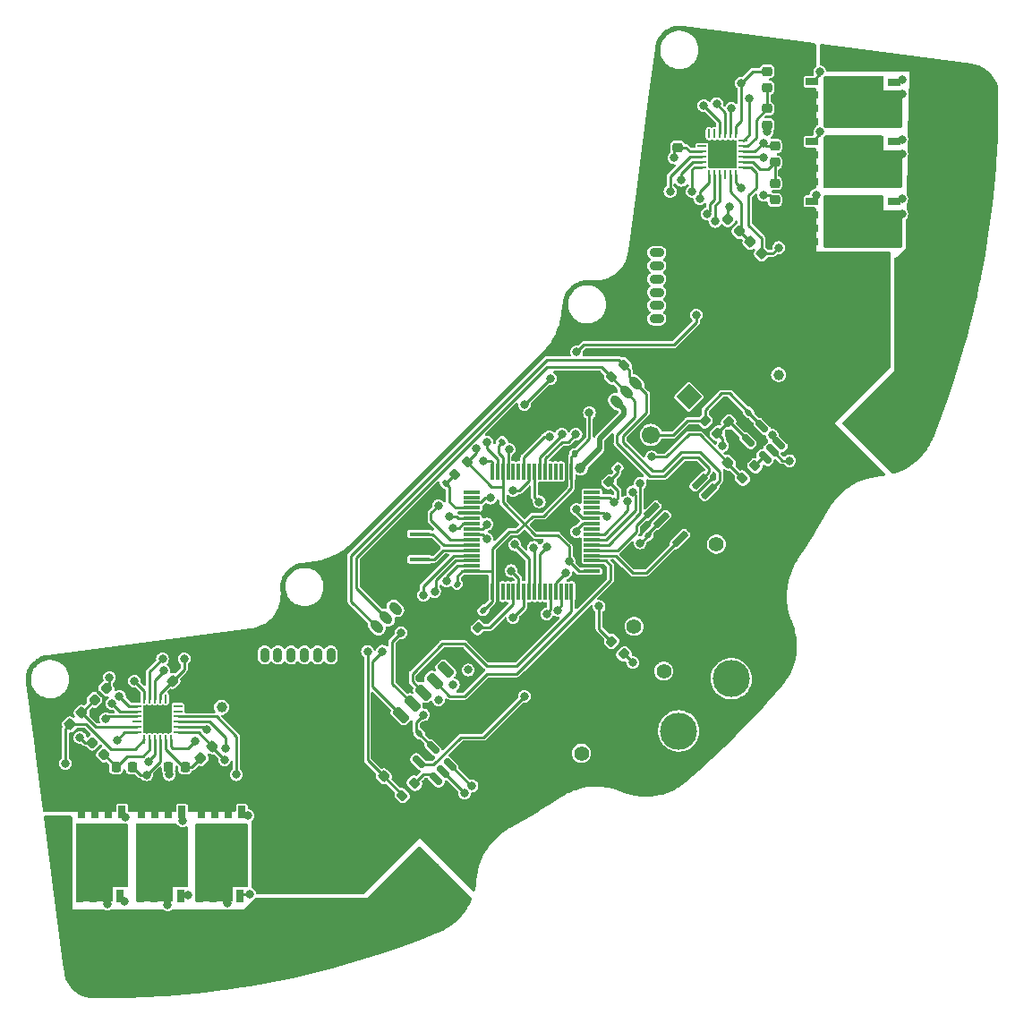
<source format=gbr>
%TF.GenerationSoftware,KiCad,Pcbnew,(6.0.8)*%
%TF.CreationDate,2022-10-14T23:08:25+09:00*%
%TF.ProjectId,ORION_VV_driver_v2,4f52494f-4e5f-4565-965f-647269766572,rev?*%
%TF.SameCoordinates,Original*%
%TF.FileFunction,Copper,L4,Bot*%
%TF.FilePolarity,Positive*%
%FSLAX46Y46*%
G04 Gerber Fmt 4.6, Leading zero omitted, Abs format (unit mm)*
G04 Created by KiCad (PCBNEW (6.0.8)) date 2022-10-14 23:08:25*
%MOMM*%
%LPD*%
G01*
G04 APERTURE LIST*
G04 Aperture macros list*
%AMRoundRect*
0 Rectangle with rounded corners*
0 $1 Rounding radius*
0 $2 $3 $4 $5 $6 $7 $8 $9 X,Y pos of 4 corners*
0 Add a 4 corners polygon primitive as box body*
4,1,4,$2,$3,$4,$5,$6,$7,$8,$9,$2,$3,0*
0 Add four circle primitives for the rounded corners*
1,1,$1+$1,$2,$3*
1,1,$1+$1,$4,$5*
1,1,$1+$1,$6,$7*
1,1,$1+$1,$8,$9*
0 Add four rect primitives between the rounded corners*
20,1,$1+$1,$2,$3,$4,$5,0*
20,1,$1+$1,$4,$5,$6,$7,0*
20,1,$1+$1,$6,$7,$8,$9,0*
20,1,$1+$1,$8,$9,$2,$3,0*%
%AMHorizOval*
0 Thick line with rounded ends*
0 $1 width*
0 $2 $3 position (X,Y) of the first rounded end (center of the circle)*
0 $4 $5 position (X,Y) of the second rounded end (center of the circle)*
0 Add line between two ends*
20,1,$1,$2,$3,$4,$5,0*
0 Add two circle primitives to create the rounded ends*
1,1,$1,$2,$3*
1,1,$1,$4,$5*%
%AMRotRect*
0 Rectangle, with rotation*
0 The origin of the aperture is its center*
0 $1 length*
0 $2 width*
0 $3 Rotation angle, in degrees counterclockwise*
0 Add horizontal line*
21,1,$1,$2,0,0,$3*%
%AMFreePoly0*
4,1,9,2.975000,-2.350000,1.425000,-2.350000,1.425000,-2.100000,-1.650000,-2.100000,-1.650000,2.100000,1.425000,2.100000,1.425000,2.350000,2.975000,2.350000,2.975000,-2.350000,2.975000,-2.350000,$1*%
G04 Aperture macros list end*
%TA.AperFunction,ComponentPad*%
%ADD10RoundRect,0.225000X0.176777X-0.494975X0.494975X-0.176777X-0.176777X0.494975X-0.494975X0.176777X0*%
%TD*%
%TA.AperFunction,ComponentPad*%
%ADD11HorizOval,0.900000X-0.176777X0.176777X0.176777X-0.176777X0*%
%TD*%
%TA.AperFunction,ComponentPad*%
%ADD12RotRect,1.700000X1.700000X315.000000*%
%TD*%
%TA.AperFunction,ComponentPad*%
%ADD13HorizOval,1.700000X0.000000X0.000000X0.000000X0.000000X0*%
%TD*%
%TA.AperFunction,ComponentPad*%
%ADD14C,3.500000*%
%TD*%
%TA.AperFunction,ComponentPad*%
%ADD15RotRect,3.500000X3.500000X45.000000*%
%TD*%
%TA.AperFunction,ComponentPad*%
%ADD16C,1.400000*%
%TD*%
%TA.AperFunction,ComponentPad*%
%ADD17RoundRect,0.225000X0.475000X-0.225000X0.475000X0.225000X-0.475000X0.225000X-0.475000X-0.225000X0*%
%TD*%
%TA.AperFunction,ComponentPad*%
%ADD18O,1.400000X0.900000*%
%TD*%
%TA.AperFunction,ComponentPad*%
%ADD19RoundRect,0.225000X-0.176777X0.494975X-0.494975X0.176777X0.176777X-0.494975X0.494975X-0.176777X0*%
%TD*%
%TA.AperFunction,ComponentPad*%
%ADD20RoundRect,0.225000X-0.225000X-0.475000X0.225000X-0.475000X0.225000X0.475000X-0.225000X0.475000X0*%
%TD*%
%TA.AperFunction,ComponentPad*%
%ADD21O,0.900000X1.400000*%
%TD*%
%TA.AperFunction,ComponentPad*%
%ADD22RoundRect,0.225000X-0.247487X0.565685X-0.565685X0.247487X0.247487X-0.565685X0.565685X-0.247487X0*%
%TD*%
%TA.AperFunction,SMDPad,CuDef*%
%ADD23RoundRect,0.140000X0.219203X0.021213X0.021213X0.219203X-0.219203X-0.021213X-0.021213X-0.219203X0*%
%TD*%
%TA.AperFunction,SMDPad,CuDef*%
%ADD24RoundRect,0.200000X-0.053033X0.335876X-0.335876X0.053033X0.053033X-0.335876X0.335876X-0.053033X0*%
%TD*%
%TA.AperFunction,SMDPad,CuDef*%
%ADD25RoundRect,0.200000X0.335876X0.053033X0.053033X0.335876X-0.335876X-0.053033X-0.053033X-0.335876X0*%
%TD*%
%TA.AperFunction,SMDPad,CuDef*%
%ADD26RoundRect,0.225000X-0.250000X0.225000X-0.250000X-0.225000X0.250000X-0.225000X0.250000X0.225000X0*%
%TD*%
%TA.AperFunction,SMDPad,CuDef*%
%ADD27RoundRect,0.200000X0.053033X-0.335876X0.335876X-0.053033X-0.053033X0.335876X-0.335876X0.053033X0*%
%TD*%
%TA.AperFunction,SMDPad,CuDef*%
%ADD28R,0.700000X1.150000*%
%TD*%
%TA.AperFunction,SMDPad,CuDef*%
%ADD29FreePoly0,270.000000*%
%TD*%
%TA.AperFunction,SMDPad,CuDef*%
%ADD30RoundRect,0.140000X-0.219203X-0.021213X-0.021213X-0.219203X0.219203X0.021213X0.021213X0.219203X0*%
%TD*%
%TA.AperFunction,SMDPad,CuDef*%
%ADD31RoundRect,0.140000X0.021213X-0.219203X0.219203X-0.021213X-0.021213X0.219203X-0.219203X0.021213X0*%
%TD*%
%TA.AperFunction,SMDPad,CuDef*%
%ADD32RoundRect,0.150000X-0.406586X-0.618718X0.618718X0.406586X0.406586X0.618718X-0.618718X-0.406586X0*%
%TD*%
%TA.AperFunction,SMDPad,CuDef*%
%ADD33RoundRect,0.218750X0.218750X0.256250X-0.218750X0.256250X-0.218750X-0.256250X0.218750X-0.256250X0*%
%TD*%
%TA.AperFunction,SMDPad,CuDef*%
%ADD34RoundRect,0.218750X-0.256250X0.218750X-0.256250X-0.218750X0.256250X-0.218750X0.256250X0.218750X0*%
%TD*%
%TA.AperFunction,SMDPad,CuDef*%
%ADD35RoundRect,0.062500X-0.350000X-0.062500X0.350000X-0.062500X0.350000X0.062500X-0.350000X0.062500X0*%
%TD*%
%TA.AperFunction,SMDPad,CuDef*%
%ADD36RoundRect,0.062500X-0.062500X-0.350000X0.062500X-0.350000X0.062500X0.350000X-0.062500X0.350000X0*%
%TD*%
%TA.AperFunction,ComponentPad*%
%ADD37RoundRect,0.625000X-0.625000X-0.625000X0.625000X-0.625000X0.625000X0.625000X-0.625000X0.625000X0*%
%TD*%
%TA.AperFunction,SMDPad,CuDef*%
%ADD38RoundRect,0.150000X-0.468458X0.256326X0.256326X-0.468458X0.468458X-0.256326X-0.256326X0.468458X0*%
%TD*%
%TA.AperFunction,SMDPad,CuDef*%
%ADD39RoundRect,0.140000X-0.140000X-0.170000X0.140000X-0.170000X0.140000X0.170000X-0.140000X0.170000X0*%
%TD*%
%TA.AperFunction,SMDPad,CuDef*%
%ADD40RoundRect,0.225000X0.335876X0.017678X0.017678X0.335876X-0.335876X-0.017678X-0.017678X-0.335876X0*%
%TD*%
%TA.AperFunction,SMDPad,CuDef*%
%ADD41RoundRect,0.218750X0.026517X-0.335876X0.335876X-0.026517X-0.026517X0.335876X-0.335876X0.026517X0*%
%TD*%
%TA.AperFunction,SMDPad,CuDef*%
%ADD42R,1.150000X0.700000*%
%TD*%
%TA.AperFunction,SMDPad,CuDef*%
%ADD43FreePoly0,0.000000*%
%TD*%
%TA.AperFunction,SMDPad,CuDef*%
%ADD44RoundRect,0.225000X-0.017678X0.335876X-0.335876X0.017678X0.017678X-0.335876X0.335876X-0.017678X0*%
%TD*%
%TA.AperFunction,SMDPad,CuDef*%
%ADD45RoundRect,0.218750X0.335876X0.026517X0.026517X0.335876X-0.335876X-0.026517X-0.026517X-0.335876X0*%
%TD*%
%TA.AperFunction,SMDPad,CuDef*%
%ADD46R,1.900000X0.400000*%
%TD*%
%TA.AperFunction,SMDPad,CuDef*%
%ADD47RoundRect,0.225000X-0.225000X-0.250000X0.225000X-0.250000X0.225000X0.250000X-0.225000X0.250000X0*%
%TD*%
%TA.AperFunction,SMDPad,CuDef*%
%ADD48RoundRect,0.075000X-0.700000X-0.075000X0.700000X-0.075000X0.700000X0.075000X-0.700000X0.075000X0*%
%TD*%
%TA.AperFunction,SMDPad,CuDef*%
%ADD49RoundRect,0.075000X-0.075000X-0.700000X0.075000X-0.700000X0.075000X0.700000X-0.075000X0.700000X0*%
%TD*%
%TA.AperFunction,SMDPad,CuDef*%
%ADD50RoundRect,0.062500X-0.062500X0.350000X-0.062500X-0.350000X0.062500X-0.350000X0.062500X0.350000X0*%
%TD*%
%TA.AperFunction,SMDPad,CuDef*%
%ADD51RoundRect,0.062500X-0.350000X0.062500X-0.350000X-0.062500X0.350000X-0.062500X0.350000X0.062500X0*%
%TD*%
%TA.AperFunction,ComponentPad*%
%ADD52RoundRect,0.625000X-0.625000X0.625000X-0.625000X-0.625000X0.625000X-0.625000X0.625000X0.625000X0*%
%TD*%
%TA.AperFunction,SMDPad,CuDef*%
%ADD53RoundRect,0.200000X-0.335876X-0.053033X-0.053033X-0.335876X0.335876X0.053033X0.053033X0.335876X0*%
%TD*%
%TA.AperFunction,SMDPad,CuDef*%
%ADD54RoundRect,0.140000X-0.021213X0.219203X-0.219203X0.021213X0.021213X-0.219203X0.219203X-0.021213X0*%
%TD*%
%TA.AperFunction,SMDPad,CuDef*%
%ADD55RoundRect,0.225000X0.225000X0.250000X-0.225000X0.250000X-0.225000X-0.250000X0.225000X-0.250000X0*%
%TD*%
%TA.AperFunction,SMDPad,CuDef*%
%ADD56RoundRect,0.225000X0.017678X-0.335876X0.335876X-0.017678X-0.017678X0.335876X-0.335876X0.017678X0*%
%TD*%
%TA.AperFunction,ViaPad*%
%ADD57C,0.800000*%
%TD*%
%TA.AperFunction,ViaPad*%
%ADD58C,1.000000*%
%TD*%
%TA.AperFunction,Conductor*%
%ADD59C,0.250000*%
%TD*%
%TA.AperFunction,Conductor*%
%ADD60C,0.500000*%
%TD*%
G04 APERTURE END LIST*
D10*
%TO.P,J2,1,Pin_1*%
%TO.N,GND*%
X103710919Y-124686865D03*
D11*
%TO.P,J2,2,Pin_2*%
%TO.N,+5V*%
X104594802Y-123802982D03*
%TO.P,J2,3,Pin_3*%
%TO.N,/CAN_L*%
X105478686Y-122919098D03*
%TO.P,J2,4,Pin_4*%
%TO.N,/CAN_H*%
X106362569Y-122035215D03*
%TD*%
D12*
%TO.P,J14,1,Pin_1*%
%TO.N,Net-(D12-Pad1)*%
X111418382Y-123343363D03*
D13*
%TO.P,J14,2,Pin_2*%
%TO.N,GND*%
X109622331Y-125139414D03*
%TO.P,J14,3,Pin_3*%
%TO.N,+3V3*%
X107826280Y-126935465D03*
%TD*%
D14*
%TO.P,J11,2,Pin_2*%
%TO.N,+BATT*%
X115413536Y-150001288D03*
D15*
%TO.P,J11,1,Pin_1*%
%TO.N,GND*%
X118949070Y-146465754D03*
D16*
%TO.P,J11,*%
%TO.N,*%
X113999323Y-137273366D03*
X106221148Y-145051540D03*
%TD*%
D17*
%TO.P,J6,1,Pin_1*%
%TO.N,GND*%
X108365171Y-117211545D03*
D18*
%TO.P,J6,2,Pin_2*%
%TO.N,+3V3*%
X108365171Y-115961545D03*
%TO.P,J6,3,Pin_3*%
%TO.N,/NSS_ENC1*%
X108365171Y-114711545D03*
%TO.P,J6,4,Pin_4*%
%TO.N,/SPI_CLK*%
X108365171Y-113461545D03*
%TO.P,J6,5,Pin_5*%
%TO.N,/SPI_MISO*%
X108365171Y-112211545D03*
%TO.P,J6,6,Pin_6*%
%TO.N,/SPI_MOSI*%
X108365171Y-110961545D03*
%TO.P,J6,7,Pin_7*%
%TO.N,/TEMP_1*%
X108365171Y-109711545D03*
%TD*%
D19*
%TO.P,J3,1,Pin_1*%
%TO.N,GND*%
X84530647Y-142452923D03*
D11*
%TO.P,J3,2,Pin_2*%
%TO.N,+5V*%
X83646764Y-143336806D03*
%TO.P,J3,3,Pin_3*%
%TO.N,/CAN_L*%
X82762880Y-144220690D03*
%TO.P,J3,4,Pin_4*%
%TO.N,/CAN_H*%
X81878997Y-145104573D03*
%TD*%
D16*
%TO.P,J15,*%
%TO.N,*%
X101253723Y-157054678D03*
X109031897Y-149276504D03*
D15*
%TO.P,J15,1,Pin_1*%
%TO.N,GND*%
X106910577Y-158468892D03*
D14*
%TO.P,J15,2,Pin_2*%
%TO.N,+BATT*%
X110446111Y-154933358D03*
%TD*%
D20*
%TO.P,J5,1,Pin_1*%
%TO.N,GND*%
X70034958Y-147756224D03*
D21*
%TO.P,J5,2,Pin_2*%
%TO.N,+3V3*%
X71284958Y-147756224D03*
%TO.P,J5,3,Pin_3*%
%TO.N,/NSS_ENC0*%
X72534958Y-147756224D03*
%TO.P,J5,4,Pin_4*%
%TO.N,/SPI_CLK*%
X73784958Y-147756224D03*
%TO.P,J5,5,Pin_5*%
%TO.N,/SPI_MISO*%
X75034958Y-147756224D03*
%TO.P,J5,6,Pin_6*%
%TO.N,/SPI_MOSI*%
X76284958Y-147756224D03*
%TO.P,J5,7,Pin_7*%
%TO.N,/TEMP_0*%
X77534958Y-147756224D03*
%TD*%
D22*
%TO.P,J4,1,Pin_1*%
%TO.N,GND*%
X89480395Y-148109778D03*
%TO.P,J4,2,Pin_2*%
%TO.N,Net-(D5-Pad2)*%
X88419735Y-149170438D03*
%TO.P,J4,3,Pin_3*%
%TO.N,/SWDIO*%
X87359075Y-150231098D03*
%TO.P,J4,4,Pin_4*%
%TO.N,/SWCLK*%
X86298414Y-151291759D03*
%TO.P,J4,5,Pin_5*%
%TO.N,/UART1_TX*%
X85237754Y-152352419D03*
%TO.P,J4,6,Pin_6*%
%TO.N,/UART1_RX*%
X84177094Y-153413079D03*
%TD*%
D23*
%TO.P,C7,1*%
%TO.N,GND*%
X92648233Y-144206548D03*
%TO.P,C7,2*%
%TO.N,+3V3*%
X91969411Y-143527726D03*
%TD*%
D24*
%TO.P,FB1,1*%
%TO.N,+3V3*%
X90417311Y-129495192D03*
%TO.P,FB1,2*%
%TO.N,Net-(C11-Pad2)*%
X89250585Y-130661918D03*
%TD*%
D25*
%TO.P,R10,1*%
%TO.N,+BATT*%
X105266553Y-147632480D03*
%TO.P,R10,2*%
%TO.N,/BATT_V_SENS*%
X104099827Y-146465754D03*
%TD*%
D26*
%TO.P,C22,1*%
%TO.N,/M0_U*%
X118825326Y-92534002D03*
%TO.P,C22,2*%
%TO.N,Net-(C22-Pad2)*%
X118825326Y-94084002D03*
%TD*%
D27*
%TO.P,R13,1*%
%TO.N,/M0_CS*%
X116474196Y-131015471D03*
%TO.P,R13,2*%
%TO.N,Net-(R13-Pad2)*%
X117640922Y-129848745D03*
%TD*%
D26*
%TO.P,C21,1*%
%TO.N,/M0_V*%
X119532433Y-99605070D03*
%TO.P,C21,2*%
%TO.N,Net-(C21-Pad2)*%
X119532433Y-101155070D03*
%TD*%
D28*
%TO.P,Q10,1,S*%
%TO.N,GND*%
X53982822Y-162598894D03*
%TO.P,Q10,2,S*%
X55252822Y-162598894D03*
%TO.P,Q10,3,S*%
X56532822Y-162598894D03*
%TO.P,Q10,4,G*%
%TO.N,Net-(GD1-Pad11)*%
X57802822Y-162598894D03*
D29*
%TO.P,Q10,5,D*%
%TO.N,/M1_W*%
X55892822Y-165868894D03*
%TD*%
D30*
%TO.P,C16,1*%
%TO.N,GND*%
X103990226Y-129385590D03*
%TO.P,C16,2*%
%TO.N,/BATT_V_SENS*%
X104669048Y-130064412D03*
%TD*%
D31*
%TO.P,C15,1*%
%TO.N,GND*%
X85233124Y-155855038D03*
%TO.P,C15,2*%
%TO.N,+3V3*%
X85911946Y-155176216D03*
%TD*%
D32*
%TO.P,U3,1,TXD*%
%TO.N,/CAN_TX*%
X110573389Y-136781927D03*
%TO.P,U3,2,GND*%
%TO.N,GND*%
X109675364Y-135883902D03*
%TO.P,U3,3,VDD*%
%TO.N,+3V3*%
X108777338Y-134985876D03*
%TO.P,U3,4,RXD*%
%TO.N,/CAN_RX*%
X107879313Y-134087851D03*
%TO.P,U3,5,SHDN*%
%TO.N,GND*%
X111520913Y-130446251D03*
%TO.P,U3,6,CANL*%
%TO.N,/CAN_L*%
X112418938Y-131344276D03*
%TO.P,U3,7,CANH*%
%TO.N,/CAN_H*%
X113316964Y-132242302D03*
%TO.P,U3,8,RS*%
%TO.N,GND*%
X114214989Y-133140327D03*
%TD*%
D33*
%TO.P,D8,1,K*%
%TO.N,Net-(C19-Pad2)*%
X63751390Y-158362826D03*
%TO.P,D8,2,A*%
%TO.N,+15V*%
X62176390Y-158362826D03*
%TD*%
D26*
%TO.P,C43,1*%
%TO.N,GND*%
X72863385Y-169608641D03*
%TO.P,C43,2*%
%TO.N,/M1_CSL*%
X72863385Y-171158641D03*
%TD*%
%TO.P,C40,1*%
%TO.N,GND*%
X51296628Y-162184020D03*
%TO.P,C40,2*%
%TO.N,/M1_CSL*%
X51296628Y-163734020D03*
%TD*%
D34*
%TO.P,D10,1,K*%
%TO.N,Net-(C21-Pad2)*%
X119532433Y-103128104D03*
%TO.P,D10,2,A*%
%TO.N,+15V*%
X119532433Y-104703104D03*
%TD*%
D28*
%TO.P,Q5,1,S*%
%TO.N,/M1_V*%
X59503623Y-170513122D03*
%TO.P,Q5,2,S*%
X60773623Y-170513122D03*
%TO.P,Q5,3,S*%
X62053623Y-170513122D03*
%TO.P,Q5,4,G*%
%TO.N,Net-(GD1-Pad16)*%
X63323623Y-170513122D03*
D29*
%TO.P,Q5,5,D*%
%TO.N,/M1_CSL*%
X61413623Y-173783122D03*
%TD*%
D35*
%TO.P,GD2,1,LIN1*%
%TO.N,/M0_UL*%
X112645185Y-101630070D03*
%TO.P,GD2,2,LIN2*%
%TO.N,/M0_VL*%
X112645185Y-101130070D03*
%TO.P,GD2,3,LIN3*%
%TO.N,/M0_WL*%
X112645185Y-100630070D03*
%TO.P,GD2,4,VCC*%
%TO.N,+15V*%
X112645185Y-100130070D03*
%TO.P,GD2,5,NC*%
%TO.N,unconnected-(GD2-Pad5)*%
X112645185Y-99630070D03*
%TO.P,GD2,6,COM*%
%TO.N,GND*%
X112645185Y-99130070D03*
D36*
%TO.P,GD2,7,NC*%
%TO.N,unconnected-(GD2-Pad7)*%
X113332685Y-98442570D03*
%TO.P,GD2,8,NC*%
%TO.N,unconnected-(GD2-Pad8)*%
X113832685Y-98442570D03*
%TO.P,GD2,9,LO3*%
%TO.N,Net-(GD2-Pad9)*%
X114332685Y-98442570D03*
%TO.P,GD2,10,LO2*%
%TO.N,Net-(GD2-Pad10)*%
X114832685Y-98442570D03*
%TO.P,GD2,11,LO1*%
%TO.N,Net-(GD2-Pad11)*%
X115332685Y-98442570D03*
%TO.P,GD2,12,VS3*%
%TO.N,/M0_U*%
X115832685Y-98442570D03*
D35*
%TO.P,GD2,13,HO3*%
%TO.N,Net-(GD2-Pad13)*%
X116520185Y-99130070D03*
%TO.P,GD2,14,VB3*%
%TO.N,Net-(C22-Pad2)*%
X116520185Y-99630070D03*
%TO.P,GD2,15,VS2*%
%TO.N,/M0_V*%
X116520185Y-100130070D03*
%TO.P,GD2,16,HO2*%
%TO.N,Net-(GD2-Pad16)*%
X116520185Y-100630070D03*
%TO.P,GD2,17,VB2*%
%TO.N,Net-(C21-Pad2)*%
X116520185Y-101130070D03*
%TO.P,GD2,18,VS1*%
%TO.N,/M0_W*%
X116520185Y-101630070D03*
D36*
%TO.P,GD2,19,HO1*%
%TO.N,Net-(GD2-Pad19)*%
X115832685Y-102317570D03*
%TO.P,GD2,20,VB1*%
%TO.N,Net-(C20-Pad2)*%
X115332685Y-102317570D03*
%TO.P,GD2,21,NC*%
%TO.N,unconnected-(GD2-Pad21)*%
X114832685Y-102317570D03*
%TO.P,GD2,22,HIN1*%
%TO.N,/M0_UH*%
X114332685Y-102317570D03*
%TO.P,GD2,23,HIN2*%
%TO.N,/M0_VH*%
X113832685Y-102317570D03*
%TO.P,GD2,24,HIN3*%
%TO.N,/M0_WH*%
X113332685Y-102317570D03*
D37*
%TO.P,GD2,25,PAD*%
%TO.N,GND*%
X114582685Y-100380070D03*
%TD*%
D23*
%TO.P,C9,1*%
%TO.N,GND*%
X108204582Y-137135480D03*
%TO.P,C9,2*%
%TO.N,+3V3*%
X107525760Y-136456658D03*
%TD*%
D38*
%TO.P,U5,1,REF*%
%TO.N,/3V3_HARF_REF*%
X85864217Y-157857917D03*
%TO.P,U5,2,GND*%
%TO.N,GND*%
X86535968Y-157186166D03*
%TO.P,U5,3,VDD*%
%TO.N,+3V3*%
X87207719Y-156514415D03*
%TO.P,U5,4,IN+*%
%TO.N,+BATT*%
X88816387Y-158123083D03*
%TO.P,U5,5,IN-*%
%TO.N,/M1_CSL*%
X88144636Y-158794834D03*
%TO.P,U5,6,OUT*%
%TO.N,Net-(R12-Pad2)*%
X87472885Y-159466585D03*
%TD*%
D39*
%TO.P,C5,1*%
%TO.N,GND*%
X99606996Y-128735052D03*
%TO.P,C5,2*%
%TO.N,+3V3*%
X100566996Y-128735052D03*
%TD*%
D31*
%TO.P,C11,1*%
%TO.N,GND*%
X87726770Y-132185733D03*
%TO.P,C11,2*%
%TO.N,Net-(C11-Pad2)*%
X88405592Y-131506911D03*
%TD*%
D26*
%TO.P,C42,1*%
%TO.N,GND*%
X71449172Y-169608641D03*
%TO.P,C42,2*%
%TO.N,/M1_CSL*%
X71449172Y-171158641D03*
%TD*%
D40*
%TO.P,C12,1*%
%TO.N,GND*%
X63670997Y-151291758D03*
%TO.P,C12,2*%
%TO.N,+15V*%
X62574981Y-150195742D03*
%TD*%
D41*
%TO.P,D6,1,K*%
%TO.N,Net-(C17-Pad2)*%
X55185715Y-151998865D03*
%TO.P,D6,2,A*%
%TO.N,+15V*%
X56299409Y-150885171D03*
%TD*%
D28*
%TO.P,Q2,1,S*%
%TO.N,GND*%
X65296531Y-162598894D03*
%TO.P,Q2,2,S*%
X66566531Y-162598894D03*
%TO.P,Q2,3,S*%
X67846531Y-162598894D03*
%TO.P,Q2,4,G*%
%TO.N,Net-(GD1-Pad9)*%
X69116531Y-162598894D03*
D29*
%TO.P,Q2,5,D*%
%TO.N,/M1_U*%
X67206531Y-165868894D03*
%TD*%
D42*
%TO.P,Q4,1,S*%
%TO.N,GND*%
X123061394Y-97340322D03*
%TO.P,Q4,2,S*%
X123061394Y-96070322D03*
%TO.P,Q4,3,S*%
X123061394Y-94790322D03*
%TO.P,Q4,4,G*%
%TO.N,Net-(GD2-Pad9)*%
X123061394Y-93520322D03*
D43*
%TO.P,Q4,5,D*%
%TO.N,/M0_U*%
X126331394Y-95430322D03*
%TD*%
D44*
%TO.P,C24,1*%
%TO.N,GND*%
X116191353Y-128469887D03*
%TO.P,C24,2*%
%TO.N,/M0_CS*%
X115095337Y-129565903D03*
%TD*%
D28*
%TO.P,Q9,1,S*%
%TO.N,/M1_W*%
X53793216Y-170566675D03*
%TO.P,Q9,2,S*%
X55063216Y-170566675D03*
%TO.P,Q9,3,S*%
X56343216Y-170566675D03*
%TO.P,Q9,4,G*%
%TO.N,Net-(GD1-Pad19)*%
X57613216Y-170566675D03*
D29*
%TO.P,Q9,5,D*%
%TO.N,/M1_CSL*%
X55703216Y-173836675D03*
%TD*%
D42*
%TO.P,Q7,1,S*%
%TO.N,/M0_V*%
X130839568Y-102997177D03*
%TO.P,Q7,2,S*%
X130839568Y-101727177D03*
%TO.P,Q7,3,S*%
X130839568Y-100447177D03*
%TO.P,Q7,4,G*%
%TO.N,Net-(GD2-Pad16)*%
X130839568Y-99177177D03*
D43*
%TO.P,Q7,5,D*%
%TO.N,/M0_CSL*%
X134109568Y-101087177D03*
%TD*%
D42*
%TO.P,Q8,1,S*%
%TO.N,GND*%
X123061394Y-102997177D03*
%TO.P,Q8,2,S*%
X123061394Y-101727177D03*
%TO.P,Q8,3,S*%
X123061394Y-100447177D03*
%TO.P,Q8,4,G*%
%TO.N,Net-(GD2-Pad10)*%
X123061394Y-99177177D03*
D43*
%TO.P,Q8,5,D*%
%TO.N,/M0_V*%
X126331394Y-101087177D03*
%TD*%
D45*
%TO.P,D7,1,K*%
%TO.N,Net-(C18-Pad2)*%
X56096116Y-157151906D03*
%TO.P,D7,2,A*%
%TO.N,+15V*%
X54982422Y-156038212D03*
%TD*%
D46*
%TO.P,Y1,1,1*%
%TO.N,/OSC_OUT*%
X85944861Y-136303176D03*
%TO.P,Y1,2,2*%
%TO.N,GND*%
X85944861Y-137503176D03*
%TO.P,Y1,3,3*%
%TO.N,/OSC_IN*%
X85944861Y-138703176D03*
%TD*%
D34*
%TO.P,D11,1,K*%
%TO.N,Net-(C22-Pad2)*%
X118825326Y-96057036D03*
%TO.P,D11,2,A*%
%TO.N,+15V*%
X118825326Y-97632036D03*
%TD*%
D40*
%TO.P,C20,1*%
%TO.N,/M0_W*%
X118312674Y-109766913D03*
%TO.P,C20,2*%
%TO.N,Net-(C20-Pad2)*%
X117216658Y-108670897D03*
%TD*%
D27*
%TO.P,R12,1*%
%TO.N,/M1_CS*%
X84282065Y-161048737D03*
%TO.P,R12,2*%
%TO.N,Net-(R12-Pad2)*%
X85448791Y-159882011D03*
%TD*%
D47*
%TO.P,C44,1*%
%TO.N,GND*%
X129717588Y-110633118D03*
%TO.P,C44,2*%
%TO.N,/M0_CSL*%
X131267588Y-110633118D03*
%TD*%
D48*
%TO.P,U4,1,VBAT*%
%TO.N,+3V3*%
X90876462Y-139838962D03*
%TO.P,U4,2,PC13*%
%TO.N,/LED_0*%
X90876462Y-139338962D03*
%TO.P,U4,3,PC14*%
%TO.N,/LED_1*%
X90876462Y-138838962D03*
%TO.P,U4,4,PC15*%
%TO.N,/LED_2*%
X90876462Y-138338962D03*
%TO.P,U4,5,PF0*%
%TO.N,/OSC_IN*%
X90876462Y-137838962D03*
%TO.P,U4,6,PF1*%
%TO.N,/OSC_OUT*%
X90876462Y-137338962D03*
%TO.P,U4,7,NRST*%
%TO.N,/NRST*%
X90876462Y-136838962D03*
%TO.P,U4,8,PC0*%
%TO.N,/SW0*%
X90876462Y-136338962D03*
%TO.P,U4,9,PC1*%
%TO.N,/SW1*%
X90876462Y-135838962D03*
%TO.P,U4,10,PC2*%
%TO.N,/SW2*%
X90876462Y-135338962D03*
%TO.P,U4,11,PC3*%
%TO.N,/SW3*%
X90876462Y-134838962D03*
%TO.P,U4,12,VSSA*%
%TO.N,GND*%
X90876462Y-134338962D03*
%TO.P,U4,13,VDDA*%
%TO.N,Net-(C11-Pad2)*%
X90876462Y-133838962D03*
%TO.P,U4,14,PA0*%
%TO.N,/M0_CS*%
X90876462Y-133338962D03*
%TO.P,U4,15,PA1*%
%TO.N,unconnected-(U4-Pad15)*%
X90876462Y-132838962D03*
%TO.P,U4,16,PA2*%
%TO.N,unconnected-(U4-Pad16)*%
X90876462Y-132338962D03*
D49*
%TO.P,U4,17,PA3*%
%TO.N,/TEMP_0*%
X92801462Y-130413962D03*
%TO.P,U4,18,PF4*%
%TO.N,/TEMP_1*%
X93301462Y-130413962D03*
%TO.P,U4,19,VDD*%
%TO.N,+3V3*%
X93801462Y-130413962D03*
%TO.P,U4,20,PA4*%
%TO.N,/M1_CS*%
X94301462Y-130413962D03*
%TO.P,U4,21,PA5*%
%TO.N,unconnected-(U4-Pad21)*%
X94801462Y-130413962D03*
%TO.P,U4,22,PA6*%
%TO.N,unconnected-(U4-Pad22)*%
X95301462Y-130413962D03*
%TO.P,U4,23,PA7*%
%TO.N,/M0_UL*%
X95801462Y-130413962D03*
%TO.P,U4,24,PC4*%
%TO.N,/UART1_TX*%
X96301462Y-130413962D03*
%TO.P,U4,25,PC5*%
%TO.N,/UART1_RX*%
X96801462Y-130413962D03*
%TO.P,U4,26,PB0*%
%TO.N,/M0_VL*%
X97301462Y-130413962D03*
%TO.P,U4,27,PB1*%
%TO.N,/M0_WL*%
X97801462Y-130413962D03*
%TO.P,U4,28,PB2*%
%TO.N,unconnected-(U4-Pad28)*%
X98301462Y-130413962D03*
%TO.P,U4,29,PB10*%
%TO.N,unconnected-(U4-Pad29)*%
X98801462Y-130413962D03*
%TO.P,U4,30,PB11*%
%TO.N,unconnected-(U4-Pad30)*%
X99301462Y-130413962D03*
%TO.P,U4,31,VSS*%
%TO.N,GND*%
X99801462Y-130413962D03*
%TO.P,U4,32,VDD*%
%TO.N,+3V3*%
X100301462Y-130413962D03*
D48*
%TO.P,U4,33,PB12*%
%TO.N,unconnected-(U4-Pad33)*%
X102226462Y-132338962D03*
%TO.P,U4,34,PB13*%
%TO.N,/BATT_V_SENS*%
X102226462Y-132838962D03*
%TO.P,U4,35,PB14*%
%TO.N,unconnected-(U4-Pad35)*%
X102226462Y-133338962D03*
%TO.P,U4,36,PB15*%
%TO.N,unconnected-(U4-Pad36)*%
X102226462Y-133838962D03*
%TO.P,U4,37,PC6*%
%TO.N,/M1_UH*%
X102226462Y-134338962D03*
%TO.P,U4,38,PC7*%
%TO.N,/M1_VH*%
X102226462Y-134838962D03*
%TO.P,U4,39,PC8*%
%TO.N,/M1_WH*%
X102226462Y-135338962D03*
%TO.P,U4,40,PC9*%
%TO.N,unconnected-(U4-Pad40)*%
X102226462Y-135838962D03*
%TO.P,U4,41,PA8*%
%TO.N,/M0_UH*%
X102226462Y-136338962D03*
%TO.P,U4,42,PA9*%
%TO.N,/M0_VH*%
X102226462Y-136838962D03*
%TO.P,U4,43,PA10*%
%TO.N,/M0_WH*%
X102226462Y-137338962D03*
%TO.P,U4,44,PA11*%
%TO.N,/CAN_RX*%
X102226462Y-137838962D03*
%TO.P,U4,45,PA12*%
%TO.N,/CAN_TX*%
X102226462Y-138338962D03*
%TO.P,U4,46,PA13*%
%TO.N,/SWDIO*%
X102226462Y-138838962D03*
%TO.P,U4,47,VSS*%
%TO.N,GND*%
X102226462Y-139338962D03*
%TO.P,U4,48,VDD*%
%TO.N,+3V3*%
X102226462Y-139838962D03*
D49*
%TO.P,U4,49,PA14*%
%TO.N,/SWCLK*%
X100301462Y-141763962D03*
%TO.P,U4,50,PA15*%
%TO.N,unconnected-(U4-Pad50)*%
X99801462Y-141763962D03*
%TO.P,U4,51,PC10*%
%TO.N,/M1_UL*%
X99301462Y-141763962D03*
%TO.P,U4,52,PC11*%
%TO.N,/M1_VL*%
X98801462Y-141763962D03*
%TO.P,U4,53,PC12*%
%TO.N,/M1_WL*%
X98301462Y-141763962D03*
%TO.P,U4,54,PD2*%
%TO.N,unconnected-(U4-Pad54)*%
X97801462Y-141763962D03*
%TO.P,U4,55,PB3*%
%TO.N,/SPI_CLK*%
X97301462Y-141763962D03*
%TO.P,U4,56,PB4*%
%TO.N,/SPI_MISO*%
X96801462Y-141763962D03*
%TO.P,U4,57,PB5*%
%TO.N,/SPI_MOSI*%
X96301462Y-141763962D03*
%TO.P,U4,58,PB6*%
%TO.N,/NSS_ENC0*%
X95801462Y-141763962D03*
%TO.P,U4,59,PB7*%
%TO.N,/NSS_ENC1*%
X95301462Y-141763962D03*
%TO.P,U4,60,BOOT0*%
%TO.N,Net-(R7-Pad2)*%
X94801462Y-141763962D03*
%TO.P,U4,61,PB8*%
%TO.N,unconnected-(U4-Pad61)*%
X94301462Y-141763962D03*
%TO.P,U4,62,PB9*%
%TO.N,unconnected-(U4-Pad62)*%
X93801462Y-141763962D03*
%TO.P,U4,63,VSS*%
%TO.N,GND*%
X93301462Y-141763962D03*
%TO.P,U4,64,VDD*%
%TO.N,+3V3*%
X92801462Y-141763962D03*
%TD*%
D25*
%TO.P,R11,1*%
%TO.N,/BATT_V_SENS*%
X103852340Y-131369024D03*
%TO.P,R11,2*%
%TO.N,GND*%
X102685614Y-130202298D03*
%TD*%
D26*
%TO.P,C13,1*%
%TO.N,GND*%
X110340045Y-98190856D03*
%TO.P,C13,2*%
%TO.N,+15V*%
X110340045Y-99740856D03*
%TD*%
D28*
%TO.P,Q1,1,S*%
%TO.N,/M1_U*%
X65160477Y-170513122D03*
%TO.P,Q1,2,S*%
X66430477Y-170513122D03*
%TO.P,Q1,3,S*%
X67710477Y-170513122D03*
%TO.P,Q1,4,G*%
%TO.N,Net-(GD1-Pad13)*%
X68980477Y-170513122D03*
D29*
%TO.P,Q1,5,D*%
%TO.N,/M1_CSL*%
X67070477Y-173783122D03*
%TD*%
D24*
%TO.P,R6,1*%
%TO.N,/CAN_H*%
X105266553Y-120302804D03*
%TO.P,R6,2*%
%TO.N,/CAN_L*%
X104099827Y-121469530D03*
%TD*%
D50*
%TO.P,GD1,1,LIN1*%
%TO.N,/M1_UL*%
X59889017Y-151886239D03*
%TO.P,GD1,2,LIN2*%
%TO.N,/M1_VL*%
X60389017Y-151886239D03*
%TO.P,GD1,3,LIN3*%
%TO.N,/M1_WL*%
X60889017Y-151886239D03*
%TO.P,GD1,4,VCC*%
%TO.N,+15V*%
X61389017Y-151886239D03*
%TO.P,GD1,5,NC*%
%TO.N,unconnected-(GD1-Pad5)*%
X61889017Y-151886239D03*
%TO.P,GD1,6,COM*%
%TO.N,GND*%
X62389017Y-151886239D03*
D51*
%TO.P,GD1,7,NC*%
%TO.N,unconnected-(GD1-Pad7)*%
X63076517Y-152573739D03*
%TO.P,GD1,8,NC*%
%TO.N,unconnected-(GD1-Pad8)*%
X63076517Y-153073739D03*
%TO.P,GD1,9,LO3*%
%TO.N,Net-(GD1-Pad9)*%
X63076517Y-153573739D03*
%TO.P,GD1,10,LO2*%
%TO.N,Net-(GD1-Pad10)*%
X63076517Y-154073739D03*
%TO.P,GD1,11,LO1*%
%TO.N,Net-(GD1-Pad11)*%
X63076517Y-154573739D03*
%TO.P,GD1,12,VS3*%
%TO.N,/M1_U*%
X63076517Y-155073739D03*
D50*
%TO.P,GD1,13,HO3*%
%TO.N,Net-(GD1-Pad13)*%
X62389017Y-155761239D03*
%TO.P,GD1,14,VB3*%
%TO.N,Net-(C19-Pad2)*%
X61889017Y-155761239D03*
%TO.P,GD1,15,VS2*%
%TO.N,/M1_V*%
X61389017Y-155761239D03*
%TO.P,GD1,16,HO2*%
%TO.N,Net-(GD1-Pad16)*%
X60889017Y-155761239D03*
%TO.P,GD1,17,VB2*%
%TO.N,Net-(C18-Pad2)*%
X60389017Y-155761239D03*
%TO.P,GD1,18,VS1*%
%TO.N,/M1_W*%
X59889017Y-155761239D03*
D51*
%TO.P,GD1,19,HO1*%
%TO.N,Net-(GD1-Pad19)*%
X59201517Y-155073739D03*
%TO.P,GD1,20,VB1*%
%TO.N,Net-(C17-Pad2)*%
X59201517Y-154573739D03*
%TO.P,GD1,21,NC*%
%TO.N,unconnected-(GD1-Pad21)*%
X59201517Y-154073739D03*
%TO.P,GD1,22,HIN1*%
%TO.N,/M1_UH*%
X59201517Y-153573739D03*
%TO.P,GD1,23,HIN2*%
%TO.N,/M1_VH*%
X59201517Y-153073739D03*
%TO.P,GD1,24,HIN3*%
%TO.N,/M1_WH*%
X59201517Y-152573739D03*
D52*
%TO.P,GD1,25,PAD*%
%TO.N,GND*%
X61139017Y-153823739D03*
%TD*%
D53*
%TO.P,R8,1*%
%TO.N,+3V3*%
X112938662Y-125606104D03*
%TO.P,R8,2*%
%TO.N,/3V3_HARF_REF*%
X114105388Y-126772830D03*
%TD*%
D42*
%TO.P,Q3,1,S*%
%TO.N,/M0_U*%
X130846141Y-97407429D03*
%TO.P,Q3,2,S*%
X130846141Y-96137429D03*
%TO.P,Q3,3,S*%
X130846141Y-94857429D03*
%TO.P,Q3,4,G*%
%TO.N,Net-(GD2-Pad13)*%
X130846141Y-93587429D03*
D43*
%TO.P,Q3,5,D*%
%TO.N,/M0_CSL*%
X134116141Y-95497429D03*
%TD*%
D44*
%TO.P,C19,1*%
%TO.N,/M1_U*%
X66340325Y-156400604D03*
%TO.P,C19,2*%
%TO.N,Net-(C19-Pad2)*%
X65244309Y-157496620D03*
%TD*%
D28*
%TO.P,Q6,1,S*%
%TO.N,GND*%
X59639677Y-162598894D03*
%TO.P,Q6,2,S*%
X60909677Y-162598894D03*
%TO.P,Q6,3,S*%
X62189677Y-162598894D03*
%TO.P,Q6,4,G*%
%TO.N,Net-(GD1-Pad10)*%
X63459677Y-162598894D03*
D29*
%TO.P,Q6,5,D*%
%TO.N,/M1_V*%
X61549677Y-165868894D03*
%TD*%
D25*
%TO.P,R9,1*%
%TO.N,/3V3_HARF_REF*%
X115166048Y-125712170D03*
%TO.P,R9,2*%
%TO.N,GND*%
X113999322Y-124545444D03*
%TD*%
D42*
%TO.P,Q12,1,S*%
%TO.N,GND*%
X123061394Y-108654031D03*
%TO.P,Q12,2,S*%
X123061394Y-107384031D03*
%TO.P,Q12,3,S*%
X123061394Y-106104031D03*
%TO.P,Q12,4,G*%
%TO.N,Net-(GD2-Pad11)*%
X123061394Y-104834031D03*
D43*
%TO.P,Q12,5,D*%
%TO.N,/M0_W*%
X126331394Y-106744031D03*
%TD*%
D38*
%TO.P,U6,1,REF*%
%TO.N,/3V3_HARF_REF*%
X116995688Y-127471098D03*
%TO.P,U6,2,GND*%
%TO.N,GND*%
X117667439Y-126799347D03*
%TO.P,U6,3,VDD*%
%TO.N,+3V3*%
X118339190Y-126127596D03*
%TO.P,U6,4,IN+*%
%TO.N,+BATT*%
X119947858Y-127736264D03*
%TO.P,U6,5,IN-*%
%TO.N,/M0_CSL*%
X119276107Y-128408015D03*
%TO.P,U6,6,OUT*%
%TO.N,Net-(R13-Pad2)*%
X118604356Y-129079766D03*
%TD*%
D42*
%TO.P,Q11,1,S*%
%TO.N,/M0_W*%
X130797462Y-108654031D03*
%TO.P,Q11,2,S*%
X130797462Y-107384031D03*
%TO.P,Q11,3,S*%
X130797462Y-106104031D03*
%TO.P,Q11,4,G*%
%TO.N,Net-(GD2-Pad19)*%
X130797462Y-104834031D03*
D43*
%TO.P,Q11,5,D*%
%TO.N,/M0_CSL*%
X134067462Y-106744031D03*
%TD*%
D23*
%TO.P,C6,1*%
%TO.N,GND*%
X90173359Y-141731674D03*
%TO.P,C6,2*%
%TO.N,+3V3*%
X89494537Y-141052852D03*
%TD*%
D54*
%TO.P,C8,1*%
%TO.N,GND*%
X94416000Y-126910717D03*
%TO.P,C8,2*%
%TO.N,+3V3*%
X93737178Y-127589539D03*
%TD*%
D45*
%TO.P,D9,2,A*%
%TO.N,+15V*%
X115086498Y-106540737D03*
%TO.P,D9,1,K*%
%TO.N,Net-(C20-Pad2)*%
X116200192Y-107654431D03*
%TD*%
D53*
%TO.P,R7,1*%
%TO.N,GND*%
X90311245Y-143990881D03*
%TO.P,R7,2*%
%TO.N,Net-(R7-Pad2)*%
X91477971Y-145157607D03*
%TD*%
D55*
%TO.P,C18,2*%
%TO.N,Net-(C18-Pad2)*%
X57239143Y-158362826D03*
%TO.P,C18,1*%
%TO.N,/M1_V*%
X58789143Y-158362826D03*
%TD*%
D31*
%TO.P,C14,1*%
%TO.N,GND*%
X116364595Y-125468218D03*
%TO.P,C14,2*%
%TO.N,+3V3*%
X117043417Y-124789396D03*
%TD*%
D47*
%TO.P,C45,1*%
%TO.N,GND*%
X129717588Y-112047332D03*
%TO.P,C45,2*%
%TO.N,/M0_CSL*%
X131267588Y-112047332D03*
%TD*%
D56*
%TO.P,C17,1*%
%TO.N,/M1_W*%
X52869941Y-154314640D03*
%TO.P,C17,2*%
%TO.N,Net-(C17-Pad2)*%
X53965957Y-153218624D03*
%TD*%
D47*
%TO.P,C41,1*%
%TO.N,GND*%
X122646520Y-90834128D03*
%TO.P,C41,2*%
%TO.N,/M0_CSL*%
X124196520Y-90834128D03*
%TD*%
D44*
%TO.P,C23,1*%
%TO.N,GND*%
X83645669Y-158149599D03*
%TO.P,C23,2*%
%TO.N,/M1_CS*%
X82549653Y-159245615D03*
%TD*%
D57*
%TO.N,+15V*%
X62256783Y-159069933D03*
%TO.N,GND*%
X107865171Y-141745817D03*
X92662375Y-156948612D03*
X94430142Y-155180845D03*
X96197909Y-153413078D03*
X100794103Y-148816884D03*
X102208317Y-147402671D03*
X99379889Y-150231098D03*
X97965676Y-151645312D03*
D58*
X73570492Y-152705972D03*
X71449172Y-150584651D03*
X50235968Y-154827292D03*
X54478609Y-149170438D03*
X59428356Y-148463331D03*
X66499424Y-147049117D03*
X107511617Y-106036924D03*
X107511617Y-101794283D03*
X108218724Y-98258750D03*
X108925831Y-94723216D03*
X114582685Y-90480575D03*
X117411112Y-90480575D03*
D57*
%TO.N,/NRST*%
X100794103Y-119101006D03*
X112107812Y-115582866D03*
%TO.N,+15V*%
X56599929Y-149877545D03*
X63670997Y-148092384D03*
D58*
X119885986Y-121239720D03*
D57*
X118471773Y-104269157D03*
X118825326Y-98258750D03*
X115289792Y-105329817D03*
X53815554Y-155578451D03*
D58*
X67206531Y-152705972D03*
D57*
X109986491Y-100733623D03*
D58*
%TO.N,+5V*%
X101150963Y-130078555D03*
%TO.N,/M1_W*%
X55539269Y-164373234D03*
X54125055Y-165787447D03*
X55539269Y-167201661D03*
X56953483Y-167201661D03*
X56953483Y-168615874D03*
X55539269Y-168615874D03*
X54125055Y-168615874D03*
D57*
X52427999Y-158009273D03*
D58*
X55539269Y-165787447D03*
X56953483Y-165787447D03*
X54125055Y-164373234D03*
D57*
X56387797Y-171302880D03*
D58*
X54125055Y-167201661D03*
%TO.N,/M1_V*%
X61196123Y-165787447D03*
X62610337Y-167201661D03*
X61196123Y-168615874D03*
X59781910Y-167201661D03*
X59781910Y-168615874D03*
D57*
X60126967Y-159078429D03*
D58*
X62610337Y-168615874D03*
X61196123Y-167201661D03*
D57*
X62115362Y-171373591D03*
D58*
X61196123Y-164373234D03*
%TO.N,/M1_U*%
X68974298Y-165787447D03*
X67560084Y-165787447D03*
D57*
X67772216Y-171232169D03*
D58*
X66145871Y-168615874D03*
X66145871Y-167201661D03*
X66145871Y-165787447D03*
X66145871Y-164373234D03*
X68974298Y-164373234D03*
X68974298Y-168615874D03*
X68974298Y-167201661D03*
X67560084Y-167201661D03*
D57*
X67486942Y-157655720D03*
D58*
X67560084Y-168615874D03*
%TO.N,/M0_W*%
X129078374Y-107097584D03*
X124835734Y-107097584D03*
D57*
X131553248Y-106036924D03*
D58*
X127664161Y-105683371D03*
X129078374Y-108511798D03*
D57*
X119885986Y-109218905D03*
D58*
X124835734Y-108511798D03*
X127664161Y-108511798D03*
X126249947Y-105683371D03*
X129078374Y-105683371D03*
X127664161Y-107097584D03*
X126249947Y-107097584D03*
X126249947Y-108511798D03*
%TO.N,/M0_V*%
X129078374Y-99319410D03*
X127664161Y-102147837D03*
X129078374Y-100733623D03*
D57*
X118471773Y-99319410D03*
D58*
X129078374Y-102147837D03*
D57*
X131553248Y-100380070D03*
D58*
X127664161Y-100733623D03*
X126249947Y-100733623D03*
X124835734Y-100733623D03*
X127664161Y-99319410D03*
D57*
%TO.N,/M1_UL*%
X58960590Y-150231098D03*
X99026336Y-143513584D03*
%TO.N,/M1_VL*%
X99733443Y-139978050D03*
X61620387Y-148109778D03*
%TO.N,/M1_WL*%
X61742745Y-149256733D03*
X97965676Y-143867137D03*
%TO.N,Net-(GD1-Pad9)*%
X69681405Y-162959020D03*
X68620744Y-159069933D03*
%TO.N,Net-(GD1-Pad10)*%
X63529576Y-163453995D03*
X67560084Y-156595059D03*
%TO.N,Net-(GD1-Pad11)*%
X65792070Y-154827540D03*
X58084853Y-163100441D03*
%TO.N,Net-(GD1-Pad13)*%
X69893537Y-170383641D03*
X64731657Y-155887952D03*
%TO.N,Net-(GD1-Pad16)*%
X64024550Y-170454352D03*
X60294209Y-157814465D03*
%TO.N,Net-(GD1-Pad19)*%
X58014143Y-171090748D03*
X57307036Y-155817242D03*
%TO.N,/M1_UH*%
X56246376Y-153766632D03*
X103622530Y-134674749D03*
%TO.N,/M1_VH*%
X100794103Y-133967642D03*
X56839269Y-152352418D03*
%TO.N,/M1_WH*%
X57546376Y-151645312D03*
X100794103Y-136088962D03*
%TO.N,/M0_UL*%
X111725043Y-103902844D03*
X98196179Y-127127077D03*
%TO.N,/M0_VL*%
X110693598Y-102854944D03*
X99379889Y-126879181D03*
%TO.N,/M0_WL*%
X100723943Y-126891123D03*
X109632938Y-103915604D03*
%TO.N,Net-(GD2-Pad9)*%
X123775073Y-92601895D03*
X112814918Y-95783876D03*
%TO.N,Net-(GD2-Pad10)*%
X123778487Y-98272740D03*
X114034324Y-95589068D03*
%TO.N,Net-(GD2-Pad11)*%
X123421520Y-104269157D03*
X115425356Y-96042115D03*
%TO.N,Net-(GD2-Pad13)*%
X131553248Y-93309002D03*
X117074952Y-95076769D03*
%TO.N,Net-(GD2-Pad16)*%
X118471773Y-100733623D03*
X131553248Y-98965856D03*
%TO.N,Net-(GD2-Pad19)*%
X116350452Y-103562050D03*
X131553248Y-104622711D03*
%TO.N,/M0_UH*%
X113875578Y-106744031D03*
X105630490Y-133237803D03*
%TO.N,/M0_VH*%
X106080010Y-132323972D03*
X113140189Y-106036924D03*
%TO.N,/M0_WH*%
X112449111Y-104609907D03*
X106804511Y-131492768D03*
%TO.N,+BATT*%
X106097404Y-148463331D03*
X90894608Y-160130593D03*
X119284456Y-126967067D03*
D58*
%TO.N,/M0_U*%
X124835734Y-95076769D03*
X126249947Y-93662555D03*
X127664161Y-96490983D03*
D57*
X116350452Y-93662555D03*
D58*
X129078374Y-93662555D03*
X129078374Y-96490983D03*
X129078374Y-95076769D03*
D57*
X131553248Y-94723216D03*
D58*
X127664161Y-95076769D03*
X127664161Y-93662555D03*
X124835734Y-96490983D03*
X126249947Y-96490983D03*
X126249947Y-95076769D03*
D57*
%TO.N,/SW0*%
X92308822Y-136796069D03*
%TO.N,/SW1*%
X92308822Y-135381856D03*
%TO.N,/M1_CS*%
X81012507Y-147402671D03*
X94404046Y-128310788D03*
%TO.N,/M0_CS*%
X92662375Y-132906982D03*
X107865171Y-129017895D03*
%TO.N,/SW2*%
X89126841Y-135735409D03*
%TO.N,/SW3*%
X88773288Y-134674749D03*
%TO.N,/UART1_TX*%
X94783695Y-132199875D03*
X84177094Y-145634904D03*
%TO.N,/UART1_RX*%
X97258569Y-133260535D03*
X82409327Y-147402671D03*
%TO.N,/NSS_ENC0*%
X94783695Y-144220690D03*
%TO.N,/NRST*%
X95844356Y-124068147D03*
X98319229Y-121593273D03*
X87712628Y-133614089D03*
%TO.N,+3V3*%
X91265486Y-128257401D03*
X106804511Y-137149623D03*
X86298414Y-153413078D03*
X101996185Y-124845965D03*
X100069603Y-138917389D03*
%TO.N,GND*%
X67913638Y-161898360D03*
X95844356Y-136406453D03*
X107511617Y-137856729D03*
D58*
X71802725Y-167201661D03*
D57*
X109632938Y-139978050D03*
X122360860Y-94723216D03*
D58*
X125896394Y-110986672D03*
D57*
X78520239Y-164726787D03*
X85237754Y-141745817D03*
X69681405Y-157302166D03*
X120593093Y-126189467D03*
D58*
X76045366Y-167201661D03*
D57*
X106097404Y-138563836D03*
D58*
X127310607Y-112400885D03*
X123067967Y-110986672D03*
D57*
X60842570Y-161898360D03*
X123421520Y-121946827D03*
X91601715Y-141038710D03*
D58*
X71802725Y-165787447D03*
D57*
X72156278Y-159069933D03*
X105390297Y-130785661D03*
X53771502Y-161898360D03*
D58*
X50943075Y-160484146D03*
D57*
X79580900Y-165787447D03*
D58*
X127310607Y-115229312D03*
D57*
X122007306Y-100009123D03*
X55185716Y-161898360D03*
X121848561Y-106231732D03*
X66499424Y-161898360D03*
D58*
X71802725Y-161544806D03*
D57*
X87217653Y-137503176D03*
D58*
X71802725Y-162959020D03*
D57*
X77459579Y-163666127D03*
D58*
X73216939Y-167201661D03*
X121300200Y-90834128D03*
D57*
X117411112Y-132199875D03*
D58*
X121653753Y-110986672D03*
X127310607Y-113815099D03*
D57*
X117057559Y-109926011D03*
X96868953Y-135381856D03*
X56599929Y-161898360D03*
X122007306Y-108529191D03*
D58*
X80288006Y-167201661D03*
D57*
X122007306Y-97905196D03*
X122007306Y-123361040D03*
X122007306Y-102854944D03*
D58*
X127310607Y-110986672D03*
D57*
X92109542Y-134350711D03*
X120946646Y-124421700D03*
X124835734Y-120532613D03*
X105743851Y-141038710D03*
X101147656Y-131492768D03*
X90894608Y-158716379D03*
D58*
X71802725Y-164373234D03*
D57*
X70742065Y-159069933D03*
X62177376Y-161818952D03*
D58*
X83823540Y-163666127D03*
X124482180Y-110986672D03*
D57*
X94624950Y-135187048D03*
D58*
X77459579Y-167201661D03*
D57*
X114229132Y-135381856D03*
D58*
X78873793Y-167201661D03*
X127310607Y-116643526D03*
D57*
X95649548Y-134162450D03*
D58*
X127310607Y-119471953D03*
D57*
X88419734Y-160484146D03*
X100299128Y-125128807D03*
D58*
X127310607Y-118057739D03*
X74631152Y-167201661D03*
D57*
X106097404Y-143513584D03*
X111400705Y-138210283D03*
%TO.N,/LED_0*%
X87712628Y-151998865D03*
X88472753Y-140738175D03*
%TO.N,/LED_1*%
X87359074Y-141745817D03*
X89126841Y-150584651D03*
%TO.N,/LED_2*%
X90541055Y-149170438D03*
X86298414Y-142099370D03*
%TO.N,/TEMP_0*%
X91955268Y-129371448D03*
%TO.N,/BATT_V_SENS*%
X104329637Y-133260535D03*
X102915423Y-143160030D03*
%TO.N,/SPI_CLK*%
X97965676Y-137503176D03*
%TO.N,/SPI_MISO*%
X96715281Y-137584739D03*
%TO.N,/SPI_MOSI*%
X94942441Y-137308368D03*
%TO.N,/NSS_ENC1*%
X94588887Y-139783242D03*
%TO.N,/TEMP_1*%
X92308822Y-127603681D03*
%TO.N,/3V3_HARF_REF*%
X114582685Y-127957234D03*
X95844356Y-151645312D03*
D58*
%TO.N,/M1_CSL*%
X55185716Y-177454709D03*
X83116434Y-172151408D03*
X73570492Y-173212068D03*
X72156278Y-173212068D03*
X56599929Y-177454709D03*
X65085211Y-177454709D03*
X60842570Y-177454709D03*
X66499424Y-177454709D03*
D57*
X90187501Y-160837700D03*
D58*
X86298414Y-168969428D03*
X52357289Y-173212068D03*
X74984706Y-173212068D03*
X69327851Y-177454709D03*
X85237754Y-170030088D03*
X70742065Y-177454709D03*
X70742065Y-176040495D03*
X59428356Y-177454709D03*
X70742065Y-173212068D03*
X67913638Y-177454709D03*
X82055773Y-173212068D03*
X62256783Y-177454709D03*
X58014143Y-177454709D03*
X63670997Y-177454709D03*
X77813133Y-173212068D03*
X80641560Y-173212068D03*
X70742065Y-174626282D03*
X76398919Y-173212068D03*
X87359074Y-167908767D03*
X84177094Y-171090748D03*
X51296628Y-165080340D03*
X52357289Y-171797855D03*
X79227346Y-173212068D03*
X53771502Y-177454709D03*
%TO.N,/M0_CSL*%
X133674568Y-114522206D03*
X132684619Y-91894789D03*
X137917209Y-107451138D03*
X137917209Y-94723216D03*
X131199695Y-124068147D03*
X133674568Y-113107992D03*
X129078374Y-126189467D03*
X133674568Y-118764846D03*
X137917209Y-97551643D03*
X137917209Y-110279565D03*
X133674568Y-110279565D03*
X137917209Y-100380070D03*
X137917209Y-101794283D03*
D57*
X120946646Y-129371448D03*
D58*
X135088782Y-110279565D03*
X132260355Y-123007487D03*
X137917209Y-104622711D03*
X137917209Y-108865351D03*
X133674568Y-111693778D03*
X133957411Y-92036210D03*
X130139034Y-125128807D03*
X137917209Y-98965856D03*
X133674568Y-117350633D03*
X128017714Y-127250128D03*
X133674568Y-115936419D03*
X136502995Y-110279565D03*
X137917209Y-96137429D03*
X137917209Y-103208497D03*
X133674568Y-120179060D03*
X133321015Y-121946827D03*
X137917209Y-93309002D03*
X125542840Y-90834128D03*
X137917209Y-106036924D03*
%TD*%
D59*
%TO.N,/CAN_L*%
X97965676Y-120532613D02*
X103162911Y-120532613D01*
X79934453Y-141392263D02*
X79934453Y-138563836D01*
X82762880Y-144220690D02*
X79934453Y-141392263D01*
X79934453Y-138563836D02*
X97965676Y-120532613D01*
X103162911Y-120532613D02*
X104099827Y-121469530D01*
%TO.N,/NRST*%
X101483816Y-118411293D02*
X100794103Y-119101006D01*
X112107812Y-116289972D02*
X109986491Y-118411293D01*
X109986491Y-118411293D02*
X101483816Y-118411293D01*
X112107812Y-115582866D02*
X112107812Y-116289972D01*
%TO.N,Net-(GD1-Pad13)*%
X62389017Y-156373739D02*
X62389017Y-155761239D01*
X64024550Y-156595059D02*
X62610337Y-156595059D01*
X62610337Y-156595059D02*
X62389017Y-156373739D01*
X64731657Y-155887952D02*
X64024550Y-156595059D01*
%TO.N,+15V*%
X62256783Y-158443220D02*
X62256783Y-159069933D01*
X62176390Y-158362826D02*
X62256783Y-158443220D01*
%TO.N,Net-(C19-Pad2)*%
X64378104Y-158362826D02*
X63751391Y-158362826D01*
X65244310Y-157496620D02*
X64378104Y-158362826D01*
X63627494Y-158362826D02*
X63751391Y-158362826D01*
X61889017Y-156624348D02*
X63627494Y-158362826D01*
X61889017Y-155761238D02*
X61889017Y-156624348D01*
%TO.N,/M1_U*%
X66340325Y-156509103D02*
X66340325Y-156400605D01*
X67486942Y-157655720D02*
X66340325Y-156509103D01*
%TO.N,Net-(GD1-Pad16)*%
X60889017Y-157177566D02*
X60889017Y-155761239D01*
X60294209Y-157772375D02*
X60889017Y-157177566D01*
X60294209Y-157814465D02*
X60294209Y-157772375D01*
%TO.N,/M1_V*%
X61389016Y-157816379D02*
X61389016Y-155761239D01*
X60126967Y-159078429D02*
X61389016Y-157816379D01*
X59504746Y-159078429D02*
X58789143Y-158362826D01*
X60126967Y-159078429D02*
X59504746Y-159078429D01*
%TO.N,Net-(C18-Pad2)*%
X60389017Y-156695059D02*
X60389017Y-155761238D01*
X58299803Y-157302166D02*
X59781910Y-157302166D01*
X59781910Y-157302166D02*
X60389017Y-156695059D01*
X57239142Y-158362826D02*
X58299803Y-157302166D01*
X57239142Y-158294932D02*
X57239142Y-158362826D01*
X56096116Y-157151906D02*
X57239142Y-158294932D01*
%TO.N,/M0_W*%
X118312674Y-108352699D02*
X118312674Y-109766912D01*
X117057559Y-107097584D02*
X118312674Y-108352699D01*
X117057559Y-104269157D02*
X117057559Y-107097584D01*
X117764666Y-102147837D02*
X117764666Y-103562050D01*
X117246899Y-101630070D02*
X117764666Y-102147837D01*
X116520185Y-101630070D02*
X117246899Y-101630070D01*
X117764666Y-103562050D02*
X117057559Y-104269157D01*
%TO.N,/M0_WL*%
X111504258Y-100630070D02*
X112645185Y-100630070D01*
X109632938Y-102501390D02*
X111504258Y-100630070D01*
X109632938Y-103915604D02*
X109632938Y-102501390D01*
%TO.N,/M1_CS*%
X81012507Y-147402671D02*
X81012507Y-157708468D01*
X81012507Y-157708468D02*
X82549653Y-159245615D01*
%TO.N,/M0_CS*%
X112426010Y-126896574D02*
X115095338Y-129565902D01*
X111400705Y-126896574D02*
X112426010Y-126896574D01*
X109279384Y-129017895D02*
X111400705Y-126896574D01*
X107865171Y-129017895D02*
X109279384Y-129017895D01*
%TO.N,/NSS_ENC0*%
X94783695Y-144220690D02*
X95801462Y-143202923D01*
X95801462Y-143202923D02*
X95801462Y-141763962D01*
%TO.N,GND*%
X92109542Y-134350711D02*
X92097793Y-134338962D01*
X93788614Y-134350711D02*
X94624950Y-135187048D01*
X92109542Y-134350711D02*
X93788614Y-134350711D01*
X92097793Y-134338962D02*
X90876462Y-134338962D01*
%TO.N,/M1_W*%
X58995316Y-156654939D02*
X59889017Y-155761239D01*
X56729841Y-156654939D02*
X58995316Y-156654939D01*
X54389542Y-154314640D02*
X56729841Y-156654939D01*
X52869941Y-154314640D02*
X54389542Y-154314640D01*
%TO.N,+15V*%
X63670997Y-149099727D02*
X63670997Y-148092384D01*
X62574982Y-150195743D02*
X63670997Y-149099727D01*
%TO.N,/3V3_HARF_REF*%
X86135443Y-158129144D02*
X85864217Y-157857918D01*
X87239203Y-158129144D02*
X86135443Y-158129144D01*
X89833948Y-155534399D02*
X87239203Y-158129144D01*
X95844356Y-151645312D02*
X91955268Y-155534399D01*
X91955268Y-155534399D02*
X89833948Y-155534399D01*
%TO.N,+BATT*%
X106097404Y-148463331D02*
X105266553Y-147632481D01*
%TO.N,/SWDIO*%
X95137249Y-149523991D02*
X103976084Y-140685156D01*
X92308822Y-149523991D02*
X95137249Y-149523991D01*
X103544104Y-138838963D02*
X102226462Y-138838963D01*
X90187501Y-151645312D02*
X92308822Y-149523991D01*
X103976084Y-139270943D02*
X103544104Y-138838963D01*
X88773288Y-151645312D02*
X90187501Y-151645312D01*
X87359074Y-150231098D02*
X88773288Y-151645312D01*
X103976084Y-140685156D02*
X103976084Y-139270943D01*
%TO.N,/SWCLK*%
X95137249Y-148816884D02*
X92308822Y-148816884D01*
X100301462Y-143652671D02*
X95137249Y-148816884D01*
X100301462Y-141763962D02*
X100301462Y-143652671D01*
%TO.N,/M1_UL*%
X99301463Y-143081604D02*
X99301463Y-141763962D01*
X99026336Y-143356730D02*
X99301463Y-143081604D01*
X99026336Y-143513584D02*
X99026336Y-143356730D01*
%TO.N,/M1_WL*%
X98301463Y-143495817D02*
X98301463Y-141763962D01*
X97965676Y-143867137D02*
X97965676Y-143831603D01*
X97965676Y-143831603D02*
X98301463Y-143495817D01*
%TO.N,/M1_VL*%
X98801462Y-140910031D02*
X98801462Y-141763962D01*
X99733443Y-139978050D02*
X98801462Y-140910031D01*
%TO.N,+3V3*%
X99026336Y-136442516D02*
X96905016Y-136442516D01*
X96905016Y-136442516D02*
X93801462Y-133338962D01*
X100069603Y-137485782D02*
X99026336Y-136442516D01*
X100069603Y-138917389D02*
X100069603Y-137485782D01*
X93801462Y-133338962D02*
X93801462Y-131846322D01*
X100991175Y-139838962D02*
X102226462Y-139838962D01*
X100069603Y-138917389D02*
X100991175Y-139838962D01*
%TO.N,/SPI_CLK*%
X97301462Y-138167390D02*
X97301462Y-141763962D01*
X97965676Y-137503176D02*
X97301462Y-138167390D01*
%TO.N,GND*%
X101385776Y-139338962D02*
X102226462Y-139338962D01*
X100783506Y-138736692D02*
X101385776Y-139338962D01*
X100783506Y-137492578D02*
X100783506Y-138736692D01*
X98672783Y-135381856D02*
X100783506Y-137492578D01*
X96868953Y-135381856D02*
X98672783Y-135381856D01*
%TO.N,/M0_VH*%
X113414689Y-105084279D02*
X113832685Y-104666283D01*
X113140189Y-106036924D02*
X113414689Y-105762424D01*
X113414689Y-105762424D02*
X113414689Y-105084279D01*
X113832685Y-104666283D02*
X113832685Y-102317569D01*
%TO.N,/M0_UH*%
X114332686Y-104802678D02*
X114332686Y-102317570D01*
X113864689Y-105270675D02*
X114332686Y-104802678D01*
X113875578Y-106744031D02*
X113864689Y-106733141D01*
X113864689Y-106733141D02*
X113864689Y-105270675D01*
%TO.N,+15V*%
X115086499Y-105533111D02*
X115086499Y-106540738D01*
%TO.N,Net-(C20-Pad2)*%
X115332685Y-103958497D02*
X115332685Y-102317569D01*
X116350452Y-104976264D02*
X115332685Y-103958497D01*
X116350452Y-107504171D02*
X116350452Y-104976264D01*
%TO.N,+15V*%
X115289792Y-105329817D02*
X115086499Y-105533111D01*
%TO.N,Net-(C20-Pad2)*%
X116200192Y-107654431D02*
X116350452Y-107504171D01*
X117216658Y-108670897D02*
X116200192Y-107654431D01*
%TO.N,/M0_VL*%
X111782755Y-101130070D02*
X112645186Y-101130070D01*
X110676193Y-102236631D02*
X111782755Y-101130070D01*
X110676193Y-102837539D02*
X110676193Y-102236631D01*
X110693598Y-102854944D02*
X110676193Y-102837539D01*
%TO.N,/M0_UL*%
X111918472Y-101630070D02*
X112645185Y-101630070D01*
X111725043Y-101823499D02*
X111918472Y-101630070D01*
X111725043Y-103902844D02*
X111725043Y-101823499D01*
%TO.N,/M0_WH*%
X113332685Y-103044283D02*
X113332685Y-102317570D01*
X112449111Y-103927857D02*
X113332685Y-103044283D01*
X112449111Y-104609907D02*
X112449111Y-103927857D01*
%TO.N,/UART1_RX*%
X81462506Y-150698491D02*
X84177094Y-153413078D01*
X81462506Y-148349491D02*
X81462506Y-150698491D01*
X82409327Y-147402671D02*
X81462506Y-148349491D01*
%TO.N,/UART1_TX*%
X83328566Y-150443230D02*
X85237754Y-152352418D01*
X84177094Y-145634904D02*
X83328566Y-146483432D01*
X83328566Y-146483432D02*
X83328566Y-150443230D01*
%TO.N,/LED_0*%
X89483086Y-139338962D02*
X90876462Y-139338962D01*
X88472753Y-140349295D02*
X89483086Y-139338962D01*
X88472753Y-140738175D02*
X88472753Y-140349295D01*
%TO.N,/SW2*%
X90036456Y-135338962D02*
X90876462Y-135338962D01*
X89640010Y-135735409D02*
X90036456Y-135338962D01*
X89126841Y-135735409D02*
X89640010Y-135735409D01*
%TO.N,/CAN_RX*%
X106450957Y-136088962D02*
X104700957Y-137838963D01*
X107879313Y-134087850D02*
X106450957Y-135516206D01*
X106450957Y-135516206D02*
X106450957Y-136088962D01*
X104700957Y-137838963D02*
X102226462Y-137838963D01*
%TO.N,+15V*%
X119532433Y-104703104D02*
X119098486Y-104269157D01*
X111504258Y-100130070D02*
X112645185Y-100130070D01*
X109986491Y-100094410D02*
X109986491Y-100733623D01*
X118825326Y-97632037D02*
X118825326Y-98258750D01*
X110340045Y-99740857D02*
X111115045Y-99740857D01*
X110340045Y-99740857D02*
X109986491Y-100094410D01*
X56299409Y-150885172D02*
X56599929Y-150584651D01*
X56599929Y-150584651D02*
X56599929Y-149877545D01*
X61389016Y-151381708D02*
X61389016Y-151886238D01*
X53815554Y-155578451D02*
X54275316Y-156038212D01*
X119098486Y-104269157D02*
X118471773Y-104269157D01*
X54275316Y-156038212D02*
X54982422Y-156038212D01*
X62574982Y-150195743D02*
X61389016Y-151381708D01*
X111115045Y-99740857D02*
X111504258Y-100130070D01*
D60*
%TO.N,+5V*%
X105248876Y-124987386D02*
X102986134Y-127250128D01*
X102986134Y-128243384D02*
X101150963Y-130078555D01*
X102986134Y-127250128D02*
X102986134Y-128243384D01*
X105248876Y-124457056D02*
X105248876Y-124987386D01*
X104594802Y-123802982D02*
X105248876Y-124457056D01*
D59*
%TO.N,Net-(C11-Pad2)*%
X88773288Y-133260535D02*
X88773288Y-131874606D01*
X88773288Y-131874606D02*
X88405592Y-131506910D01*
X90876462Y-133838963D02*
X89351715Y-133838963D01*
X89351715Y-133838963D02*
X88773288Y-133260535D01*
X89250585Y-130661918D02*
X88405592Y-131506910D01*
%TO.N,/M1_W*%
X52427999Y-154756581D02*
X52427999Y-158009273D01*
X56387797Y-170611256D02*
X56387797Y-171302880D01*
X52869941Y-154314640D02*
X52427999Y-154756581D01*
X56343216Y-170566675D02*
X56387797Y-170611256D01*
%TO.N,/M1_V*%
X62053623Y-170513122D02*
X62115362Y-170574861D01*
X62115362Y-170574861D02*
X62115362Y-171373591D01*
%TO.N,/M1_U*%
X67710477Y-170513122D02*
X67772216Y-170574861D01*
X66340325Y-156400605D02*
X65013459Y-155073739D01*
X65013459Y-155073739D02*
X63076517Y-155073739D01*
X67772216Y-170574861D02*
X67772216Y-171232169D01*
%TO.N,/M0_W*%
X119337978Y-109766912D02*
X119885986Y-109218905D01*
X130797462Y-106104031D02*
X130864568Y-106036924D01*
X118312674Y-109766912D02*
X119337978Y-109766912D01*
X130864568Y-106036924D02*
X131553248Y-106036924D01*
%TO.N,Net-(C21-Pad2)*%
X117454005Y-101130070D02*
X116520185Y-101130070D01*
X118893220Y-101794283D02*
X118118219Y-101794283D01*
X119532433Y-101155070D02*
X118893220Y-101794283D01*
X118118219Y-101794283D02*
X117454005Y-101130070D01*
X119532433Y-103128103D02*
X119532433Y-101155070D01*
%TO.N,/M0_V*%
X118757432Y-99605070D02*
X119532433Y-99605070D01*
X131486141Y-100447176D02*
X131553248Y-100380070D01*
X130839569Y-100447176D02*
X131486141Y-100447176D01*
X118471773Y-99319410D02*
X118757432Y-99605070D01*
X118471773Y-99319410D02*
X117661112Y-100130070D01*
X117661112Y-100130070D02*
X116520185Y-100130070D01*
%TO.N,Net-(C22-Pad2)*%
X116520185Y-99630070D02*
X116980013Y-99630070D01*
X116980013Y-99630070D02*
X117764666Y-98845418D01*
X118825326Y-94084002D02*
X118825326Y-96057035D01*
X117764666Y-97117696D02*
X118825326Y-96057035D01*
X117764666Y-98845418D02*
X117764666Y-97117696D01*
%TO.N,/M1_UL*%
X59889017Y-151159525D02*
X58960590Y-150231098D01*
X59889017Y-151886238D02*
X59889017Y-151159525D01*
%TO.N,/M1_VL*%
X60389017Y-149341148D02*
X60389017Y-151886239D01*
X61620387Y-148109778D02*
X60389017Y-149341148D01*
%TO.N,/M1_WL*%
X60889017Y-150113940D02*
X60889017Y-151886238D01*
X61742745Y-149260212D02*
X60889017Y-150113940D01*
X61742745Y-149256733D02*
X61742745Y-149260212D01*
%TO.N,Net-(GD1-Pad9)*%
X68620744Y-159069933D02*
X68620744Y-155499735D01*
X69476658Y-162959020D02*
X69116531Y-162598893D01*
X68620744Y-155499735D02*
X66694748Y-153573739D01*
X66694748Y-153573739D02*
X63076517Y-153573739D01*
X69681405Y-162959020D02*
X69476658Y-162959020D01*
%TO.N,Net-(GD1-Pad10)*%
X67560084Y-156595059D02*
X67560084Y-155570941D01*
X67560084Y-155570941D02*
X66062882Y-154073738D01*
X63529576Y-162668792D02*
X63529576Y-163453995D01*
X66062882Y-154073738D02*
X63076517Y-154073738D01*
X63459677Y-162598893D02*
X63529576Y-162668792D01*
%TO.N,Net-(GD1-Pad11)*%
X65538269Y-154573738D02*
X63076516Y-154573738D01*
X57802822Y-162598893D02*
X58084853Y-162880924D01*
X58084853Y-162880924D02*
X58084853Y-163100441D01*
X65792070Y-154827540D02*
X65538269Y-154573738D01*
%TO.N,Net-(GD1-Pad13)*%
X68980477Y-170513122D02*
X69109958Y-170383641D01*
X69109958Y-170383641D02*
X69893537Y-170383641D01*
%TO.N,Net-(GD1-Pad16)*%
X63382393Y-170454352D02*
X64024550Y-170454352D01*
X63323623Y-170513122D02*
X63382393Y-170454352D01*
%TO.N,Net-(GD1-Pad19)*%
X58050539Y-155073739D02*
X57307036Y-155817242D01*
X57613216Y-170689821D02*
X57613216Y-170566674D01*
X59201516Y-155073739D02*
X58050539Y-155073739D01*
X58014143Y-171090748D02*
X57613216Y-170689821D01*
%TO.N,/M1_UH*%
X56246376Y-153766632D02*
X56439269Y-153573739D01*
X103622530Y-134674749D02*
X103286744Y-134338962D01*
X103286744Y-134338962D02*
X102226462Y-134338962D01*
X56439269Y-153573739D02*
X59201516Y-153573739D01*
%TO.N,/M1_VH*%
X101386458Y-134838963D02*
X102226462Y-134838963D01*
X100794103Y-133967642D02*
X100794103Y-134246608D01*
X100794103Y-134246608D02*
X101386458Y-134838963D01*
X57560590Y-153073739D02*
X56839269Y-152352418D01*
X59201517Y-153073739D02*
X57560590Y-153073739D01*
%TO.N,/M1_WH*%
X101386456Y-135338962D02*
X102226462Y-135338962D01*
X100794103Y-135931316D02*
X101386456Y-135338962D01*
X58474803Y-152573738D02*
X57546376Y-151645312D01*
X100794103Y-136088962D02*
X100794103Y-135931316D01*
X59201516Y-152573738D02*
X58474803Y-152573738D01*
%TO.N,/M0_UL*%
X95801462Y-129060788D02*
X95801462Y-130413962D01*
X98196179Y-127127077D02*
X97735173Y-127127077D01*
X97735173Y-127127077D02*
X95801462Y-129060788D01*
%TO.N,/M0_VL*%
X97301462Y-129046391D02*
X97301462Y-130413962D01*
X99415584Y-126932269D02*
X97301462Y-129046391D01*
X99415584Y-126914876D02*
X99415584Y-126932269D01*
X99379889Y-126879181D02*
X99415584Y-126914876D01*
%TO.N,/M0_WL*%
X99379889Y-127603681D02*
X97801462Y-129182109D01*
X97801462Y-129182109D02*
X97801462Y-130413962D01*
X100011385Y-127603681D02*
X99379889Y-127603681D01*
X100723943Y-126891123D02*
X100011385Y-127603681D01*
%TO.N,Net-(GD2-Pad9)*%
X112814918Y-95783876D02*
X114332686Y-97301643D01*
X123775073Y-92601895D02*
X123775073Y-92806642D01*
X114332686Y-97301643D02*
X114332686Y-98442570D01*
X123775073Y-92806642D02*
X123061393Y-93520322D01*
%TO.N,Net-(GD2-Pad10)*%
X123778487Y-98460083D02*
X123061393Y-99177177D01*
X123778487Y-98272740D02*
X123778487Y-98460083D01*
X114034324Y-95589068D02*
X114034324Y-95660457D01*
X114832685Y-96458818D02*
X114832685Y-98442570D01*
X114034324Y-95660457D02*
X114832685Y-96458818D01*
%TO.N,Net-(GD2-Pad11)*%
X115332685Y-96134786D02*
X115332685Y-98442570D01*
X123421520Y-104269157D02*
X123421520Y-104473904D01*
X115425356Y-96042115D02*
X115332685Y-96134786D01*
X123421520Y-104473904D02*
X123061393Y-104834031D01*
%TO.N,Net-(GD2-Pad13)*%
X130846141Y-93587429D02*
X131124567Y-93309002D01*
X117074952Y-98575303D02*
X116520185Y-99130070D01*
X117074952Y-95076769D02*
X117074952Y-98575303D01*
X131124567Y-93309002D02*
X131553248Y-93309002D01*
%TO.N,Net-(GD2-Pad16)*%
X118368219Y-100630070D02*
X116520185Y-100630070D01*
X130839568Y-99177177D02*
X131050888Y-98965856D01*
X131050888Y-98965856D02*
X131553248Y-98965856D01*
X118471773Y-100733623D02*
X118368219Y-100630070D01*
%TO.N,Net-(GD2-Pad19)*%
X131008781Y-104622711D02*
X131553248Y-104622711D01*
X115832685Y-103044283D02*
X115832685Y-102317570D01*
X116350452Y-103562050D02*
X115832685Y-103044283D01*
X130797461Y-104834031D02*
X131008781Y-104622711D01*
%TO.N,/M0_UH*%
X105630490Y-134081003D02*
X103372530Y-136338963D01*
X105630490Y-133237803D02*
X105630490Y-134081003D01*
X103372530Y-136338963D02*
X102226462Y-136338963D01*
%TO.N,/M0_VH*%
X106080010Y-132323972D02*
X106354990Y-132598952D01*
X106354990Y-132598952D02*
X106354990Y-134063609D01*
X106354990Y-134063609D02*
X103579637Y-136838962D01*
X103579637Y-136838962D02*
X102226462Y-136838962D01*
%TO.N,/M0_WH*%
X106804511Y-131492768D02*
X106804511Y-134321195D01*
X103786744Y-137338962D02*
X102226462Y-137338962D01*
X106804511Y-134321195D02*
X103786744Y-137338962D01*
%TO.N,+BATT*%
X90894608Y-160130593D02*
X90823897Y-160130593D01*
X119284456Y-126967067D02*
X119947858Y-127630469D01*
X119947858Y-127630469D02*
X119947858Y-127736263D01*
X90823897Y-160130593D02*
X88816387Y-158123083D01*
%TO.N,/M0_U*%
X115908783Y-97639758D02*
X115832685Y-97715856D01*
X115943447Y-97639758D02*
X115908783Y-97639758D01*
X130846141Y-94857429D02*
X130980354Y-94723216D01*
X116367857Y-97180685D02*
X116367857Y-97215348D01*
X115832685Y-97715856D02*
X115832685Y-98442570D01*
X130980354Y-94723216D02*
X131553248Y-94723216D01*
X116350452Y-93662555D02*
X116350452Y-97163280D01*
X116350452Y-97163280D02*
X116367857Y-97180685D01*
X116367857Y-97215348D02*
X115943447Y-97639758D01*
X117479006Y-92534002D02*
X116350452Y-93662555D01*
X118825326Y-92534002D02*
X117479006Y-92534002D01*
%TO.N,Net-(C17-Pad2)*%
X55185716Y-151998865D02*
X53965956Y-153218624D01*
X55321071Y-154573738D02*
X53965956Y-153218624D01*
X59201517Y-154573738D02*
X55321071Y-154573738D01*
%TO.N,/SW0*%
X91851715Y-136338963D02*
X90876462Y-136338963D01*
X92308822Y-136796069D02*
X91851715Y-136338963D01*
%TO.N,/SW1*%
X91851715Y-135838962D02*
X90876462Y-135838962D01*
X92308822Y-135381856D02*
X91851715Y-135838962D01*
%TO.N,/M1_CS*%
X84282065Y-160978026D02*
X84282065Y-161048737D01*
X94404046Y-128310788D02*
X94301463Y-128413371D01*
X82549653Y-159245615D02*
X84282065Y-160978026D01*
X94301463Y-128413371D02*
X94301463Y-130413962D01*
%TO.N,/M0_CS*%
X92148448Y-132906982D02*
X91716468Y-133338962D01*
X115095338Y-129636613D02*
X115095338Y-129565902D01*
X91716468Y-133338962D02*
X90876462Y-133338962D01*
X92662375Y-132906982D02*
X92148448Y-132906982D01*
X116474196Y-131015471D02*
X115095338Y-129636613D01*
%TO.N,/CAN_L*%
X113309893Y-130078555D02*
X113309893Y-130453321D01*
X107723749Y-130856372D02*
X109067252Y-130856372D01*
X105478685Y-122919099D02*
X106309536Y-123749949D01*
X104612480Y-126967964D02*
X104612480Y-127745102D01*
X112319944Y-129088605D02*
X113309893Y-130078555D01*
X104612480Y-127745102D02*
X107723749Y-130856372D01*
X113309893Y-130453321D02*
X112418939Y-131344276D01*
X105478685Y-122919099D02*
X104099827Y-121540240D01*
X109067252Y-130856372D02*
X110835019Y-129088605D01*
X106309536Y-123749949D02*
X106309536Y-125270907D01*
X110835019Y-129088605D02*
X112319944Y-129088605D01*
X104099827Y-121540240D02*
X104099827Y-121469530D01*
X106309536Y-125270907D02*
X104612480Y-126967964D01*
%TO.N,/SW3*%
X88773288Y-134674749D02*
X89409005Y-134674749D01*
X89573219Y-134838963D02*
X90876462Y-134838963D01*
X89409005Y-134674749D02*
X89573219Y-134838963D01*
%TO.N,/CAN_H*%
X112460686Y-128593630D02*
X114299843Y-130432787D01*
X107370196Y-124845965D02*
X105178165Y-127037996D01*
X105178165Y-127603681D02*
X107935882Y-130361397D01*
X108925831Y-130361397D02*
X110693598Y-128593630D01*
X106362569Y-122035215D02*
X107370196Y-123042842D01*
X114299843Y-130432787D02*
X114299843Y-131259423D01*
X110693598Y-128593630D02*
X112460686Y-128593630D01*
X105743851Y-120780101D02*
X105266553Y-120302803D01*
X105266553Y-120302803D02*
X104789256Y-119825506D01*
X106362569Y-122035215D02*
X105743851Y-121416497D01*
X114299843Y-131259423D02*
X113316964Y-132242301D01*
X97965676Y-119825506D02*
X79439478Y-138351704D01*
X104789256Y-119825506D02*
X97965676Y-119825506D01*
X79439478Y-138351704D02*
X79439478Y-142665055D01*
X105743851Y-121416497D02*
X105743851Y-120780101D01*
X105178165Y-127037996D02*
X105178165Y-127603681D01*
X107370196Y-123042842D02*
X107370196Y-124845965D01*
X107935882Y-130361397D02*
X108925831Y-130361397D01*
X79439478Y-142665055D02*
X81878997Y-145104574D01*
%TO.N,/SWCLK*%
X85237754Y-149523991D02*
X88066181Y-146695564D01*
X86298414Y-151291758D02*
X85237754Y-150231098D01*
X88066181Y-146695564D02*
X90187501Y-146695564D01*
X90187501Y-146695564D02*
X92308822Y-148816884D01*
X85237754Y-150231098D02*
X85237754Y-149523991D01*
%TO.N,/UART1_TX*%
X95355555Y-132199875D02*
X96301462Y-131253968D01*
X94783695Y-132199875D02*
X95355555Y-132199875D01*
X96301462Y-131253968D02*
X96301462Y-130413962D01*
%TO.N,/UART1_RX*%
X97258569Y-133260535D02*
X96801463Y-132803429D01*
X96801463Y-132803429D02*
X96801463Y-130413962D01*
%TO.N,/NRST*%
X87712628Y-133614089D02*
X87005521Y-134321195D01*
X88816181Y-136838962D02*
X90876462Y-136838962D01*
X87005521Y-134321195D02*
X87005521Y-135028302D01*
X87005521Y-135028302D02*
X88816181Y-136838962D01*
X95844356Y-124068147D02*
X98319229Y-121593273D01*
%TO.N,+3V3*%
X118339190Y-126127596D02*
X117043417Y-124831822D01*
X115261508Y-123007487D02*
X117043417Y-124789396D01*
X89973036Y-139838962D02*
X90876462Y-139838962D01*
X85911946Y-155218642D02*
X85911946Y-155176215D01*
X90417311Y-129495192D02*
X92768441Y-131846322D01*
X94430142Y-136088962D02*
X95137249Y-136088962D01*
X117043417Y-124831822D02*
X117043417Y-124789396D01*
X92801463Y-141763962D02*
X92801463Y-139838962D01*
X107826280Y-126935465D02*
X109947600Y-126935465D01*
X92801463Y-139838962D02*
X92801463Y-137717641D01*
X112938662Y-125606104D02*
X112938662Y-124581478D01*
X95137249Y-136088962D02*
X96614241Y-134611970D01*
X85591307Y-154855576D02*
X85591307Y-154120185D01*
X93801462Y-131846322D02*
X93801462Y-130413962D01*
X107525760Y-136237455D02*
X107525760Y-136456658D01*
X108777339Y-134985876D02*
X107525760Y-136237455D01*
X101996185Y-127305863D02*
X100566996Y-128735052D01*
X114512653Y-123007487D02*
X115261508Y-123007487D01*
X92768441Y-131846322D02*
X93801462Y-131846322D01*
X93369482Y-127957234D02*
X93369482Y-128664341D01*
X90417311Y-129495192D02*
X91265486Y-128647017D01*
X111276961Y-125606104D02*
X112938662Y-125606104D01*
X91265486Y-128647017D02*
X91265486Y-128257401D01*
X85591307Y-154120185D02*
X86298414Y-153413078D01*
X100301462Y-131950083D02*
X100301462Y-130413962D01*
X100566996Y-128735052D02*
X100301462Y-129000586D01*
X112938662Y-124581478D02*
X114512653Y-123007487D01*
X107525760Y-136456658D02*
X106832795Y-137149623D01*
X101996185Y-124845965D02*
X101996185Y-127305863D01*
X92801463Y-142695673D02*
X92801463Y-141763962D01*
X97639575Y-134611970D02*
X100301462Y-131950083D01*
X85911946Y-155176215D02*
X85591307Y-154855576D01*
X100301462Y-129000586D02*
X100301462Y-130413962D01*
X93737177Y-127589539D02*
X93369482Y-127957234D01*
X106832795Y-137149623D02*
X106804511Y-137149623D01*
X92801463Y-137717641D02*
X94430142Y-136088962D01*
X89494537Y-140317461D02*
X89973036Y-139838962D01*
X96614241Y-134611970D02*
X97639575Y-134611970D01*
X91969410Y-143527726D02*
X92801463Y-142695673D01*
X109947600Y-126935465D02*
X111276961Y-125606104D01*
X89494537Y-141052852D02*
X89494537Y-140317461D01*
X87207719Y-156514415D02*
X85911946Y-155218642D01*
X93369482Y-128664341D02*
X93801462Y-129096321D01*
X93801462Y-130413962D02*
X93801462Y-129096321D01*
X90876462Y-139838962D02*
X92801463Y-139838962D01*
%TO.N,GND*%
X93301462Y-143553319D02*
X93301462Y-141763962D01*
X112489649Y-134865668D02*
X110693598Y-134865668D01*
X95712326Y-136538483D02*
X94687728Y-136538483D01*
X110340045Y-98190856D02*
X111279258Y-99130070D01*
X116364594Y-125468218D02*
X117667439Y-126771063D01*
X111279258Y-99130070D02*
X112645185Y-99130070D01*
X93301462Y-137924749D02*
X93301462Y-141763962D01*
X99801462Y-128929517D02*
X99801462Y-130413962D01*
X86535968Y-157186166D02*
X85233124Y-155883322D01*
X114476619Y-124068147D02*
X114964523Y-124068147D01*
X110693598Y-134865668D02*
X109675364Y-135883901D01*
X107511617Y-137828445D02*
X107511617Y-137856729D01*
X85233124Y-155883322D02*
X85233124Y-155855038D01*
X117667439Y-126771063D02*
X117667439Y-126799347D01*
X90866324Y-141038710D02*
X91601715Y-141038710D01*
X92648233Y-144206548D02*
X93301462Y-143553319D01*
X95649548Y-134162450D02*
X97453377Y-134162450D01*
X99606997Y-128735052D02*
X99801462Y-128929517D01*
X108204582Y-137135480D02*
X107511617Y-137828445D01*
X63076517Y-151886238D02*
X62389017Y-151886238D01*
X109632938Y-133805007D02*
X110693598Y-134865668D01*
X97453377Y-134162450D02*
X99801462Y-131814365D01*
X114214990Y-133140327D02*
X112489649Y-134865668D01*
X94687728Y-136538483D02*
X93301462Y-137924749D01*
X108423785Y-137135480D02*
X108204582Y-137135480D01*
X113999322Y-124545444D02*
X114476619Y-124068147D01*
X90173359Y-141731674D02*
X90866324Y-141038710D01*
X85944861Y-137503176D02*
X87217653Y-137503176D01*
X109675364Y-135883901D02*
X108423785Y-137135480D01*
X63670997Y-151291758D02*
X63076517Y-151886238D01*
X95844356Y-136406453D02*
X95712326Y-136538483D01*
X114964523Y-124068147D02*
X116364594Y-125468218D01*
X99801462Y-131814365D02*
X99801462Y-130413962D01*
X109632938Y-132334225D02*
X109632938Y-133805007D01*
X111520913Y-130446250D02*
X109632938Y-132334225D01*
%TO.N,/LED_1*%
X89347368Y-138838963D02*
X90876462Y-138838963D01*
X87359074Y-141745817D02*
X87483770Y-141621121D01*
X87483770Y-140702561D02*
X89347368Y-138838963D01*
X87483770Y-141621121D02*
X87483770Y-140702561D01*
%TO.N,/LED_2*%
X89210294Y-138338962D02*
X90876462Y-138338962D01*
X86298414Y-142099370D02*
X86298414Y-141250842D01*
X86298414Y-141250842D02*
X89210294Y-138338962D01*
%TO.N,/OSC_IN*%
X85944861Y-138703176D02*
X87290445Y-138703176D01*
X87290445Y-138703176D02*
X88154658Y-137838963D01*
X88154658Y-137838963D02*
X90876462Y-137838963D01*
%TO.N,/OSC_OUT*%
X87149024Y-136303176D02*
X88210291Y-137364443D01*
X85944861Y-136303176D02*
X87149024Y-136303176D01*
X88210291Y-137364443D02*
X90755875Y-137364443D01*
%TO.N,/TEMP_0*%
X91955268Y-129371448D02*
X92662375Y-129371448D01*
X92801463Y-129510536D02*
X92801463Y-130413962D01*
X92662375Y-129371448D02*
X92801463Y-129510536D01*
%TO.N,/BATT_V_SENS*%
X104683190Y-132906982D02*
X104329637Y-133260535D01*
X104329637Y-133260535D02*
X103908064Y-132838962D01*
X102915423Y-143160030D02*
X102915423Y-145281351D01*
X104683190Y-130538174D02*
X104683190Y-130078555D01*
X103908064Y-132838962D02*
X102226462Y-132838962D01*
X104683190Y-132199875D02*
X104683190Y-132906982D01*
X103852340Y-131369025D02*
X104683190Y-130538174D01*
X102915423Y-145281351D02*
X104099827Y-146465754D01*
X103852340Y-131369025D02*
X104683190Y-132199875D01*
%TO.N,/SPI_MISO*%
X96801463Y-137670920D02*
X96801463Y-141763962D01*
X96715281Y-137584739D02*
X96801463Y-137670920D01*
%TO.N,/SPI_MOSI*%
X94942441Y-137308368D02*
X96301462Y-138667389D01*
X96301462Y-138667389D02*
X96301462Y-141763962D01*
%TO.N,/NSS_ENC1*%
X94588887Y-139783242D02*
X95301463Y-140495817D01*
X95301463Y-140495817D02*
X95301463Y-141763962D01*
%TO.N,Net-(R7-Pad2)*%
X94801462Y-142908239D02*
X92552095Y-145157607D01*
X94801462Y-141763962D02*
X94801462Y-142908239D01*
X92552095Y-145157607D02*
X91477971Y-145157607D01*
%TO.N,/CAN_TX*%
X106097404Y-139978050D02*
X107377267Y-139978050D01*
X102226462Y-138338962D02*
X104458316Y-138338962D01*
X107377267Y-139978050D02*
X110573390Y-136781927D01*
X104458316Y-138338962D02*
X106097404Y-139978050D01*
%TO.N,/TEMP_1*%
X92308822Y-128239398D02*
X93301462Y-129232039D01*
X92308822Y-127603681D02*
X92308822Y-128239398D01*
X93301462Y-129232039D02*
X93301462Y-130413962D01*
%TO.N,/3V3_HARF_REF*%
X114582685Y-127957234D02*
X114582685Y-127250128D01*
X114582685Y-127250128D02*
X114105388Y-126772831D01*
X115236759Y-125712170D02*
X115166048Y-125712170D01*
X116995687Y-127471098D02*
X115236759Y-125712170D01*
X115166048Y-125712170D02*
X114105388Y-126772831D01*
%TO.N,Net-(R12-Pad2)*%
X86260869Y-159069933D02*
X87076231Y-159069933D01*
X85448791Y-159882011D02*
X86260869Y-159069933D01*
X87076231Y-159069933D02*
X87472884Y-159466586D01*
%TO.N,Net-(R13-Pad2)*%
X118409901Y-129079766D02*
X118604355Y-129079766D01*
X117640922Y-129848745D02*
X118409901Y-129079766D01*
%TO.N,/M1_CSL*%
X90187501Y-160837700D02*
X88144636Y-158794834D01*
%TO.N,/M0_CSL*%
X120946646Y-129371448D02*
X120239540Y-129371448D01*
X120239540Y-129371448D02*
X119276107Y-128408015D01*
%TD*%
%TA.AperFunction,Conductor*%
%TO.N,/M1_V*%
G36*
X62951397Y-163686129D02*
G01*
X62999683Y-163743905D01*
X63001877Y-163749202D01*
X63001880Y-163749207D01*
X63005040Y-163756836D01*
X63101294Y-163882277D01*
X63226735Y-163978531D01*
X63372814Y-164039039D01*
X63529576Y-164059677D01*
X63537764Y-164058599D01*
X63678150Y-164040117D01*
X63686338Y-164039039D01*
X63832417Y-163978531D01*
X63836788Y-163975177D01*
X63904547Y-163958740D01*
X63971638Y-163981961D01*
X64015525Y-164037769D01*
X64024550Y-164084597D01*
X64024550Y-169550534D01*
X64004548Y-169618655D01*
X63950892Y-169665148D01*
X63898550Y-169676534D01*
X62610337Y-169676534D01*
X62610337Y-170964748D01*
X62590335Y-171032869D01*
X62536679Y-171079362D01*
X62484337Y-171090748D01*
X59200803Y-171090748D01*
X59132682Y-171070746D01*
X59086189Y-171017090D01*
X59074803Y-170964748D01*
X59074803Y-163792127D01*
X59094805Y-163724006D01*
X59148461Y-163677513D01*
X59200803Y-163666127D01*
X62883276Y-163666127D01*
X62951397Y-163686129D01*
G37*
%TD.AperFunction*%
%TD*%
%TA.AperFunction,Conductor*%
%TO.N,/M0_CSL*%
G36*
X138217531Y-91845686D02*
G01*
X138234457Y-91849898D01*
X138239967Y-91850633D01*
X138253265Y-91855591D01*
X138267395Y-91854292D01*
X138281461Y-91856168D01*
X138281384Y-91856742D01*
X138289340Y-91857116D01*
X138549989Y-91906129D01*
X138563439Y-91909432D01*
X138773753Y-91973542D01*
X138844601Y-91995138D01*
X138857612Y-91999900D01*
X139127674Y-92115961D01*
X139140082Y-92122123D01*
X139395756Y-92267124D01*
X139407414Y-92274611D01*
X139645631Y-92446813D01*
X139656395Y-92455534D01*
X139874261Y-92652843D01*
X139884004Y-92662695D01*
X140078894Y-92882737D01*
X140087496Y-92893597D01*
X140257049Y-93133703D01*
X140264406Y-93145442D01*
X140406574Y-93402713D01*
X140412598Y-93415190D01*
X140525658Y-93686508D01*
X140530276Y-93699570D01*
X140612865Y-93981665D01*
X140616021Y-93995155D01*
X140667140Y-94284612D01*
X140668796Y-94298367D01*
X140685923Y-94562344D01*
X140685808Y-94563864D01*
X140686971Y-94580611D01*
X140683084Y-94598304D01*
X140683085Y-94598306D01*
X140683084Y-94598309D01*
X140687129Y-94615403D01*
X140686806Y-94622627D01*
X140688223Y-94634798D01*
X140687244Y-96357096D01*
X140687215Y-96359683D01*
X140658420Y-97710070D01*
X140649755Y-98116448D01*
X140649673Y-98119040D01*
X140613679Y-98974044D01*
X140575765Y-99874650D01*
X140575628Y-99877261D01*
X140483864Y-101335961D01*
X140465307Y-101630938D01*
X140465116Y-101633546D01*
X140318428Y-103384563D01*
X140318183Y-103387166D01*
X140135190Y-105134766D01*
X140134891Y-105137363D01*
X139915668Y-106880838D01*
X139915314Y-106883429D01*
X139673972Y-108526576D01*
X139659978Y-108621849D01*
X139659577Y-108624400D01*
X139560957Y-109210914D01*
X139368192Y-110357328D01*
X139367731Y-110359902D01*
X139040479Y-112086247D01*
X139039966Y-112088811D01*
X138825892Y-113102664D01*
X138677023Y-113807710D01*
X138676939Y-113808106D01*
X138676376Y-113810642D01*
X138455912Y-114757143D01*
X138277759Y-115521991D01*
X138277145Y-115524505D01*
X137874355Y-117104609D01*
X137843102Y-117227213D01*
X137842436Y-117229718D01*
X137743817Y-117585570D01*
X137373151Y-118923061D01*
X137372427Y-118925573D01*
X136868111Y-120608791D01*
X136867335Y-120611288D01*
X136328177Y-122283749D01*
X136327348Y-122286229D01*
X135753646Y-123947012D01*
X135752767Y-123949475D01*
X135144692Y-125598085D01*
X135143762Y-125600528D01*
X134514574Y-127203141D01*
X134507632Y-127216084D01*
X134504629Y-127223468D01*
X134496495Y-127235094D01*
X134494207Y-127249099D01*
X134488863Y-127262241D01*
X134488767Y-127262202D01*
X134486445Y-127269900D01*
X134432040Y-127390368D01*
X134313686Y-127652439D01*
X134309210Y-127661385D01*
X134091828Y-128055912D01*
X134086678Y-128064440D01*
X133838665Y-128440502D01*
X133832841Y-128448611D01*
X133555809Y-128803771D01*
X133549350Y-128811407D01*
X133245002Y-129143483D01*
X133237970Y-129150570D01*
X133073096Y-129304020D01*
X132908228Y-129457464D01*
X132900640Y-129463983D01*
X132731101Y-129598331D01*
X132547608Y-129743737D01*
X132539543Y-129749622D01*
X132165413Y-130000499D01*
X132156909Y-130005724D01*
X131898760Y-130150555D01*
X131764070Y-130226121D01*
X131755158Y-130230666D01*
X131346069Y-130419206D01*
X131336824Y-130423029D01*
X130914076Y-130578516D01*
X130904566Y-130581591D01*
X130770456Y-130619144D01*
X130699465Y-130618251D01*
X130647386Y-130586906D01*
X125985489Y-125925009D01*
X125951463Y-125862697D01*
X125956528Y-125791882D01*
X125985489Y-125746819D01*
X130846141Y-120886167D01*
X130846141Y-110331755D01*
X130866143Y-110263634D01*
X130883046Y-110242660D01*
X131906801Y-109218905D01*
X131919450Y-108624432D01*
X131964052Y-106528113D01*
X131985498Y-106460433D01*
X131990061Y-106454089D01*
X132072754Y-106346321D01*
X132072756Y-106346318D01*
X132077784Y-106339765D01*
X132138292Y-106193686D01*
X132158930Y-106036924D01*
X132138292Y-105880162D01*
X132077784Y-105734083D01*
X132010509Y-105646408D01*
X131984909Y-105580187D01*
X131984501Y-105567024D01*
X131995000Y-105073568D01*
X132016446Y-105005888D01*
X132021008Y-104999544D01*
X132072757Y-104932103D01*
X132077784Y-104925552D01*
X132138292Y-104779473D01*
X132158930Y-104622711D01*
X132138292Y-104465949D01*
X132077784Y-104319870D01*
X132039787Y-104270351D01*
X132014187Y-104204130D01*
X132013779Y-104190967D01*
X132088490Y-100679517D01*
X132098051Y-100633982D01*
X132138292Y-100536832D01*
X132158930Y-100380070D01*
X132138292Y-100223308D01*
X132120631Y-100180669D01*
X132110281Y-100155683D01*
X132100719Y-100104785D01*
X132120209Y-99188727D01*
X132129772Y-99143186D01*
X132135133Y-99130244D01*
X132138292Y-99122618D01*
X132158930Y-98965856D01*
X132144041Y-98852759D01*
X132139370Y-98817280D01*
X132139369Y-98817278D01*
X132138292Y-98809094D01*
X132135133Y-98801469D01*
X132133587Y-98795697D01*
X132129323Y-98760408D01*
X132259970Y-92620008D01*
X132259970Y-92620007D01*
X132260355Y-92601895D01*
X124491254Y-92601895D01*
X124423133Y-92581893D01*
X124376640Y-92528237D01*
X124366332Y-92492341D01*
X124361195Y-92453321D01*
X124360117Y-92445133D01*
X124299609Y-92299054D01*
X124203355Y-92173613D01*
X124077914Y-92077359D01*
X123931835Y-92016851D01*
X123884627Y-92010636D01*
X123819700Y-91981914D01*
X123780608Y-91922649D01*
X123775073Y-91885714D01*
X123775073Y-90087975D01*
X123795075Y-90019854D01*
X123848731Y-89973361D01*
X123917517Y-89963053D01*
X138217531Y-91845686D01*
G37*
%TD.AperFunction*%
%TD*%
%TA.AperFunction,Conductor*%
%TO.N,/M1_U*%
G36*
X69623526Y-163686129D02*
G01*
X69670019Y-163739785D01*
X69681405Y-163792127D01*
X69681405Y-169550534D01*
X69661403Y-169618655D01*
X69607747Y-169665148D01*
X69555405Y-169676534D01*
X68267191Y-169676534D01*
X68267191Y-170964748D01*
X68247189Y-171032869D01*
X68193533Y-171079362D01*
X68141191Y-171090748D01*
X64857657Y-171090748D01*
X64789536Y-171070746D01*
X64743043Y-171017090D01*
X64731657Y-170964748D01*
X64731657Y-163792127D01*
X64751659Y-163724006D01*
X64805315Y-163677513D01*
X64857657Y-163666127D01*
X69555405Y-163666127D01*
X69623526Y-163686129D01*
G37*
%TD.AperFunction*%
%TD*%
%TA.AperFunction,Conductor*%
%TO.N,/M0_U*%
G36*
X129727602Y-92975451D02*
G01*
X129774095Y-93029107D01*
X129785481Y-93081449D01*
X129785481Y-94369662D01*
X131427248Y-94369662D01*
X131495369Y-94389664D01*
X131541862Y-94443320D01*
X131553248Y-94495662D01*
X131553248Y-97779196D01*
X131533246Y-97847317D01*
X131479590Y-97893810D01*
X131427248Y-97905196D01*
X124315511Y-97905196D01*
X124247390Y-97885194D01*
X124215550Y-97855901D01*
X124211799Y-97851013D01*
X124211798Y-97851012D01*
X124206769Y-97844458D01*
X124200219Y-97839432D01*
X124200215Y-97839428D01*
X124177924Y-97822324D01*
X124136056Y-97764986D01*
X124128627Y-97722361D01*
X124128627Y-93149654D01*
X124148629Y-93081533D01*
X124177922Y-93049692D01*
X124179395Y-93048562D01*
X124203355Y-93030177D01*
X124222871Y-93004743D01*
X124280208Y-92962877D01*
X124322832Y-92955449D01*
X129659481Y-92955449D01*
X129727602Y-92975451D01*
G37*
%TD.AperFunction*%
%TD*%
%TA.AperFunction,Conductor*%
%TO.N,/M1_CSL*%
G36*
X53006516Y-162979022D02*
G01*
X53053009Y-163032678D01*
X53064395Y-163085020D01*
X53064395Y-171797855D01*
X56003660Y-171797855D01*
X56071781Y-171817857D01*
X56077401Y-171821809D01*
X56078402Y-171822387D01*
X56084956Y-171827416D01*
X56231035Y-171887924D01*
X56387797Y-171908562D01*
X56395985Y-171907484D01*
X56536371Y-171889002D01*
X56544559Y-171887924D01*
X56690638Y-171827416D01*
X56697193Y-171822386D01*
X56704340Y-171818260D01*
X56705336Y-171819985D01*
X56761456Y-171798291D01*
X56771934Y-171797855D01*
X61639072Y-171797855D01*
X61707193Y-171817857D01*
X61715774Y-171823890D01*
X61812521Y-171898127D01*
X61958600Y-171958635D01*
X62115362Y-171979273D01*
X62123550Y-171978195D01*
X62263936Y-171959713D01*
X62272124Y-171958635D01*
X62418203Y-171898127D01*
X62514948Y-171823892D01*
X62581168Y-171798292D01*
X62591652Y-171797855D01*
X67543657Y-171797855D01*
X67591876Y-171807447D01*
X67607821Y-171814052D01*
X67607826Y-171814053D01*
X67615454Y-171817213D01*
X67623642Y-171818291D01*
X67650364Y-171821809D01*
X67772216Y-171837851D01*
X67780404Y-171836773D01*
X67920790Y-171818291D01*
X67928978Y-171817213D01*
X67936606Y-171814053D01*
X67936611Y-171814052D01*
X67952556Y-171807447D01*
X68000775Y-171797855D01*
X69327851Y-171797855D01*
X70281437Y-170844269D01*
X70293829Y-170833401D01*
X70315270Y-170816949D01*
X70315273Y-170816946D01*
X70321819Y-170811923D01*
X70326843Y-170805376D01*
X70341335Y-170786490D01*
X70398673Y-170744623D01*
X70441297Y-170737195D01*
X80995113Y-170737195D01*
X85855766Y-165876542D01*
X85918078Y-165842516D01*
X85988893Y-165847581D01*
X86033956Y-165876542D01*
X90867858Y-170710444D01*
X90901884Y-170772756D01*
X90897018Y-170843032D01*
X90885511Y-170874319D01*
X90881691Y-170883556D01*
X90695002Y-171288622D01*
X90693151Y-171292638D01*
X90688611Y-171301541D01*
X90478282Y-171676432D01*
X90468211Y-171694382D01*
X90462980Y-171702895D01*
X90277651Y-171979273D01*
X90212108Y-172077016D01*
X90206217Y-172085089D01*
X90061006Y-172268335D01*
X89926463Y-172438119D01*
X89919944Y-172445707D01*
X89866393Y-172503245D01*
X89613051Y-172775448D01*
X89605964Y-172782480D01*
X89273888Y-173086828D01*
X89266259Y-173093281D01*
X88911093Y-173370319D01*
X88902968Y-173376154D01*
X88526939Y-173624147D01*
X88518376Y-173629318D01*
X88123872Y-173846692D01*
X88114926Y-173851168D01*
X87732859Y-174023717D01*
X87725342Y-174025972D01*
X87725429Y-174026188D01*
X87712266Y-174031487D01*
X87698258Y-174033726D01*
X87686607Y-174041818D01*
X87680021Y-174044469D01*
X87666177Y-174051863D01*
X86063029Y-174681262D01*
X86060586Y-174682192D01*
X84411976Y-175290268D01*
X84409513Y-175291147D01*
X82748729Y-175864849D01*
X82746249Y-175865678D01*
X81073788Y-176404836D01*
X81071291Y-176405612D01*
X79388073Y-176909928D01*
X79385561Y-176910652D01*
X77692217Y-177379937D01*
X77689822Y-177380575D01*
X75986968Y-177814655D01*
X75984503Y-177815256D01*
X74273148Y-178213875D01*
X74270595Y-178214442D01*
X72551311Y-178577467D01*
X72548747Y-178577980D01*
X70822402Y-178905232D01*
X70819828Y-178905693D01*
X69827371Y-179072571D01*
X69086900Y-179197078D01*
X69084384Y-179197474D01*
X67610180Y-179414002D01*
X67345929Y-179452815D01*
X67343338Y-179453169D01*
X65599864Y-179672392D01*
X65597267Y-179672691D01*
X63849666Y-179855683D01*
X63847063Y-179855928D01*
X62795825Y-179943994D01*
X62096032Y-180002618D01*
X62093453Y-180002807D01*
X61235253Y-180056795D01*
X60339761Y-180113128D01*
X60337150Y-180113265D01*
X59653422Y-180142049D01*
X58581541Y-180187173D01*
X58578972Y-180187254D01*
X56822183Y-180224715D01*
X56819621Y-180224744D01*
X56213312Y-180225088D01*
X55097883Y-180225722D01*
X55086580Y-180224386D01*
X55078726Y-180224724D01*
X55061536Y-180220592D01*
X55061533Y-180220593D01*
X55061527Y-180220591D01*
X55044971Y-180224167D01*
X55028065Y-180223244D01*
X55025536Y-180223432D01*
X54760895Y-180206246D01*
X54747143Y-180204590D01*
X54457690Y-180153456D01*
X54444206Y-180150301D01*
X54289025Y-180104862D01*
X54162107Y-180067698D01*
X54149046Y-180063079D01*
X53877748Y-179950017D01*
X53865273Y-179943994D01*
X53705471Y-179855683D01*
X53607998Y-179801816D01*
X53596275Y-179794469D01*
X53356166Y-179624909D01*
X53345308Y-179616309D01*
X53125281Y-179421429D01*
X53115431Y-179411688D01*
X52918120Y-179193822D01*
X52909399Y-179183058D01*
X52737197Y-178944849D01*
X52729711Y-178933193D01*
X52584708Y-178677530D01*
X52578546Y-178665123D01*
X52462478Y-178395071D01*
X52457716Y-178382062D01*
X52406440Y-178213875D01*
X52371999Y-178100909D01*
X52368695Y-178087461D01*
X52323054Y-177844805D01*
X52319740Y-177827187D01*
X52319396Y-177819566D01*
X52318664Y-177819661D01*
X52316836Y-177805588D01*
X52318183Y-177791465D01*
X52313272Y-177778154D01*
X52312649Y-177773360D01*
X52308259Y-177755589D01*
X52197021Y-176910652D01*
X50379007Y-163101466D01*
X50389946Y-163031318D01*
X50437074Y-162978219D01*
X50503929Y-162959020D01*
X52938395Y-162959020D01*
X53006516Y-162979022D01*
G37*
%TD.AperFunction*%
%TD*%
%TA.AperFunction,Conductor*%
%TO.N,GND*%
G36*
X110532185Y-88217296D02*
G01*
X110765721Y-88233787D01*
X110773513Y-88234581D01*
X110787256Y-88236415D01*
X110800549Y-88241372D01*
X110814676Y-88240074D01*
X110819462Y-88240713D01*
X110837767Y-88241072D01*
X116108745Y-88935009D01*
X123311966Y-89883331D01*
X123376893Y-89912053D01*
X123415985Y-89971319D01*
X123421520Y-90008253D01*
X123421520Y-92054136D01*
X123401518Y-92122257D01*
X123372225Y-92154097D01*
X123346791Y-92173613D01*
X123341765Y-92180163D01*
X123341764Y-92180164D01*
X123320718Y-92207592D01*
X123250537Y-92299054D01*
X123190029Y-92445133D01*
X123169391Y-92601895D01*
X123172296Y-92623957D01*
X123186199Y-92729562D01*
X123190029Y-92758657D01*
X123193189Y-92766287D01*
X123193190Y-92766289D01*
X123205332Y-92795603D01*
X123212922Y-92866192D01*
X123181144Y-92929680D01*
X123120086Y-92965908D01*
X123088924Y-92969822D01*
X122466646Y-92969822D01*
X122460578Y-92971029D01*
X122420333Y-92979034D01*
X122420332Y-92979034D01*
X122408163Y-92981455D01*
X122341842Y-93025770D01*
X122334951Y-93036083D01*
X122307990Y-93076433D01*
X122297527Y-93092091D01*
X122285894Y-93150574D01*
X122285894Y-93890070D01*
X122297527Y-93948553D01*
X122304420Y-93958869D01*
X122308781Y-93965396D01*
X122341842Y-94014874D01*
X122408163Y-94059189D01*
X122420332Y-94061610D01*
X122420333Y-94061610D01*
X122460578Y-94069615D01*
X122466646Y-94070822D01*
X123295520Y-94070822D01*
X123363641Y-94090824D01*
X123410134Y-94144480D01*
X123421520Y-94196822D01*
X123421520Y-97727600D01*
X123401518Y-97795721D01*
X123372227Y-97827560D01*
X123350205Y-97844458D01*
X123345179Y-97851008D01*
X123345178Y-97851009D01*
X123338380Y-97859869D01*
X123253951Y-97969899D01*
X123193443Y-98115978D01*
X123172805Y-98272740D01*
X123193443Y-98429502D01*
X123196602Y-98437129D01*
X123196603Y-98437132D01*
X123202952Y-98452459D01*
X123210541Y-98523049D01*
X123178761Y-98586536D01*
X123117703Y-98622763D01*
X123086543Y-98626677D01*
X122466646Y-98626677D01*
X122460578Y-98627884D01*
X122420333Y-98635889D01*
X122420332Y-98635889D01*
X122408163Y-98638310D01*
X122341842Y-98682625D01*
X122297527Y-98748946D01*
X122285894Y-98807429D01*
X122285894Y-99546925D01*
X122297527Y-99605408D01*
X122341842Y-99671729D01*
X122408163Y-99716044D01*
X122420332Y-99718465D01*
X122420333Y-99718465D01*
X122450860Y-99724537D01*
X122466646Y-99727677D01*
X123295520Y-99727677D01*
X123363641Y-99747679D01*
X123410134Y-99801335D01*
X123421520Y-99853677D01*
X123421520Y-103552976D01*
X123401518Y-103621097D01*
X123347862Y-103667590D01*
X123311966Y-103677898D01*
X123264758Y-103684113D01*
X123118679Y-103744621D01*
X122993238Y-103840875D01*
X122896984Y-103966316D01*
X122856449Y-104064177D01*
X122840921Y-104101665D01*
X122836476Y-104112395D01*
X122830728Y-104156060D01*
X122828369Y-104173976D01*
X122799647Y-104238904D01*
X122740382Y-104277996D01*
X122703447Y-104283531D01*
X122466646Y-104283531D01*
X122460578Y-104284738D01*
X122420333Y-104292743D01*
X122420332Y-104292743D01*
X122408163Y-104295164D01*
X122341842Y-104339479D01*
X122297527Y-104405800D01*
X122295106Y-104417969D01*
X122295106Y-104417970D01*
X122291696Y-104435113D01*
X122285894Y-104464283D01*
X122285894Y-105203779D01*
X122297527Y-105262262D01*
X122304420Y-105272578D01*
X122313815Y-105286639D01*
X122341842Y-105328583D01*
X122408163Y-105372898D01*
X122420332Y-105375319D01*
X122420333Y-105375319D01*
X122460578Y-105383324D01*
X122466646Y-105384531D01*
X123295520Y-105384531D01*
X123363641Y-105404533D01*
X123410134Y-105458189D01*
X123421520Y-105510531D01*
X123421520Y-109572458D01*
X130366588Y-109572458D01*
X130434709Y-109592460D01*
X130481202Y-109646116D01*
X130492588Y-109698458D01*
X130492588Y-120480423D01*
X130472586Y-120548544D01*
X130455683Y-120569518D01*
X125189287Y-125835914D01*
X129948227Y-130594854D01*
X129982253Y-130657166D01*
X129977188Y-130727981D01*
X129934641Y-130784817D01*
X129873489Y-130809128D01*
X129593007Y-130841298D01*
X129571210Y-130840873D01*
X129571179Y-130841648D01*
X129564065Y-130841361D01*
X129557031Y-130840274D01*
X129556315Y-130840326D01*
X129554245Y-130840964D01*
X129552567Y-130840896D01*
X129552631Y-130841461D01*
X129091708Y-130893477D01*
X129091697Y-130893479D01*
X129089346Y-130893744D01*
X129087024Y-130894186D01*
X129087018Y-130894187D01*
X128630000Y-130981200D01*
X128629996Y-130981201D01*
X128627653Y-130981647D01*
X128173937Y-131104243D01*
X128069647Y-131141095D01*
X127733053Y-131260033D01*
X127733039Y-131260038D01*
X127730802Y-131260829D01*
X127300791Y-131450506D01*
X127298683Y-131451634D01*
X127298676Y-131451637D01*
X126888470Y-131671062D01*
X126886369Y-131672186D01*
X126884361Y-131673464D01*
X126884360Y-131673465D01*
X126631111Y-131834702D01*
X126489914Y-131924598D01*
X126488012Y-131926022D01*
X126488005Y-131926027D01*
X126356067Y-132024818D01*
X126113702Y-132206293D01*
X126111895Y-132207873D01*
X125774144Y-132503193D01*
X125759891Y-132515655D01*
X125630893Y-132646953D01*
X125459650Y-132821249D01*
X125430509Y-132850909D01*
X125127448Y-133210133D01*
X124852445Y-133591264D01*
X124803572Y-133671108D01*
X124609452Y-133988240D01*
X124609446Y-133988250D01*
X124606809Y-133991142D01*
X124606457Y-133991768D01*
X124604447Y-133998575D01*
X124604445Y-133998580D01*
X124604316Y-133999018D01*
X124592803Y-134025971D01*
X123915465Y-135208201D01*
X123914335Y-135210134D01*
X123394756Y-136080774D01*
X123208857Y-136392280D01*
X123197923Y-136410601D01*
X123196768Y-136412496D01*
X122868437Y-136941094D01*
X122459194Y-137599954D01*
X122457996Y-137601846D01*
X121718921Y-138745857D01*
X121704625Y-138763111D01*
X121704667Y-138763146D01*
X121700071Y-138768640D01*
X121694879Y-138773581D01*
X121694484Y-138774180D01*
X121693712Y-138776243D01*
X121692657Y-138777504D01*
X121693132Y-138777792D01*
X121453126Y-139174054D01*
X121451600Y-139176573D01*
X121239243Y-139595848D01*
X121059231Y-140029993D01*
X121029844Y-140119479D01*
X120915084Y-140468937D01*
X120912594Y-140476518D01*
X120912024Y-140478830D01*
X120912021Y-140478842D01*
X120840209Y-140770347D01*
X120800174Y-140932860D01*
X120799783Y-140935198D01*
X120799782Y-140935202D01*
X120777452Y-141068665D01*
X120722617Y-141396403D01*
X120722404Y-141398764D01*
X120722403Y-141398771D01*
X120685309Y-141809748D01*
X120680368Y-141864485D01*
X120677742Y-142048658D01*
X120673804Y-142324846D01*
X120673667Y-142334423D01*
X120702555Y-142803520D01*
X120702879Y-142805864D01*
X120702880Y-142805876D01*
X120735561Y-143042458D01*
X120766866Y-143269086D01*
X120770363Y-143285253D01*
X120865726Y-143726125D01*
X120865729Y-143726138D01*
X120866229Y-143728448D01*
X121000077Y-144178971D01*
X121000923Y-144181187D01*
X121000925Y-144181194D01*
X121047907Y-144304311D01*
X121154387Y-144583344D01*
X121165980Y-144613725D01*
X121166028Y-144613868D01*
X121166703Y-144617690D01*
X121166983Y-144618351D01*
X121171165Y-144624126D01*
X121174666Y-144630332D01*
X121174076Y-144630665D01*
X121184496Y-144649978D01*
X121331751Y-145037982D01*
X121333331Y-145042146D01*
X121336502Y-145051623D01*
X121401267Y-145274073D01*
X121462414Y-145484102D01*
X121464827Y-145493810D01*
X121466820Y-145503450D01*
X121553359Y-145921975D01*
X121556035Y-145934918D01*
X121557668Y-145944778D01*
X121573113Y-146068209D01*
X121613594Y-146391736D01*
X121614441Y-146401703D01*
X121634734Y-146851676D01*
X121634788Y-146861680D01*
X121619319Y-147311853D01*
X121618579Y-147321829D01*
X121567445Y-147769363D01*
X121565915Y-147779249D01*
X121533722Y-147943822D01*
X121480121Y-148217838D01*
X121479446Y-148221287D01*
X121477139Y-148231016D01*
X121357189Y-148660102D01*
X121355865Y-148664837D01*
X121352794Y-148674347D01*
X121197484Y-149097184D01*
X121193675Y-149106407D01*
X121007349Y-149511164D01*
X121005316Y-149515581D01*
X121000777Y-149524491D01*
X120851123Y-149791513D01*
X120780560Y-149917417D01*
X120775327Y-149925943D01*
X120524624Y-150300172D01*
X120518731Y-150308255D01*
X120258546Y-150636894D01*
X120252867Y-150642393D01*
X120253031Y-150642534D01*
X120243769Y-150653285D01*
X120234486Y-150660131D01*
X120232353Y-150661704D01*
X120225717Y-150674240D01*
X120221216Y-150679465D01*
X120212191Y-150692578D01*
X119569708Y-151426773D01*
X119175487Y-151877267D01*
X119173893Y-151879054D01*
X118091318Y-153069721D01*
X118089690Y-153071478D01*
X116984661Y-154241380D01*
X116983000Y-154243105D01*
X115855962Y-155391769D01*
X115854269Y-155393462D01*
X114705605Y-156520500D01*
X114703880Y-156522161D01*
X113533978Y-157627190D01*
X113532221Y-157628818D01*
X112341554Y-158711393D01*
X112339767Y-158712987D01*
X111155515Y-159749308D01*
X111143247Y-159757714D01*
X111137312Y-159762791D01*
X111130932Y-159766140D01*
X111124748Y-159769386D01*
X111116287Y-159780777D01*
X111105507Y-159789998D01*
X111105440Y-159789919D01*
X111099836Y-159795698D01*
X110770764Y-160056229D01*
X110762681Y-160062123D01*
X110388445Y-160312833D01*
X110379922Y-160318065D01*
X109986985Y-160538290D01*
X109978089Y-160542821D01*
X109576629Y-160727630D01*
X109568922Y-160731178D01*
X109559680Y-160734996D01*
X109136852Y-160890302D01*
X109127345Y-160893372D01*
X108893670Y-160958695D01*
X108693528Y-161014644D01*
X108683795Y-161016952D01*
X108241754Y-161103422D01*
X108231868Y-161104952D01*
X107920374Y-161140541D01*
X107784332Y-161156084D01*
X107774358Y-161156824D01*
X107712328Y-161158955D01*
X107324185Y-161172290D01*
X107314182Y-161172236D01*
X107136620Y-161164227D01*
X106864200Y-161151940D01*
X106854252Y-161151095D01*
X106407289Y-161095164D01*
X106397430Y-161093531D01*
X105956323Y-161002319D01*
X105946614Y-160999906D01*
X105636650Y-160909660D01*
X105514125Y-160873987D01*
X105504653Y-160870816D01*
X105112952Y-160722154D01*
X105093941Y-160711852D01*
X105093551Y-160712539D01*
X105087315Y-160708998D01*
X105081517Y-160704768D01*
X105081186Y-160704627D01*
X105081184Y-160704625D01*
X105081181Y-160704624D01*
X105080857Y-160704486D01*
X105078681Y-160704094D01*
X105077860Y-160703628D01*
X105075911Y-160703375D01*
X104643697Y-160538426D01*
X104643688Y-160538423D01*
X104641474Y-160537578D01*
X104639190Y-160536899D01*
X104639180Y-160536896D01*
X104203269Y-160407379D01*
X104190951Y-160403719D01*
X104188625Y-160403216D01*
X104188614Y-160403213D01*
X103869392Y-160334156D01*
X103731589Y-160304345D01*
X103549338Y-160279167D01*
X103268370Y-160240351D01*
X103268360Y-160240350D01*
X103266022Y-160240027D01*
X103263661Y-160239882D01*
X103263655Y-160239881D01*
X102799301Y-160211280D01*
X102799289Y-160211280D01*
X102796923Y-160211134D01*
X102794535Y-160211168D01*
X102794534Y-160211168D01*
X102561952Y-160214483D01*
X102326982Y-160217831D01*
X102324616Y-160218045D01*
X102324607Y-160218045D01*
X101861278Y-160259864D01*
X101858896Y-160260079D01*
X101395351Y-160337638D01*
X100939007Y-160450061D01*
X100669935Y-160538426D01*
X100494749Y-160595958D01*
X100494745Y-160595960D01*
X100492481Y-160596703D01*
X100490295Y-160597609D01*
X100490280Y-160597615D01*
X100235226Y-160703375D01*
X100058336Y-160776723D01*
X100056232Y-160777789D01*
X100056227Y-160777791D01*
X99921784Y-160845888D01*
X99639063Y-160989089D01*
X99573335Y-161028901D01*
X99246050Y-161227140D01*
X99245583Y-161227264D01*
X99243274Y-161228792D01*
X99243208Y-161228862D01*
X99240943Y-161230234D01*
X99237276Y-161231592D01*
X99236981Y-161231786D01*
X99236979Y-161231787D01*
X99236978Y-161231788D01*
X99236676Y-161231987D01*
X99231787Y-161237089D01*
X99231784Y-161237092D01*
X99231458Y-161237432D01*
X99208851Y-161256100D01*
X98445935Y-161748975D01*
X98064345Y-161995498D01*
X98062453Y-161996696D01*
X97455052Y-162373976D01*
X97011267Y-162649628D01*
X96875012Y-162734261D01*
X96873115Y-162735417D01*
X96599360Y-162898788D01*
X95672632Y-163451839D01*
X95670699Y-163452969D01*
X94488974Y-164130017D01*
X94468327Y-164138794D01*
X94468348Y-164138844D01*
X94461752Y-164141610D01*
X94454889Y-164143610D01*
X94454580Y-164143783D01*
X94454576Y-164143784D01*
X94454573Y-164143787D01*
X94454263Y-164143960D01*
X94452638Y-164145431D01*
X94451133Y-164146062D01*
X94451421Y-164146533D01*
X94081062Y-164373234D01*
X94053758Y-164389947D01*
X93672627Y-164664949D01*
X93480690Y-164826879D01*
X93379772Y-164912020D01*
X93313405Y-164968011D01*
X92978151Y-165297392D01*
X92668789Y-165651204D01*
X92387094Y-166027416D01*
X92134683Y-166423870D01*
X91913003Y-166838292D01*
X91896927Y-166874738D01*
X91732556Y-167247379D01*
X91723326Y-167268303D01*
X91722529Y-167270558D01*
X91722528Y-167270561D01*
X91703242Y-167325142D01*
X91566741Y-167711438D01*
X91444145Y-168165153D01*
X91443699Y-168167496D01*
X91443698Y-168167500D01*
X91428236Y-168248714D01*
X91356242Y-168626846D01*
X91355977Y-168629197D01*
X91355975Y-168629208D01*
X91304054Y-169089286D01*
X91304039Y-169089386D01*
X91302881Y-169093099D01*
X91302854Y-169093454D01*
X91302853Y-169093456D01*
X91302853Y-169093459D01*
X91302826Y-169093815D01*
X91303887Y-169100847D01*
X91304150Y-169107955D01*
X91303475Y-169107980D01*
X91303865Y-169129958D01*
X91256063Y-169546674D01*
X91254530Y-169556557D01*
X91195825Y-169855945D01*
X91167858Y-169998574D01*
X91165550Y-170008288D01*
X91159600Y-170029537D01*
X91121968Y-170089739D01*
X91057762Y-170120040D01*
X90987367Y-170110818D01*
X90949173Y-170084652D01*
X85944861Y-165080340D01*
X80678465Y-170346736D01*
X80616153Y-170380762D01*
X80589370Y-170383641D01*
X70609718Y-170383641D01*
X70541597Y-170363639D01*
X70495104Y-170309983D01*
X70484796Y-170274087D01*
X70479659Y-170235067D01*
X70478581Y-170226879D01*
X70418073Y-170080800D01*
X70321819Y-169955359D01*
X70196378Y-169859105D01*
X70112740Y-169824461D01*
X70057459Y-169779913D01*
X70034958Y-169708052D01*
X70034958Y-163506779D01*
X70054960Y-163438658D01*
X70084253Y-163406818D01*
X70109687Y-163387302D01*
X70205941Y-163261861D01*
X70266449Y-163115782D01*
X70287087Y-162959020D01*
X70266449Y-162802258D01*
X70205941Y-162656179D01*
X70109687Y-162530738D01*
X69984246Y-162434484D01*
X69838167Y-162373976D01*
X69776585Y-162365869D01*
X69711658Y-162337147D01*
X69672566Y-162277882D01*
X69667031Y-162240947D01*
X69667031Y-162004146D01*
X69655398Y-161945663D01*
X69611083Y-161879342D01*
X69544762Y-161835027D01*
X69532593Y-161832606D01*
X69532592Y-161832606D01*
X69492347Y-161824601D01*
X69486279Y-161823394D01*
X68746783Y-161823394D01*
X68740715Y-161824601D01*
X68700470Y-161832606D01*
X68700469Y-161832606D01*
X68688300Y-161835027D01*
X68621979Y-161879342D01*
X68577664Y-161945663D01*
X68566031Y-162004146D01*
X68566031Y-162479467D01*
X68546029Y-162547588D01*
X68492373Y-162594081D01*
X68440031Y-162605467D01*
X64136177Y-162605467D01*
X64068056Y-162585465D01*
X64021563Y-162531809D01*
X64010177Y-162479467D01*
X64010177Y-162004146D01*
X63998544Y-161945663D01*
X63954229Y-161879342D01*
X63887908Y-161835027D01*
X63875739Y-161832606D01*
X63875738Y-161832606D01*
X63835493Y-161824601D01*
X63829425Y-161823394D01*
X63089929Y-161823394D01*
X63083861Y-161824601D01*
X63043616Y-161832606D01*
X63043615Y-161832606D01*
X63031446Y-161835027D01*
X62965125Y-161879342D01*
X62920810Y-161945663D01*
X62909177Y-162004146D01*
X62909177Y-162479467D01*
X62889175Y-162547588D01*
X62835519Y-162594081D01*
X62783177Y-162605467D01*
X58479322Y-162605467D01*
X58411201Y-162585465D01*
X58364708Y-162531809D01*
X58353322Y-162479467D01*
X58353322Y-162004146D01*
X58341689Y-161945663D01*
X58297374Y-161879342D01*
X58231053Y-161835027D01*
X58218884Y-161832606D01*
X58218883Y-161832606D01*
X58178638Y-161824601D01*
X58172570Y-161823394D01*
X57433074Y-161823394D01*
X57427006Y-161824601D01*
X57386761Y-161832606D01*
X57386760Y-161832606D01*
X57374591Y-161835027D01*
X57308270Y-161879342D01*
X57263955Y-161945663D01*
X57252322Y-162004146D01*
X57252322Y-162479467D01*
X57232320Y-162547588D01*
X57178664Y-162594081D01*
X57126322Y-162605467D01*
X50424207Y-162605467D01*
X50356086Y-162585465D01*
X50309593Y-162531809D01*
X50299285Y-162495913D01*
X49708607Y-158009273D01*
X51822317Y-158009273D01*
X51842955Y-158166035D01*
X51903463Y-158312114D01*
X51999717Y-158437555D01*
X52125158Y-158533809D01*
X52271237Y-158594317D01*
X52279425Y-158595395D01*
X52303587Y-158598576D01*
X52427999Y-158614955D01*
X52436187Y-158613877D01*
X52576573Y-158595395D01*
X52584761Y-158594317D01*
X52730840Y-158533809D01*
X52856281Y-158437555D01*
X52952535Y-158312114D01*
X53013043Y-158166035D01*
X53033681Y-158009273D01*
X53013043Y-157852511D01*
X52952535Y-157706432D01*
X52864056Y-157591124D01*
X52861304Y-157587537D01*
X52856281Y-157580991D01*
X52802795Y-157539950D01*
X52760928Y-157482612D01*
X52753499Y-157439987D01*
X52753499Y-155202016D01*
X52773501Y-155133895D01*
X52827157Y-155087402D01*
X52879499Y-155076016D01*
X52955012Y-155076016D01*
X53016171Y-155056144D01*
X53073770Y-155037429D01*
X53073772Y-155037428D01*
X53083199Y-155034365D01*
X53091221Y-155028537D01*
X53160806Y-154977981D01*
X53160812Y-154977976D01*
X53164813Y-154975069D01*
X53462837Y-154677045D01*
X53525149Y-154643019D01*
X53551932Y-154640140D01*
X54202526Y-154640140D01*
X54270647Y-154660142D01*
X54291621Y-154677045D01*
X54782847Y-155168271D01*
X54816873Y-155230583D01*
X54811808Y-155301398D01*
X54767813Y-155359302D01*
X54747764Y-155373869D01*
X54735816Y-155382550D01*
X54615710Y-155502656D01*
X54553398Y-155536682D01*
X54482583Y-155531617D01*
X54425747Y-155489070D01*
X54404783Y-155437593D01*
X54403813Y-155437853D01*
X54401744Y-155430131D01*
X54401693Y-155430006D01*
X54401676Y-155429878D01*
X54401676Y-155429877D01*
X54400598Y-155421689D01*
X54340090Y-155275610D01*
X54257726Y-155168271D01*
X54248859Y-155156715D01*
X54243836Y-155150169D01*
X54118395Y-155053915D01*
X53972316Y-154993407D01*
X53958029Y-154991526D01*
X53823742Y-154973847D01*
X53815554Y-154972769D01*
X53807366Y-154973847D01*
X53673080Y-154991526D01*
X53658792Y-154993407D01*
X53512713Y-155053915D01*
X53387272Y-155150169D01*
X53382249Y-155156715D01*
X53373382Y-155168271D01*
X53291018Y-155275610D01*
X53230510Y-155421689D01*
X53229432Y-155429877D01*
X53223768Y-155472897D01*
X53209872Y-155578451D01*
X53210950Y-155586639D01*
X53226634Y-155705768D01*
X53230510Y-155735213D01*
X53291018Y-155881292D01*
X53387272Y-156006733D01*
X53512713Y-156102987D01*
X53658792Y-156163495D01*
X53666980Y-156164573D01*
X53687109Y-156167223D01*
X53815554Y-156184133D01*
X53882397Y-156175333D01*
X53952544Y-156186272D01*
X53987937Y-156211160D01*
X54031212Y-156254435D01*
X54038638Y-156262538D01*
X54062861Y-156291406D01*
X54072410Y-156296919D01*
X54095501Y-156310251D01*
X54104772Y-156316157D01*
X54135632Y-156337766D01*
X54146285Y-156340621D01*
X54149447Y-156342095D01*
X54152723Y-156343287D01*
X54162271Y-156348800D01*
X54173126Y-156350714D01*
X54173131Y-156350716D01*
X54199381Y-156355345D01*
X54210108Y-156357723D01*
X54235858Y-156364622D01*
X54246510Y-156367476D01*
X54257494Y-156366515D01*
X54257495Y-156366515D01*
X54284044Y-156364192D01*
X54295026Y-156363712D01*
X54300431Y-156363712D01*
X54368552Y-156383714D01*
X54389526Y-156400617D01*
X54682783Y-156693874D01*
X54686778Y-156696777D01*
X54686782Y-156696780D01*
X54715503Y-156717647D01*
X54763197Y-156752299D01*
X54772630Y-156755364D01*
X54880069Y-156790273D01*
X54880071Y-156790273D01*
X54889503Y-156793338D01*
X55022308Y-156793338D01*
X55031740Y-156790273D01*
X55031742Y-156790273D01*
X55139181Y-156755364D01*
X55148614Y-156752299D01*
X55196308Y-156717647D01*
X55225029Y-156696780D01*
X55225033Y-156696777D01*
X55229028Y-156693874D01*
X55638084Y-156284818D01*
X55640994Y-156280813D01*
X55661332Y-156252821D01*
X55717554Y-156209467D01*
X55788291Y-156203392D01*
X55852363Y-156237787D01*
X55896541Y-156281965D01*
X55930567Y-156344277D01*
X55925502Y-156415092D01*
X55881507Y-156472996D01*
X55862735Y-156486635D01*
X55849510Y-156496244D01*
X55440454Y-156905300D01*
X55437551Y-156909295D01*
X55437548Y-156909299D01*
X55428706Y-156921469D01*
X55382029Y-156985714D01*
X55378964Y-156995147D01*
X55344977Y-157099750D01*
X55340990Y-157112020D01*
X55340990Y-157244825D01*
X55344055Y-157254257D01*
X55344055Y-157254259D01*
X55362413Y-157310760D01*
X55382029Y-157371131D01*
X55388869Y-157380545D01*
X55437548Y-157447546D01*
X55437551Y-157447550D01*
X55440454Y-157451545D01*
X55796477Y-157807568D01*
X55800472Y-157810471D01*
X55800476Y-157810474D01*
X55826172Y-157829143D01*
X55876891Y-157865993D01*
X55886324Y-157869058D01*
X55993763Y-157903967D01*
X55993765Y-157903967D01*
X56003197Y-157907032D01*
X56136002Y-157907032D01*
X56160365Y-157899116D01*
X56254970Y-157868378D01*
X56325937Y-157866351D01*
X56383000Y-157899116D01*
X56551738Y-158067854D01*
X56585764Y-158130166D01*
X56588643Y-158156949D01*
X56588643Y-158646314D01*
X56604424Y-158745952D01*
X56665615Y-158866046D01*
X56760923Y-158961354D01*
X56881017Y-159022545D01*
X56890806Y-159024095D01*
X56890808Y-159024096D01*
X56920292Y-159028766D01*
X56980655Y-159038326D01*
X57497631Y-159038326D01*
X57557994Y-159028766D01*
X57587478Y-159024096D01*
X57587480Y-159024095D01*
X57597269Y-159022545D01*
X57717363Y-158961354D01*
X57812671Y-158866046D01*
X57873862Y-158745952D01*
X57878059Y-158719457D01*
X57889643Y-158646314D01*
X57891893Y-158646670D01*
X57913817Y-158589150D01*
X57970955Y-158547010D01*
X58041805Y-158542451D01*
X58103872Y-158576920D01*
X58137452Y-158639474D01*
X58138440Y-158646346D01*
X58138643Y-158646314D01*
X58150228Y-158719457D01*
X58154424Y-158745952D01*
X58215615Y-158866046D01*
X58310923Y-158961354D01*
X58431017Y-159022545D01*
X58440806Y-159024095D01*
X58440808Y-159024096D01*
X58470292Y-159028766D01*
X58530655Y-159038326D01*
X58952126Y-159038326D01*
X59020247Y-159058328D01*
X59041221Y-159075231D01*
X59260641Y-159294651D01*
X59268067Y-159302754D01*
X59292291Y-159331623D01*
X59307007Y-159340119D01*
X59324930Y-159350467D01*
X59334198Y-159356371D01*
X59365062Y-159377982D01*
X59375708Y-159380835D01*
X59378876Y-159382312D01*
X59382153Y-159383505D01*
X59391701Y-159389017D01*
X59421254Y-159394228D01*
X59428815Y-159395561D01*
X59439549Y-159397941D01*
X59475939Y-159407692D01*
X59486915Y-159406732D01*
X59486918Y-159406732D01*
X59513477Y-159404408D01*
X59524458Y-159403929D01*
X59557681Y-159403929D01*
X59625802Y-159423931D01*
X59657644Y-159453225D01*
X59698685Y-159506711D01*
X59824126Y-159602965D01*
X59970205Y-159663473D01*
X60126967Y-159684111D01*
X60135155Y-159683033D01*
X60275541Y-159664551D01*
X60283729Y-159663473D01*
X60429808Y-159602965D01*
X60555249Y-159506711D01*
X60651503Y-159381270D01*
X60712011Y-159235191D01*
X60714208Y-159218507D01*
X60731571Y-159086617D01*
X60732649Y-159078429D01*
X60723849Y-159011586D01*
X60734788Y-158941439D01*
X60759676Y-158906046D01*
X61323295Y-158342427D01*
X61385607Y-158308401D01*
X61456422Y-158313466D01*
X61513258Y-158356013D01*
X61538069Y-158422533D01*
X61538390Y-158431522D01*
X61538390Y-158652072D01*
X61553939Y-158750246D01*
X61558440Y-158759079D01*
X61558440Y-158759080D01*
X61564197Y-158770379D01*
X61614232Y-158868577D01*
X61626300Y-158880645D01*
X61660326Y-158942957D01*
X61662127Y-158986184D01*
X61651101Y-159069933D01*
X61671739Y-159226695D01*
X61732247Y-159372774D01*
X61828501Y-159498215D01*
X61953942Y-159594469D01*
X62100021Y-159654977D01*
X62256783Y-159675615D01*
X62264971Y-159674537D01*
X62405357Y-159656055D01*
X62413545Y-159654977D01*
X62559624Y-159594469D01*
X62685065Y-159498215D01*
X62781319Y-159372774D01*
X62841827Y-159226695D01*
X62862465Y-159069933D01*
X62852146Y-158991552D01*
X62842905Y-158921359D01*
X62841827Y-158913171D01*
X62804945Y-158824129D01*
X62797356Y-158753542D01*
X62797546Y-158752788D01*
X62798841Y-158750246D01*
X62814390Y-158652072D01*
X62814390Y-158314240D01*
X62834392Y-158246119D01*
X62888048Y-158199626D01*
X62958322Y-158189522D01*
X63022902Y-158219016D01*
X63029485Y-158225145D01*
X63076485Y-158272145D01*
X63110511Y-158334457D01*
X63113390Y-158361240D01*
X63113390Y-158652072D01*
X63128939Y-158750246D01*
X63133440Y-158759079D01*
X63133440Y-158759080D01*
X63139197Y-158770379D01*
X63189232Y-158868577D01*
X63283139Y-158962484D01*
X63342070Y-158992511D01*
X63384851Y-159014309D01*
X63401470Y-159022777D01*
X63499644Y-159038326D01*
X64003136Y-159038326D01*
X64101310Y-159022777D01*
X64117930Y-159014309D01*
X64160710Y-158992511D01*
X64219641Y-158962484D01*
X64313548Y-158868577D01*
X64373841Y-158750246D01*
X64376024Y-158751359D01*
X64408138Y-158704391D01*
X64466022Y-158677844D01*
X64471673Y-158676848D01*
X64480295Y-158675328D01*
X64480296Y-158675328D01*
X64491149Y-158673414D01*
X64500693Y-158667904D01*
X64503970Y-158666711D01*
X64507138Y-158665234D01*
X64517788Y-158662380D01*
X64548648Y-158640771D01*
X64557919Y-158634865D01*
X64581010Y-158621533D01*
X64590559Y-158616020D01*
X64614789Y-158587144D01*
X64622215Y-158579041D01*
X64950299Y-158250957D01*
X65012611Y-158216931D01*
X65078329Y-158220219D01*
X65194594Y-158257996D01*
X65329380Y-158257996D01*
X65376311Y-158242747D01*
X65448138Y-158219409D01*
X65448140Y-158219408D01*
X65457567Y-158216345D01*
X65465589Y-158210517D01*
X65535174Y-158159961D01*
X65535180Y-158159956D01*
X65539181Y-158157049D01*
X65904738Y-157791492D01*
X65907645Y-157787491D01*
X65907650Y-157787485D01*
X65958206Y-157717900D01*
X65958207Y-157717899D01*
X65964034Y-157709878D01*
X65967283Y-157699881D01*
X66002620Y-157591124D01*
X66005685Y-157581691D01*
X66005685Y-157446905D01*
X65964034Y-157318717D01*
X65904738Y-157237103D01*
X65906578Y-157235766D01*
X65881404Y-157179577D01*
X65892012Y-157109377D01*
X65938890Y-157056057D01*
X66007153Y-157036545D01*
X66075128Y-157057036D01*
X66080688Y-157061198D01*
X66080808Y-157061033D01*
X66162422Y-157120329D01*
X66290610Y-157161980D01*
X66425396Y-157161980D01*
X66434830Y-157158915D01*
X66444621Y-157157364D01*
X66444903Y-157159144D01*
X66504051Y-157157454D01*
X66561115Y-157190220D01*
X66854233Y-157483338D01*
X66888259Y-157545650D01*
X66890060Y-157588878D01*
X66881260Y-157655720D01*
X66901898Y-157812482D01*
X66962406Y-157958561D01*
X67058660Y-158084002D01*
X67184101Y-158180256D01*
X67330180Y-158240764D01*
X67338368Y-158241842D01*
X67407604Y-158250957D01*
X67486942Y-158261402D01*
X67495130Y-158260324D01*
X67635516Y-158241842D01*
X67643704Y-158240764D01*
X67789783Y-158180256D01*
X67915224Y-158084002D01*
X68011478Y-157958561D01*
X68044428Y-157879012D01*
X68052835Y-157858717D01*
X68097384Y-157803436D01*
X68164747Y-157781015D01*
X68233538Y-157798573D01*
X68281917Y-157850535D01*
X68295244Y-157906935D01*
X68295244Y-158500647D01*
X68275242Y-158568768D01*
X68245948Y-158600610D01*
X68192462Y-158641651D01*
X68096208Y-158767092D01*
X68035700Y-158913171D01*
X68034622Y-158921359D01*
X68025381Y-158991552D01*
X68015062Y-159069933D01*
X68035700Y-159226695D01*
X68096208Y-159372774D01*
X68192462Y-159498215D01*
X68317903Y-159594469D01*
X68463982Y-159654977D01*
X68620744Y-159675615D01*
X68628932Y-159674537D01*
X68769318Y-159656055D01*
X68777506Y-159654977D01*
X68923585Y-159594469D01*
X69049026Y-159498215D01*
X69145280Y-159372774D01*
X69205788Y-159226695D01*
X69226426Y-159069933D01*
X69216107Y-158991552D01*
X69206866Y-158921359D01*
X69205788Y-158913171D01*
X69145280Y-158767092D01*
X69049026Y-158641651D01*
X68995540Y-158600610D01*
X68953673Y-158543272D01*
X68946244Y-158500647D01*
X68946244Y-155519445D01*
X68946724Y-155508463D01*
X68949047Y-155481915D01*
X68949047Y-155481913D01*
X68950008Y-155470928D01*
X68940252Y-155434520D01*
X68937874Y-155423793D01*
X68936158Y-155414060D01*
X68931332Y-155386690D01*
X68925821Y-155377145D01*
X68924629Y-155373869D01*
X68923152Y-155370701D01*
X68920298Y-155360051D01*
X68898689Y-155329191D01*
X68892783Y-155319920D01*
X68879451Y-155296829D01*
X68873938Y-155287280D01*
X68845061Y-155263050D01*
X68836959Y-155255624D01*
X67202744Y-153621409D01*
X67168718Y-153559097D01*
X67173783Y-153488282D01*
X67216330Y-153431446D01*
X67276897Y-153407698D01*
X67280291Y-153407751D01*
X67287695Y-153406055D01*
X67287698Y-153406055D01*
X67386737Y-153383372D01*
X67445560Y-153369900D01*
X67597029Y-153293719D01*
X67725954Y-153183606D01*
X67824892Y-153045919D01*
X67832768Y-153026328D01*
X67885297Y-152895659D01*
X67885298Y-152895657D01*
X67888132Y-152888606D01*
X67907326Y-152753738D01*
X67911440Y-152724834D01*
X67911440Y-152724831D01*
X67912021Y-152720750D01*
X67912176Y-152705972D01*
X67910371Y-152691052D01*
X67897535Y-152584987D01*
X67891807Y-152537652D01*
X67831876Y-152379049D01*
X67811343Y-152349173D01*
X67740145Y-152245580D01*
X67740144Y-152245579D01*
X67735843Y-152239321D01*
X67723402Y-152228236D01*
X67614923Y-152131584D01*
X67614919Y-152131582D01*
X67609252Y-152126532D01*
X67459412Y-152047196D01*
X67294972Y-152005891D01*
X67287374Y-152005851D01*
X67287372Y-152005851D01*
X67210199Y-152005447D01*
X67125426Y-152005003D01*
X67118039Y-152006777D01*
X67118035Y-152006777D01*
X67026173Y-152028832D01*
X66960563Y-152044584D01*
X66953819Y-152048065D01*
X66953816Y-152048066D01*
X66846791Y-152103306D01*
X66809900Y-152122347D01*
X66804178Y-152127339D01*
X66804176Y-152127340D01*
X66771750Y-152155627D01*
X66682135Y-152233803D01*
X66661264Y-152263499D01*
X66593017Y-152360606D01*
X66584644Y-152372519D01*
X66523055Y-152530485D01*
X66522063Y-152538018D01*
X66522063Y-152538019D01*
X66504924Y-152668209D01*
X66500925Y-152698583D01*
X66519530Y-152867107D01*
X66547408Y-152943286D01*
X66571317Y-153008620D01*
X66577797Y-153026328D01*
X66582033Y-153032631D01*
X66582033Y-153032632D01*
X66595023Y-153051963D01*
X66616415Y-153119660D01*
X66597811Y-153188176D01*
X66545118Y-153235757D01*
X66490441Y-153248239D01*
X63815517Y-153248239D01*
X63747396Y-153228237D01*
X63700903Y-153174581D01*
X63689517Y-153122240D01*
X63689516Y-152991527D01*
X63689516Y-152985339D01*
X63686468Y-152970011D01*
X63676678Y-152920793D01*
X63676677Y-152920791D01*
X63674257Y-152908622D01*
X63664313Y-152893740D01*
X63643099Y-152825987D01*
X63664313Y-152753738D01*
X63667364Y-152749172D01*
X63674257Y-152738856D01*
X63677047Y-152724834D01*
X63683766Y-152691052D01*
X63689517Y-152662140D01*
X63689516Y-152485339D01*
X63687875Y-152477086D01*
X63676678Y-152420793D01*
X63676677Y-152420791D01*
X63674257Y-152408622D01*
X63616129Y-152321627D01*
X63605813Y-152314734D01*
X63539451Y-152270392D01*
X63539449Y-152270391D01*
X63529134Y-152263499D01*
X63516967Y-152261079D01*
X63516965Y-152261078D01*
X63466268Y-152250994D01*
X63452418Y-152248239D01*
X63076548Y-152248239D01*
X62700617Y-152248240D01*
X62694550Y-152249447D01*
X62694547Y-152249447D01*
X62636071Y-152261078D01*
X62636070Y-152261078D01*
X62623900Y-152263499D01*
X62613584Y-152270392D01*
X62613582Y-152270393D01*
X62599384Y-152279880D01*
X62536905Y-152321627D01*
X62530012Y-152331943D01*
X62485670Y-152398305D01*
X62485669Y-152398307D01*
X62478777Y-152408622D01*
X62476357Y-152420789D01*
X62476356Y-152420791D01*
X62475092Y-152427147D01*
X62463517Y-152485338D01*
X62463518Y-152662139D01*
X62464725Y-152668206D01*
X62464725Y-152668209D01*
X62475875Y-152724268D01*
X62478777Y-152738856D01*
X62485671Y-152749173D01*
X62488721Y-152753738D01*
X62509935Y-152821491D01*
X62488721Y-152893740D01*
X62478777Y-152908622D01*
X62476357Y-152920789D01*
X62476356Y-152920791D01*
X62470399Y-152950741D01*
X62463517Y-152985338D01*
X62463518Y-153162139D01*
X62464725Y-153168206D01*
X62464725Y-153168209D01*
X62476356Y-153226685D01*
X62478777Y-153238856D01*
X62485671Y-153249173D01*
X62488721Y-153253738D01*
X62509935Y-153321491D01*
X62488721Y-153393740D01*
X62478777Y-153408622D01*
X62463517Y-153485338D01*
X62463518Y-153662139D01*
X62464725Y-153668206D01*
X62464725Y-153668209D01*
X62475518Y-153722470D01*
X62478777Y-153738856D01*
X62485671Y-153749173D01*
X62488721Y-153753738D01*
X62509935Y-153821491D01*
X62488721Y-153893740D01*
X62478777Y-153908622D01*
X62476357Y-153920789D01*
X62476356Y-153920791D01*
X62474321Y-153931023D01*
X62463517Y-153985338D01*
X62463518Y-154162139D01*
X62464725Y-154168206D01*
X62464725Y-154168209D01*
X62476356Y-154226685D01*
X62478777Y-154238856D01*
X62485671Y-154249173D01*
X62488721Y-154253738D01*
X62509935Y-154321491D01*
X62488721Y-154393740D01*
X62478777Y-154408622D01*
X62463517Y-154485338D01*
X62463518Y-154662139D01*
X62464725Y-154668206D01*
X62464725Y-154668209D01*
X62476356Y-154726685D01*
X62478777Y-154738856D01*
X62485671Y-154749173D01*
X62488721Y-154753738D01*
X62509935Y-154821491D01*
X62488721Y-154893740D01*
X62478777Y-154908622D01*
X62476357Y-154920789D01*
X62476356Y-154920791D01*
X62473216Y-154936580D01*
X62463517Y-154985338D01*
X62463517Y-155022240D01*
X62443515Y-155090361D01*
X62389859Y-155136854D01*
X62337518Y-155148240D01*
X62300617Y-155148240D01*
X62294550Y-155149447D01*
X62294547Y-155149447D01*
X62236071Y-155161078D01*
X62236070Y-155161078D01*
X62223900Y-155163499D01*
X62209018Y-155173443D01*
X62141265Y-155194657D01*
X62069016Y-155173443D01*
X62066848Y-155171994D01*
X62054134Y-155163499D01*
X62041967Y-155161079D01*
X62041965Y-155161078D01*
X62012015Y-155155121D01*
X61977418Y-155148239D01*
X61889032Y-155148239D01*
X61800617Y-155148240D01*
X61794550Y-155149447D01*
X61794547Y-155149447D01*
X61736071Y-155161078D01*
X61736070Y-155161078D01*
X61723900Y-155163499D01*
X61709018Y-155173443D01*
X61641265Y-155194657D01*
X61569016Y-155173443D01*
X61566848Y-155171994D01*
X61554134Y-155163499D01*
X61541967Y-155161079D01*
X61541965Y-155161078D01*
X61512015Y-155155121D01*
X61477418Y-155148239D01*
X61389032Y-155148239D01*
X61300617Y-155148240D01*
X61294550Y-155149447D01*
X61294547Y-155149447D01*
X61236071Y-155161078D01*
X61236070Y-155161078D01*
X61223900Y-155163499D01*
X61209018Y-155173443D01*
X61141265Y-155194657D01*
X61069016Y-155173443D01*
X61066848Y-155171994D01*
X61054134Y-155163499D01*
X61041967Y-155161079D01*
X61041965Y-155161078D01*
X61012015Y-155155121D01*
X60977418Y-155148239D01*
X60889032Y-155148239D01*
X60800617Y-155148240D01*
X60794550Y-155149447D01*
X60794547Y-155149447D01*
X60736071Y-155161078D01*
X60736070Y-155161078D01*
X60723900Y-155163499D01*
X60709018Y-155173443D01*
X60641265Y-155194657D01*
X60569016Y-155173443D01*
X60566848Y-155171994D01*
X60554134Y-155163499D01*
X60541967Y-155161079D01*
X60541965Y-155161078D01*
X60512015Y-155155121D01*
X60477418Y-155148239D01*
X60389032Y-155148239D01*
X60300617Y-155148240D01*
X60294550Y-155149447D01*
X60294547Y-155149447D01*
X60236071Y-155161078D01*
X60236070Y-155161078D01*
X60223900Y-155163499D01*
X60209018Y-155173443D01*
X60141265Y-155194657D01*
X60069016Y-155173443D01*
X60066848Y-155171994D01*
X60054134Y-155163499D01*
X60041967Y-155161079D01*
X60041965Y-155161078D01*
X60012015Y-155155121D01*
X59977418Y-155148239D01*
X59940516Y-155148239D01*
X59872395Y-155128237D01*
X59825902Y-155074581D01*
X59814516Y-155022239D01*
X59814516Y-154985339D01*
X59813053Y-154977981D01*
X59801678Y-154920793D01*
X59801677Y-154920791D01*
X59799257Y-154908622D01*
X59789313Y-154893740D01*
X59768099Y-154825987D01*
X59789313Y-154753738D01*
X59792364Y-154749172D01*
X59799257Y-154738856D01*
X59814517Y-154662140D01*
X59814516Y-154485339D01*
X59799257Y-154408622D01*
X59789313Y-154393740D01*
X59768099Y-154325987D01*
X59789313Y-154253738D01*
X59792364Y-154249172D01*
X59799257Y-154238856D01*
X59803385Y-154218107D01*
X59812042Y-154174580D01*
X59814517Y-154162140D01*
X59814516Y-153985339D01*
X59812042Y-153972897D01*
X59801678Y-153920793D01*
X59801677Y-153920791D01*
X59799257Y-153908622D01*
X59789313Y-153893740D01*
X59768099Y-153825987D01*
X59789313Y-153753738D01*
X59792364Y-153749172D01*
X59799257Y-153738856D01*
X59802517Y-153722470D01*
X59811223Y-153678699D01*
X59814517Y-153662140D01*
X59814516Y-153485339D01*
X59813085Y-153478141D01*
X59801678Y-153420793D01*
X59801677Y-153420791D01*
X59799257Y-153408622D01*
X59789313Y-153393740D01*
X59768099Y-153325987D01*
X59789313Y-153253738D01*
X59792364Y-153249172D01*
X59799257Y-153238856D01*
X59814517Y-153162140D01*
X59814516Y-152985339D01*
X59811468Y-152970011D01*
X59801678Y-152920793D01*
X59801677Y-152920791D01*
X59799257Y-152908622D01*
X59789313Y-152893740D01*
X59768099Y-152825987D01*
X59789313Y-152753738D01*
X59792364Y-152749172D01*
X59799257Y-152738856D01*
X59802047Y-152724834D01*
X59808766Y-152691052D01*
X59814517Y-152662140D01*
X59814517Y-152625238D01*
X59834519Y-152557117D01*
X59888175Y-152510624D01*
X59940516Y-152499238D01*
X59977417Y-152499238D01*
X59983484Y-152498031D01*
X59983487Y-152498031D01*
X60041963Y-152486400D01*
X60041964Y-152486400D01*
X60054134Y-152483979D01*
X60069016Y-152474035D01*
X60136769Y-152452821D01*
X60209018Y-152474035D01*
X60223900Y-152483979D01*
X60236067Y-152486399D01*
X60236069Y-152486400D01*
X60266019Y-152492357D01*
X60300616Y-152499239D01*
X60389002Y-152499239D01*
X60477417Y-152499238D01*
X60483484Y-152498031D01*
X60483487Y-152498031D01*
X60541963Y-152486400D01*
X60541964Y-152486400D01*
X60554134Y-152483979D01*
X60569016Y-152474035D01*
X60636769Y-152452821D01*
X60709018Y-152474035D01*
X60723900Y-152483979D01*
X60736067Y-152486399D01*
X60736069Y-152486400D01*
X60766019Y-152492357D01*
X60800616Y-152499239D01*
X60889002Y-152499239D01*
X60977417Y-152499238D01*
X60983484Y-152498031D01*
X60983487Y-152498031D01*
X61041963Y-152486400D01*
X61041964Y-152486400D01*
X61054134Y-152483979D01*
X61069016Y-152474035D01*
X61136769Y-152452821D01*
X61209018Y-152474035D01*
X61223900Y-152483979D01*
X61236067Y-152486399D01*
X61236069Y-152486400D01*
X61266019Y-152492357D01*
X61300616Y-152499239D01*
X61389002Y-152499239D01*
X61477417Y-152499238D01*
X61483484Y-152498031D01*
X61483487Y-152498031D01*
X61541963Y-152486400D01*
X61541964Y-152486400D01*
X61554134Y-152483979D01*
X61569016Y-152474035D01*
X61636769Y-152452821D01*
X61709018Y-152474035D01*
X61723900Y-152483979D01*
X61736067Y-152486399D01*
X61736069Y-152486400D01*
X61766019Y-152492357D01*
X61800616Y-152499239D01*
X61889002Y-152499239D01*
X61977417Y-152499238D01*
X61983484Y-152498031D01*
X61983487Y-152498031D01*
X62041963Y-152486400D01*
X62041964Y-152486400D01*
X62054134Y-152483979D01*
X62069017Y-152474035D01*
X62130813Y-152432744D01*
X62141129Y-152425851D01*
X62152641Y-152408622D01*
X62192364Y-152349173D01*
X62192365Y-152349171D01*
X62199257Y-152338856D01*
X62202469Y-152322712D01*
X62212875Y-152270393D01*
X62214517Y-152262140D01*
X62214516Y-151510339D01*
X62212881Y-151502116D01*
X62201678Y-151445793D01*
X62201678Y-151445792D01*
X62199257Y-151433622D01*
X62186581Y-151414650D01*
X62148022Y-151356943D01*
X62141129Y-151346627D01*
X62114902Y-151329103D01*
X62069375Y-151274627D01*
X62060526Y-151204184D01*
X62095808Y-151135243D01*
X62272302Y-150958749D01*
X62334612Y-150924725D01*
X62400332Y-150928012D01*
X62489910Y-150957118D01*
X62624696Y-150957118D01*
X62752884Y-150915467D01*
X62782372Y-150894043D01*
X62830491Y-150859083D01*
X62830497Y-150859078D01*
X62834498Y-150856171D01*
X63235410Y-150455259D01*
X63238317Y-150451258D01*
X63238322Y-150451252D01*
X63278835Y-150395489D01*
X63294706Y-150373645D01*
X63336357Y-150245457D01*
X63336357Y-150110671D01*
X63307251Y-150021093D01*
X63305223Y-149950126D01*
X63337989Y-149893062D01*
X63887220Y-149343831D01*
X63895324Y-149336404D01*
X63906293Y-149327200D01*
X63924191Y-149312182D01*
X63936176Y-149291423D01*
X63943036Y-149279542D01*
X63948942Y-149270271D01*
X63961357Y-149252541D01*
X63970551Y-149239411D01*
X63973405Y-149228761D01*
X63974882Y-149225593D01*
X63976074Y-149222317D01*
X63981585Y-149212772D01*
X63988127Y-149175669D01*
X63990506Y-149164937D01*
X63991472Y-149161333D01*
X64000261Y-149128534D01*
X63998479Y-149108159D01*
X63996977Y-149090999D01*
X63996497Y-149080017D01*
X63996497Y-148661670D01*
X64016499Y-148593549D01*
X64045793Y-148561707D01*
X64092733Y-148525689D01*
X64099279Y-148520666D01*
X64119309Y-148494563D01*
X64145742Y-148460114D01*
X64195533Y-148395225D01*
X64256041Y-148249146D01*
X64258310Y-148231915D01*
X64275601Y-148100572D01*
X64276679Y-148092384D01*
X64270724Y-148047149D01*
X70634458Y-148047149D01*
X70636346Y-148062095D01*
X70647949Y-148153939D01*
X70649887Y-148169282D01*
X70710390Y-148322095D01*
X70715048Y-148328506D01*
X70715049Y-148328508D01*
X70761490Y-148392429D01*
X70806995Y-148455061D01*
X70933632Y-148559824D01*
X71082345Y-148629803D01*
X71090128Y-148631288D01*
X71090132Y-148631289D01*
X71236002Y-148659115D01*
X71236004Y-148659115D01*
X71243788Y-148660600D01*
X71325803Y-148655440D01*
X71399907Y-148650778D01*
X71399909Y-148650778D01*
X71407818Y-148650280D01*
X71415354Y-148647831D01*
X71415356Y-148647831D01*
X71477245Y-148627722D01*
X71564129Y-148599492D01*
X71702898Y-148511426D01*
X71718734Y-148494563D01*
X71809978Y-148397397D01*
X71815406Y-148391617D01*
X71816118Y-148392286D01*
X71866821Y-148353185D01*
X71937557Y-148347107D01*
X72000350Y-148380236D01*
X72014475Y-148396537D01*
X72056995Y-148455061D01*
X72183632Y-148559824D01*
X72332345Y-148629803D01*
X72340128Y-148631288D01*
X72340132Y-148631289D01*
X72486002Y-148659115D01*
X72486004Y-148659115D01*
X72493788Y-148660600D01*
X72575803Y-148655440D01*
X72649907Y-148650778D01*
X72649909Y-148650778D01*
X72657818Y-148650280D01*
X72665354Y-148647831D01*
X72665356Y-148647831D01*
X72727245Y-148627722D01*
X72814129Y-148599492D01*
X72952898Y-148511426D01*
X72968734Y-148494563D01*
X73059978Y-148397397D01*
X73065406Y-148391617D01*
X73066118Y-148392286D01*
X73116821Y-148353185D01*
X73187557Y-148347107D01*
X73250350Y-148380236D01*
X73264475Y-148396537D01*
X73306995Y-148455061D01*
X73433632Y-148559824D01*
X73582345Y-148629803D01*
X73590128Y-148631288D01*
X73590132Y-148631289D01*
X73736002Y-148659115D01*
X73736004Y-148659115D01*
X73743788Y-148660600D01*
X73825803Y-148655440D01*
X73899907Y-148650778D01*
X73899909Y-148650778D01*
X73907818Y-148650280D01*
X73915354Y-148647831D01*
X73915356Y-148647831D01*
X73977245Y-148627722D01*
X74064129Y-148599492D01*
X74202898Y-148511426D01*
X74218734Y-148494563D01*
X74309978Y-148397397D01*
X74315406Y-148391617D01*
X74316118Y-148392286D01*
X74366821Y-148353185D01*
X74437557Y-148347107D01*
X74500350Y-148380236D01*
X74514475Y-148396537D01*
X74556995Y-148455061D01*
X74683632Y-148559824D01*
X74832345Y-148629803D01*
X74840128Y-148631288D01*
X74840132Y-148631289D01*
X74986002Y-148659115D01*
X74986004Y-148659115D01*
X74993788Y-148660600D01*
X75075803Y-148655440D01*
X75149907Y-148650778D01*
X75149909Y-148650778D01*
X75157818Y-148650280D01*
X75165354Y-148647831D01*
X75165356Y-148647831D01*
X75227245Y-148627722D01*
X75314129Y-148599492D01*
X75452898Y-148511426D01*
X75468734Y-148494563D01*
X75559978Y-148397397D01*
X75565406Y-148391617D01*
X75566118Y-148392286D01*
X75616821Y-148353185D01*
X75687557Y-148347107D01*
X75750350Y-148380236D01*
X75764475Y-148396537D01*
X75806995Y-148455061D01*
X75933632Y-148559824D01*
X76082345Y-148629803D01*
X76090128Y-148631288D01*
X76090132Y-148631289D01*
X76236002Y-148659115D01*
X76236004Y-148659115D01*
X76243788Y-148660600D01*
X76325803Y-148655440D01*
X76399907Y-148650778D01*
X76399909Y-148650778D01*
X76407818Y-148650280D01*
X76415354Y-148647831D01*
X76415356Y-148647831D01*
X76477245Y-148627722D01*
X76564129Y-148599492D01*
X76702898Y-148511426D01*
X76718734Y-148494563D01*
X76809978Y-148397397D01*
X76815406Y-148391617D01*
X76816118Y-148392286D01*
X76866821Y-148353185D01*
X76937557Y-148347107D01*
X77000350Y-148380236D01*
X77014475Y-148396537D01*
X77056995Y-148455061D01*
X77183632Y-148559824D01*
X77332345Y-148629803D01*
X77340128Y-148631288D01*
X77340132Y-148631289D01*
X77486002Y-148659115D01*
X77486004Y-148659115D01*
X77493788Y-148660600D01*
X77575803Y-148655440D01*
X77649907Y-148650778D01*
X77649909Y-148650778D01*
X77657818Y-148650280D01*
X77665354Y-148647831D01*
X77665356Y-148647831D01*
X77727245Y-148627722D01*
X77814129Y-148599492D01*
X77952898Y-148511426D01*
X77968734Y-148494563D01*
X78059981Y-148397394D01*
X78065406Y-148391617D01*
X78073990Y-148376004D01*
X78138670Y-148258351D01*
X78144585Y-148247592D01*
X78147206Y-148237387D01*
X78183487Y-148096079D01*
X78183487Y-148096076D01*
X78185458Y-148088401D01*
X78185458Y-147465299D01*
X78171972Y-147358545D01*
X78171023Y-147351031D01*
X78171022Y-147351028D01*
X78170029Y-147343166D01*
X78109526Y-147190353D01*
X78091826Y-147165990D01*
X78017581Y-147063801D01*
X78012921Y-147057387D01*
X77886284Y-146952624D01*
X77871800Y-146945808D01*
X77842970Y-146932242D01*
X77737571Y-146882645D01*
X77729788Y-146881160D01*
X77729784Y-146881159D01*
X77583914Y-146853333D01*
X77583912Y-146853333D01*
X77576128Y-146851848D01*
X77499295Y-146856682D01*
X77420009Y-146861670D01*
X77420007Y-146861670D01*
X77412098Y-146862168D01*
X77404562Y-146864617D01*
X77404560Y-146864617D01*
X77372682Y-146874975D01*
X77255787Y-146912956D01*
X77117018Y-147001022D01*
X77004510Y-147120831D01*
X77003798Y-147120162D01*
X76953095Y-147159263D01*
X76882359Y-147165341D01*
X76819566Y-147132212D01*
X76805441Y-147115911D01*
X76767581Y-147063801D01*
X76762921Y-147057387D01*
X76636284Y-146952624D01*
X76621800Y-146945808D01*
X76592970Y-146932242D01*
X76487571Y-146882645D01*
X76479788Y-146881160D01*
X76479784Y-146881159D01*
X76333914Y-146853333D01*
X76333912Y-146853333D01*
X76326128Y-146851848D01*
X76249295Y-146856682D01*
X76170009Y-146861670D01*
X76170007Y-146861670D01*
X76162098Y-146862168D01*
X76154562Y-146864617D01*
X76154560Y-146864617D01*
X76122682Y-146874975D01*
X76005787Y-146912956D01*
X75867018Y-147001022D01*
X75754510Y-147120831D01*
X75753798Y-147120162D01*
X75703095Y-147159263D01*
X75632359Y-147165341D01*
X75569566Y-147132212D01*
X75555441Y-147115911D01*
X75517581Y-147063801D01*
X75512921Y-147057387D01*
X75386284Y-146952624D01*
X75371800Y-146945808D01*
X75342970Y-146932242D01*
X75237571Y-146882645D01*
X75229788Y-146881160D01*
X75229784Y-146881159D01*
X75083914Y-146853333D01*
X75083912Y-146853333D01*
X75076128Y-146851848D01*
X74999295Y-146856682D01*
X74920009Y-146861670D01*
X74920007Y-146861670D01*
X74912098Y-146862168D01*
X74904562Y-146864617D01*
X74904560Y-146864617D01*
X74872682Y-146874975D01*
X74755787Y-146912956D01*
X74617018Y-147001022D01*
X74504510Y-147120831D01*
X74503798Y-147120162D01*
X74453095Y-147159263D01*
X74382359Y-147165341D01*
X74319566Y-147132212D01*
X74305441Y-147115911D01*
X74267581Y-147063801D01*
X74262921Y-147057387D01*
X74136284Y-146952624D01*
X74121800Y-146945808D01*
X74092970Y-146932242D01*
X73987571Y-146882645D01*
X73979788Y-146881160D01*
X73979784Y-146881159D01*
X73833914Y-146853333D01*
X73833912Y-146853333D01*
X73826128Y-146851848D01*
X73749295Y-146856682D01*
X73670009Y-146861670D01*
X73670007Y-146861670D01*
X73662098Y-146862168D01*
X73654562Y-146864617D01*
X73654560Y-146864617D01*
X73622682Y-146874975D01*
X73505787Y-146912956D01*
X73367018Y-147001022D01*
X73254510Y-147120831D01*
X73253798Y-147120162D01*
X73203095Y-147159263D01*
X73132359Y-147165341D01*
X73069566Y-147132212D01*
X73055441Y-147115911D01*
X73017581Y-147063801D01*
X73012921Y-147057387D01*
X72886284Y-146952624D01*
X72871800Y-146945808D01*
X72842970Y-146932242D01*
X72737571Y-146882645D01*
X72729788Y-146881160D01*
X72729784Y-146881159D01*
X72583914Y-146853333D01*
X72583912Y-146853333D01*
X72576128Y-146851848D01*
X72499295Y-146856682D01*
X72420009Y-146861670D01*
X72420007Y-146861670D01*
X72412098Y-146862168D01*
X72404562Y-146864617D01*
X72404560Y-146864617D01*
X72372682Y-146874975D01*
X72255787Y-146912956D01*
X72117018Y-147001022D01*
X72004510Y-147120831D01*
X72003798Y-147120162D01*
X71953095Y-147159263D01*
X71882359Y-147165341D01*
X71819566Y-147132212D01*
X71805441Y-147115911D01*
X71767581Y-147063801D01*
X71762921Y-147057387D01*
X71636284Y-146952624D01*
X71621800Y-146945808D01*
X71592970Y-146932242D01*
X71487571Y-146882645D01*
X71479788Y-146881160D01*
X71479784Y-146881159D01*
X71333914Y-146853333D01*
X71333912Y-146853333D01*
X71326128Y-146851848D01*
X71249295Y-146856682D01*
X71170009Y-146861670D01*
X71170007Y-146861670D01*
X71162098Y-146862168D01*
X71154562Y-146864617D01*
X71154560Y-146864617D01*
X71122682Y-146874975D01*
X71005787Y-146912956D01*
X70867018Y-147001022D01*
X70754510Y-147120831D01*
X70750693Y-147127775D01*
X70750691Y-147127777D01*
X70711501Y-147199063D01*
X70675331Y-147264856D01*
X70673361Y-147272528D01*
X70673360Y-147272531D01*
X70637844Y-147410859D01*
X70634458Y-147424047D01*
X70634458Y-148047149D01*
X64270724Y-148047149D01*
X64258331Y-147953016D01*
X64257119Y-147943810D01*
X64256041Y-147935622D01*
X64195533Y-147789543D01*
X64099279Y-147664102D01*
X63973838Y-147567848D01*
X63827759Y-147507340D01*
X63795918Y-147503148D01*
X63679185Y-147487780D01*
X63670997Y-147486702D01*
X63662809Y-147487780D01*
X63546077Y-147503148D01*
X63514235Y-147507340D01*
X63368156Y-147567848D01*
X63242715Y-147664102D01*
X63146461Y-147789543D01*
X63085953Y-147935622D01*
X63084875Y-147943810D01*
X63083663Y-147953016D01*
X63065315Y-148092384D01*
X63066393Y-148100572D01*
X63083685Y-148231915D01*
X63085953Y-148249146D01*
X63146461Y-148395225D01*
X63196252Y-148460114D01*
X63222686Y-148494563D01*
X63242715Y-148520666D01*
X63249261Y-148525689D01*
X63296201Y-148561707D01*
X63338068Y-148619045D01*
X63345497Y-148661670D01*
X63345497Y-148912711D01*
X63325495Y-148980832D01*
X63308592Y-149001806D01*
X62877663Y-149432735D01*
X62815351Y-149466761D01*
X62749633Y-149463473D01*
X62660052Y-149434366D01*
X62525266Y-149434366D01*
X62515833Y-149437431D01*
X62506015Y-149440621D01*
X62435047Y-149442647D01*
X62374250Y-149405983D01*
X62342926Y-149342271D01*
X62342159Y-149304340D01*
X62342220Y-149303881D01*
X62348427Y-149256733D01*
X62332694Y-149137226D01*
X62328867Y-149108159D01*
X62327789Y-149099971D01*
X62267281Y-148953892D01*
X62171027Y-148828451D01*
X62158875Y-148819126D01*
X62078127Y-148757167D01*
X62050606Y-148736049D01*
X62008739Y-148678711D01*
X62004517Y-148607840D01*
X62038215Y-148546991D01*
X62042123Y-148543083D01*
X62048669Y-148538060D01*
X62144923Y-148412619D01*
X62205431Y-148266540D01*
X62226069Y-148109778D01*
X62205431Y-147953016D01*
X62144923Y-147806937D01*
X62048669Y-147681496D01*
X61923228Y-147585242D01*
X61795440Y-147532310D01*
X61784778Y-147527894D01*
X61777149Y-147524734D01*
X61620387Y-147504096D01*
X61463625Y-147524734D01*
X61455996Y-147527894D01*
X61445334Y-147532310D01*
X61317546Y-147585242D01*
X61192105Y-147681496D01*
X61095851Y-147806937D01*
X61035343Y-147953016D01*
X61014705Y-148109778D01*
X61023505Y-148176619D01*
X61012566Y-148246766D01*
X60987679Y-148282159D01*
X60172796Y-149097043D01*
X60164692Y-149104469D01*
X60135823Y-149128693D01*
X60130310Y-149138242D01*
X60116978Y-149161333D01*
X60111072Y-149170604D01*
X60089463Y-149201464D01*
X60086609Y-149212114D01*
X60085132Y-149215282D01*
X60083940Y-149218558D01*
X60078429Y-149228103D01*
X60075407Y-149245244D01*
X60071887Y-149265206D01*
X60069509Y-149275933D01*
X60059753Y-149312341D01*
X60060714Y-149323326D01*
X60060714Y-149323328D01*
X60063037Y-149349876D01*
X60063517Y-149360858D01*
X60063517Y-150569509D01*
X60043515Y-150637630D01*
X59989859Y-150684123D01*
X59919585Y-150694227D01*
X59855005Y-150664733D01*
X59848422Y-150658604D01*
X59593299Y-150403481D01*
X59559273Y-150341169D01*
X59557472Y-150297940D01*
X59561078Y-150270554D01*
X59566272Y-150231098D01*
X59545634Y-150074336D01*
X59485126Y-149928257D01*
X59388872Y-149802816D01*
X59369603Y-149788030D01*
X59282768Y-149721400D01*
X59263431Y-149706562D01*
X59117352Y-149646054D01*
X58960590Y-149625416D01*
X58803828Y-149646054D01*
X58657749Y-149706562D01*
X58638412Y-149721400D01*
X58551578Y-149788030D01*
X58532308Y-149802816D01*
X58436054Y-149928257D01*
X58375546Y-150074336D01*
X58354908Y-150231098D01*
X58375546Y-150387860D01*
X58436054Y-150533939D01*
X58487182Y-150600570D01*
X58526621Y-150651968D01*
X58532308Y-150659380D01*
X58538854Y-150664403D01*
X58564554Y-150684123D01*
X58657749Y-150755634D01*
X58803828Y-150816142D01*
X58960590Y-150836780D01*
X59027433Y-150827980D01*
X59097580Y-150838919D01*
X59132973Y-150863807D01*
X59526612Y-151257446D01*
X59560638Y-151319758D01*
X59563517Y-151346541D01*
X59563517Y-151914707D01*
X59563518Y-151914719D01*
X59563518Y-152122239D01*
X59543516Y-152190360D01*
X59489860Y-152236853D01*
X59437518Y-152248239D01*
X59229996Y-152248239D01*
X59229991Y-152248238D01*
X58661821Y-152248238D01*
X58593700Y-152228236D01*
X58572726Y-152211334D01*
X58179085Y-151817694D01*
X58145060Y-151755381D01*
X58143258Y-151712152D01*
X58152058Y-151645312D01*
X58131420Y-151488550D01*
X58070912Y-151342471D01*
X57997006Y-151246154D01*
X57979681Y-151223576D01*
X57974658Y-151217030D01*
X57849217Y-151120776D01*
X57703138Y-151060268D01*
X57546376Y-151039630D01*
X57389614Y-151060268D01*
X57243535Y-151120776D01*
X57237291Y-151125567D01*
X57168469Y-151142262D01*
X57101378Y-151119041D01*
X57057491Y-151063233D01*
X57050018Y-150996693D01*
X57051471Y-150987520D01*
X57054535Y-150978090D01*
X57054535Y-150845285D01*
X57051422Y-150835702D01*
X57016561Y-150728412D01*
X57013496Y-150718979D01*
X56955071Y-150638565D01*
X56955061Y-150638555D01*
X56926588Y-150575023D01*
X56925429Y-150557973D01*
X56925429Y-150446831D01*
X56945431Y-150378710D01*
X56974725Y-150346868D01*
X57021665Y-150310850D01*
X57028211Y-150305827D01*
X57040168Y-150290245D01*
X57060641Y-150263563D01*
X57124465Y-150180386D01*
X57184973Y-150034307D01*
X57205611Y-149877545D01*
X57184973Y-149720783D01*
X57124465Y-149574704D01*
X57046639Y-149473279D01*
X57033234Y-149455809D01*
X57028211Y-149449263D01*
X57016949Y-149440621D01*
X56960115Y-149397011D01*
X56902770Y-149353009D01*
X56756691Y-149292501D01*
X56717239Y-149287307D01*
X56655978Y-149279242D01*
X56599929Y-149271863D01*
X56543880Y-149279242D01*
X56482620Y-149287307D01*
X56443167Y-149292501D01*
X56297088Y-149353009D01*
X56239743Y-149397011D01*
X56182910Y-149440621D01*
X56171647Y-149449263D01*
X56166624Y-149455809D01*
X56153219Y-149473279D01*
X56075393Y-149574704D01*
X56014885Y-149720783D01*
X55994247Y-149877545D01*
X56014885Y-150034307D01*
X56018045Y-150041936D01*
X56035785Y-150084764D01*
X56043374Y-150155354D01*
X56011595Y-150218841D01*
X56002627Y-150227433D01*
X55999770Y-150229509D01*
X55643747Y-150585532D01*
X55640844Y-150589527D01*
X55640841Y-150589531D01*
X55638438Y-150592839D01*
X55585322Y-150665946D01*
X55582257Y-150675379D01*
X55558323Y-150749042D01*
X55544283Y-150792252D01*
X55544283Y-150925057D01*
X55547348Y-150934489D01*
X55547348Y-150934491D01*
X55572835Y-151012933D01*
X55585322Y-151051363D01*
X55594088Y-151063428D01*
X55640841Y-151127778D01*
X55640844Y-151127782D01*
X55643747Y-151131777D01*
X56052803Y-151540833D01*
X56056798Y-151543736D01*
X56056802Y-151543739D01*
X56060495Y-151546422D01*
X56133217Y-151599258D01*
X56142650Y-151602323D01*
X56250089Y-151637232D01*
X56250091Y-151637232D01*
X56259523Y-151640297D01*
X56392328Y-151640297D01*
X56397174Y-151638722D01*
X56464928Y-151647478D01*
X56519243Y-151693200D01*
X56540216Y-151761028D01*
X56521190Y-151829427D01*
X56490933Y-151862790D01*
X56417537Y-151919109D01*
X56417533Y-151919113D01*
X56410987Y-151924136D01*
X56314733Y-152049577D01*
X56254225Y-152195656D01*
X56253147Y-152203844D01*
X56250215Y-152226112D01*
X56233587Y-152352418D01*
X56254225Y-152509180D01*
X56314733Y-152655259D01*
X56370731Y-152728237D01*
X56390493Y-152753991D01*
X56410987Y-152780700D01*
X56536428Y-152876954D01*
X56682507Y-152937462D01*
X56839269Y-152958100D01*
X56906112Y-152949300D01*
X56976259Y-152960239D01*
X57011652Y-152985127D01*
X57059669Y-153033144D01*
X57093695Y-153095456D01*
X57088630Y-153166271D01*
X57046083Y-153223107D01*
X56979563Y-153247918D01*
X56970574Y-153248239D01*
X56589111Y-153248239D01*
X56540893Y-153238648D01*
X56410767Y-153184748D01*
X56403138Y-153181588D01*
X56246376Y-153160950D01*
X56089614Y-153181588D01*
X55943535Y-153242096D01*
X55818094Y-153338350D01*
X55721840Y-153463791D01*
X55682363Y-153559097D01*
X55665113Y-153600743D01*
X55661332Y-153609870D01*
X55640694Y-153766632D01*
X55661332Y-153923394D01*
X55664492Y-153931023D01*
X55721840Y-154069473D01*
X55719858Y-154070294D01*
X55733913Y-154128238D01*
X55710690Y-154195329D01*
X55654881Y-154239214D01*
X55608056Y-154248238D01*
X55508089Y-154248238D01*
X55439968Y-154228236D01*
X55418994Y-154211334D01*
X54915948Y-153708289D01*
X54728965Y-153521307D01*
X54694940Y-153458994D01*
X54698227Y-153393275D01*
X54724268Y-153313130D01*
X54724269Y-153313126D01*
X54727333Y-153303695D01*
X54727333Y-153168909D01*
X54689556Y-153052644D01*
X54687528Y-152981678D01*
X54720294Y-152924614D01*
X54898833Y-152746075D01*
X54961145Y-152712049D01*
X55026863Y-152715337D01*
X55061789Y-152726685D01*
X55136395Y-152750926D01*
X55136397Y-152750926D01*
X55145829Y-152753991D01*
X55278634Y-152753991D01*
X55288066Y-152750926D01*
X55288068Y-152750926D01*
X55395507Y-152716017D01*
X55404940Y-152712952D01*
X55466527Y-152668206D01*
X55481355Y-152657433D01*
X55481359Y-152657430D01*
X55485354Y-152654527D01*
X55841377Y-152298504D01*
X55844280Y-152294509D01*
X55844283Y-152294505D01*
X55868569Y-152261078D01*
X55899802Y-152218090D01*
X55917619Y-152163256D01*
X55937776Y-152101218D01*
X55937776Y-152101216D01*
X55940841Y-152091784D01*
X55940841Y-151958979D01*
X55937479Y-151948630D01*
X55902867Y-151842106D01*
X55899802Y-151832673D01*
X55861271Y-151779640D01*
X55844283Y-151756258D01*
X55844280Y-151756254D01*
X55841377Y-151752259D01*
X55432321Y-151343203D01*
X55428326Y-151340300D01*
X55428322Y-151340297D01*
X55396164Y-151316933D01*
X55351907Y-151284778D01*
X55342474Y-151281713D01*
X55235035Y-151246804D01*
X55235033Y-151246804D01*
X55225601Y-151243739D01*
X55092796Y-151243739D01*
X55083364Y-151246804D01*
X55083362Y-151246804D01*
X54975923Y-151281713D01*
X54966490Y-151284778D01*
X54922233Y-151316933D01*
X54890075Y-151340297D01*
X54890071Y-151340300D01*
X54886076Y-151343203D01*
X54530053Y-151699226D01*
X54527150Y-151703221D01*
X54527147Y-151703225D01*
X54504067Y-151734993D01*
X54471628Y-151779640D01*
X54468563Y-151789073D01*
X54433910Y-151895726D01*
X54430589Y-151905946D01*
X54430589Y-152038751D01*
X54433655Y-152048187D01*
X54469243Y-152157719D01*
X54471270Y-152228686D01*
X54438505Y-152285749D01*
X54259967Y-152464287D01*
X54197655Y-152498313D01*
X54131937Y-152495025D01*
X54015672Y-152457248D01*
X53880886Y-152457248D01*
X53871453Y-152460313D01*
X53762128Y-152495835D01*
X53762126Y-152495836D01*
X53752699Y-152498899D01*
X53744678Y-152504726D01*
X53744677Y-152504727D01*
X53675092Y-152555283D01*
X53675086Y-152555288D01*
X53671085Y-152558195D01*
X53305528Y-152923752D01*
X53302621Y-152927753D01*
X53302616Y-152927759D01*
X53255179Y-152993051D01*
X53246232Y-153005366D01*
X53243169Y-153014793D01*
X53243168Y-153014795D01*
X53219133Y-153088768D01*
X53204581Y-153133553D01*
X53204581Y-153268339D01*
X53246232Y-153396527D01*
X53253844Y-153407004D01*
X53305528Y-153478141D01*
X53303688Y-153479478D01*
X53328862Y-153535667D01*
X53318254Y-153605867D01*
X53271376Y-153659187D01*
X53203113Y-153678699D01*
X53135138Y-153658208D01*
X53129578Y-153654046D01*
X53129458Y-153654211D01*
X53083459Y-153620791D01*
X53047844Y-153594915D01*
X52919656Y-153553264D01*
X52784870Y-153553264D01*
X52775437Y-153556329D01*
X52666112Y-153591851D01*
X52666110Y-153591852D01*
X52656683Y-153594915D01*
X52648662Y-153600742D01*
X52648661Y-153600743D01*
X52579076Y-153651299D01*
X52579070Y-153651304D01*
X52575069Y-153654211D01*
X52209512Y-154019768D01*
X52206605Y-154023769D01*
X52206600Y-154023775D01*
X52170789Y-154073065D01*
X52150216Y-154101382D01*
X52147153Y-154110809D01*
X52147152Y-154110811D01*
X52130474Y-154162140D01*
X52108565Y-154229569D01*
X52108565Y-154364355D01*
X52111630Y-154373788D01*
X52150216Y-154492543D01*
X52147332Y-154493480D01*
X52157464Y-154547387D01*
X52138830Y-154597598D01*
X52139426Y-154597876D01*
X52136004Y-154605214D01*
X52135304Y-154607101D01*
X52128445Y-154616897D01*
X52125592Y-154627543D01*
X52124118Y-154630705D01*
X52122923Y-154633990D01*
X52117411Y-154643536D01*
X52113061Y-154668209D01*
X52110869Y-154680639D01*
X52108491Y-154691366D01*
X52098735Y-154727774D01*
X52099695Y-154738750D01*
X52099695Y-154738753D01*
X52102020Y-154765324D01*
X52102499Y-154776305D01*
X52102499Y-157439987D01*
X52082497Y-157508108D01*
X52053203Y-157539950D01*
X51999717Y-157580991D01*
X51994694Y-157587537D01*
X51991942Y-157591124D01*
X51903463Y-157706432D01*
X51842955Y-157852511D01*
X51822317Y-158009273D01*
X49708607Y-158009273D01*
X49433702Y-155921163D01*
X48703649Y-150375857D01*
X48703338Y-150358438D01*
X48702620Y-150352903D01*
X48703968Y-150338778D01*
X48699058Y-150325466D01*
X48697232Y-150311397D01*
X48697976Y-150311300D01*
X48696300Y-150303512D01*
X48696065Y-150300172D01*
X48679807Y-150069704D01*
X48679655Y-150054492D01*
X48682824Y-149991673D01*
X49173705Y-149991673D01*
X49173929Y-149996338D01*
X49173929Y-149996343D01*
X49174086Y-149999607D01*
X49174333Y-150004744D01*
X49186544Y-150258978D01*
X49187456Y-150263563D01*
X49190887Y-150280813D01*
X49238753Y-150521449D01*
X49329184Y-150773320D01*
X49343885Y-150800680D01*
X49451181Y-151000368D01*
X49455850Y-151009058D01*
X49458645Y-151012801D01*
X49458647Y-151012804D01*
X49613177Y-151219744D01*
X49615970Y-151223484D01*
X49619277Y-151226762D01*
X49619282Y-151226768D01*
X49802709Y-151408600D01*
X49806025Y-151411887D01*
X49809791Y-151414649D01*
X49809793Y-151414650D01*
X49981885Y-151540833D01*
X50021840Y-151570129D01*
X50025975Y-151572305D01*
X50025979Y-151572307D01*
X50151561Y-151638379D01*
X50258674Y-151694734D01*
X50273413Y-151699881D01*
X50506908Y-151781421D01*
X50506914Y-151781423D01*
X50511325Y-151782963D01*
X50515918Y-151783835D01*
X50756054Y-151829427D01*
X50774241Y-151832880D01*
X50901251Y-151837870D01*
X51036980Y-151843203D01*
X51036985Y-151843203D01*
X51041648Y-151843386D01*
X51137578Y-151832880D01*
X51303017Y-151814762D01*
X51303022Y-151814761D01*
X51307670Y-151814252D01*
X51324949Y-151809703D01*
X51561944Y-151747307D01*
X51566464Y-151746117D01*
X51782040Y-151653499D01*
X51808042Y-151642328D01*
X51808045Y-151642326D01*
X51812345Y-151640479D01*
X51816325Y-151638016D01*
X51816329Y-151638014D01*
X52035937Y-151502116D01*
X52035941Y-151502113D01*
X52039910Y-151499657D01*
X52122683Y-151429585D01*
X52240595Y-151329765D01*
X52240596Y-151329764D01*
X52244161Y-151326746D01*
X52304936Y-151257446D01*
X52417529Y-151129059D01*
X52417533Y-151129054D01*
X52420611Y-151125544D01*
X52424794Y-151119041D01*
X52562854Y-150904402D01*
X52562857Y-150904397D01*
X52565382Y-150900471D01*
X52675296Y-150656471D01*
X52706458Y-150545978D01*
X52746667Y-150403410D01*
X52746668Y-150403407D01*
X52747937Y-150398906D01*
X52766258Y-150254890D01*
X52781312Y-150136562D01*
X52781312Y-150136558D01*
X52781710Y-150133432D01*
X52782047Y-150120589D01*
X52783621Y-150060437D01*
X52784184Y-150038937D01*
X52781019Y-149996343D01*
X52764699Y-149776725D01*
X52764698Y-149776721D01*
X52764352Y-149772060D01*
X52758026Y-149744101D01*
X52712679Y-149543701D01*
X52705290Y-149511046D01*
X52695285Y-149485318D01*
X52609990Y-149265981D01*
X52609989Y-149265979D01*
X52608297Y-149261628D01*
X52603104Y-149252541D01*
X52539349Y-149140995D01*
X52475503Y-149029287D01*
X52309825Y-148819126D01*
X52114904Y-148635762D01*
X51895020Y-148483223D01*
X51864936Y-148468387D01*
X51659194Y-148366926D01*
X51659191Y-148366925D01*
X51655006Y-148364861D01*
X51618531Y-148353185D01*
X51521405Y-148322095D01*
X51400132Y-148283275D01*
X51223689Y-148254540D01*
X51140611Y-148241010D01*
X51140610Y-148241010D01*
X51135999Y-148240259D01*
X51002204Y-148238508D01*
X50873086Y-148236817D01*
X50873083Y-148236817D01*
X50868409Y-148236756D01*
X50603240Y-148272844D01*
X50598753Y-148274152D01*
X50598752Y-148274152D01*
X50562570Y-148284698D01*
X50346318Y-148347729D01*
X50342065Y-148349689D01*
X50342064Y-148349690D01*
X50300492Y-148368855D01*
X50103287Y-148459768D01*
X50099378Y-148462331D01*
X49883399Y-148603933D01*
X49883394Y-148603937D01*
X49879486Y-148606499D01*
X49820535Y-148659115D01*
X49693248Y-148772723D01*
X49679832Y-148784697D01*
X49620898Y-148855558D01*
X49544563Y-148947341D01*
X49508710Y-148990449D01*
X49506287Y-148994442D01*
X49372860Y-149214323D01*
X49369879Y-149219235D01*
X49368072Y-149223543D01*
X49368072Y-149223544D01*
X49269429Y-149458781D01*
X49266390Y-149466028D01*
X49265239Y-149470560D01*
X49265238Y-149470563D01*
X49205339Y-149706416D01*
X49200516Y-149725407D01*
X49173705Y-149991673D01*
X48682824Y-149991673D01*
X48692876Y-149792394D01*
X48694558Y-149777274D01*
X48739273Y-149518671D01*
X48742766Y-149503863D01*
X48789067Y-149349849D01*
X48818323Y-149252537D01*
X48823573Y-149238262D01*
X48829123Y-149225593D01*
X48928869Y-148997878D01*
X48935801Y-148984341D01*
X48937875Y-148980832D01*
X49069308Y-148758392D01*
X49077822Y-148745788D01*
X49098229Y-148719193D01*
X49237586Y-148537579D01*
X49247558Y-148526093D01*
X49261933Y-148511426D01*
X49369395Y-148401776D01*
X49431249Y-148338663D01*
X49442535Y-148328460D01*
X49647471Y-148164539D01*
X49659904Y-148155770D01*
X49787485Y-148076874D01*
X49883116Y-148017736D01*
X49896504Y-148010536D01*
X50134730Y-147900410D01*
X50148897Y-147894873D01*
X50200287Y-147878287D01*
X50398642Y-147814268D01*
X50413371Y-147810479D01*
X50482047Y-147797173D01*
X50643069Y-147765976D01*
X50650798Y-147764727D01*
X50664698Y-147762921D01*
X50678821Y-147764267D01*
X50692131Y-147759356D01*
X50696929Y-147758732D01*
X50714698Y-147754343D01*
X69974608Y-145218727D01*
X70003237Y-145218239D01*
X70004505Y-145218362D01*
X70011624Y-145219054D01*
X70012336Y-145218961D01*
X70014391Y-145218199D01*
X70016701Y-145218161D01*
X70016559Y-145217395D01*
X70101791Y-145201599D01*
X70342082Y-145157066D01*
X70663731Y-145061792D01*
X70973659Y-144933418D01*
X71046727Y-144893746D01*
X71265565Y-144774929D01*
X71265576Y-144774923D01*
X71268470Y-144773351D01*
X71544935Y-144583344D01*
X71547442Y-144581203D01*
X71547447Y-144581199D01*
X71797507Y-144367629D01*
X71797509Y-144367627D01*
X71800023Y-144365480D01*
X71811159Y-144353745D01*
X72028671Y-144124537D01*
X72028679Y-144124528D01*
X72030941Y-144122144D01*
X72032946Y-144119531D01*
X72032952Y-144119524D01*
X72233146Y-143858626D01*
X72235158Y-143856004D01*
X72410437Y-143569975D01*
X72551873Y-143273448D01*
X72553439Y-143270164D01*
X72553439Y-143270163D01*
X72554857Y-143267191D01*
X72556473Y-143262629D01*
X72608056Y-143116961D01*
X72666836Y-142950969D01*
X72745147Y-142624775D01*
X72745924Y-142618879D01*
X72773495Y-142409442D01*
X72788932Y-142292182D01*
X72795136Y-142055209D01*
X72797625Y-141960130D01*
X72797625Y-141960125D01*
X72797711Y-141956834D01*
X72796592Y-141942608D01*
X72771796Y-141627577D01*
X72772612Y-141627513D01*
X72772031Y-141625163D01*
X72772239Y-141623018D01*
X72772146Y-141622306D01*
X72769675Y-141615644D01*
X72767970Y-141608753D01*
X72769114Y-141608470D01*
X72764505Y-141587118D01*
X72748025Y-141353599D01*
X72747872Y-141338385D01*
X72751039Y-141275571D01*
X73241933Y-141275571D01*
X73242561Y-141288642D01*
X73254772Y-141542876D01*
X73306981Y-141805347D01*
X73397412Y-142057218D01*
X73399628Y-142061342D01*
X73467845Y-142188300D01*
X73524078Y-142292956D01*
X73526873Y-142296699D01*
X73526875Y-142296702D01*
X73679151Y-142500623D01*
X73684198Y-142507382D01*
X73687505Y-142510660D01*
X73687510Y-142510666D01*
X73870937Y-142692498D01*
X73874253Y-142695785D01*
X73878019Y-142698547D01*
X73878021Y-142698548D01*
X74012758Y-142797341D01*
X74090068Y-142854027D01*
X74094203Y-142856203D01*
X74094207Y-142856205D01*
X74223781Y-142924377D01*
X74326902Y-142978632D01*
X74331321Y-142980175D01*
X74575136Y-143065319D01*
X74575142Y-143065321D01*
X74579553Y-143066861D01*
X74584146Y-143067733D01*
X74815818Y-143111718D01*
X74842469Y-143116778D01*
X74969479Y-143121768D01*
X75105208Y-143127101D01*
X75105213Y-143127101D01*
X75109876Y-143127284D01*
X75205806Y-143116778D01*
X75371245Y-143098660D01*
X75371250Y-143098659D01*
X75375898Y-143098150D01*
X75491430Y-143067733D01*
X75630172Y-143031205D01*
X75634692Y-143030015D01*
X75770204Y-142971795D01*
X75876270Y-142926226D01*
X75876273Y-142926224D01*
X75880573Y-142924377D01*
X75884553Y-142921914D01*
X75884557Y-142921912D01*
X76104165Y-142786014D01*
X76104169Y-142786011D01*
X76108138Y-142783555D01*
X76191638Y-142712867D01*
X76214088Y-142693862D01*
X79110214Y-142693862D01*
X79117458Y-142720894D01*
X79119969Y-142730265D01*
X79122348Y-142740997D01*
X79128890Y-142778100D01*
X79134401Y-142787645D01*
X79135593Y-142790921D01*
X79137070Y-142794089D01*
X79139924Y-142804739D01*
X79151688Y-142821539D01*
X79161533Y-142835599D01*
X79167439Y-142844870D01*
X79174552Y-142857189D01*
X79186284Y-142877510D01*
X79194729Y-142884596D01*
X79215160Y-142901740D01*
X79223263Y-142909166D01*
X81024362Y-144710265D01*
X81058388Y-144772577D01*
X81058233Y-144826844D01*
X81049460Y-144866092D01*
X81054623Y-145030365D01*
X81100476Y-145188194D01*
X81184139Y-145329661D01*
X81624739Y-145770261D01*
X81722011Y-145845713D01*
X81872848Y-145910986D01*
X82035179Y-145936697D01*
X82043070Y-145935951D01*
X82190915Y-145921975D01*
X82190917Y-145921974D01*
X82198803Y-145921229D01*
X82206257Y-145918545D01*
X82206259Y-145918545D01*
X82345982Y-145868242D01*
X82345984Y-145868241D01*
X82353442Y-145865556D01*
X82489376Y-145773175D01*
X82494614Y-145767234D01*
X82494616Y-145767232D01*
X82592828Y-145655833D01*
X82592830Y-145655830D01*
X82598066Y-145649891D01*
X82672682Y-145503450D01*
X82708534Y-145343054D01*
X82704634Y-145218961D01*
X82703620Y-145186701D01*
X82703620Y-145186700D01*
X82703371Y-145178781D01*
X82704348Y-145178750D01*
X82712553Y-145115249D01*
X82758274Y-145060934D01*
X82826101Y-145039960D01*
X82847613Y-145041498D01*
X82911232Y-145051574D01*
X82911233Y-145051574D01*
X82919062Y-145052814D01*
X82926953Y-145052068D01*
X82932539Y-145051540D01*
X82950310Y-145049860D01*
X83074798Y-145038092D01*
X83074800Y-145038091D01*
X83082686Y-145037346D01*
X83090140Y-145034662D01*
X83090142Y-145034662D01*
X83229865Y-144984359D01*
X83229867Y-144984358D01*
X83237325Y-144981673D01*
X83373259Y-144889292D01*
X83378497Y-144883351D01*
X83378499Y-144883349D01*
X83476711Y-144771950D01*
X83476713Y-144771947D01*
X83481949Y-144766008D01*
X83556565Y-144619567D01*
X83592417Y-144459171D01*
X83587254Y-144294898D01*
X83588229Y-144294867D01*
X83596437Y-144231360D01*
X83642160Y-144177047D01*
X83709989Y-144156075D01*
X83731491Y-144157612D01*
X83802946Y-144168930D01*
X83810837Y-144168184D01*
X83958682Y-144154208D01*
X83958684Y-144154207D01*
X83966570Y-144153462D01*
X83974024Y-144150778D01*
X83974026Y-144150778D01*
X84113749Y-144100475D01*
X84113751Y-144100474D01*
X84121209Y-144097789D01*
X84257143Y-144005408D01*
X84262381Y-143999467D01*
X84262383Y-143999465D01*
X84360595Y-143888066D01*
X84360597Y-143888063D01*
X84365833Y-143882124D01*
X84440449Y-143735683D01*
X84476301Y-143575287D01*
X84471138Y-143411014D01*
X84425285Y-143253185D01*
X84370194Y-143160030D01*
X84345656Y-143118539D01*
X84341622Y-143111718D01*
X83901022Y-142671118D01*
X83803751Y-142595667D01*
X83652913Y-142530394D01*
X83645090Y-142529155D01*
X83645087Y-142529154D01*
X83507628Y-142507382D01*
X83490582Y-142504682D01*
X83482691Y-142505428D01*
X83334846Y-142519404D01*
X83334844Y-142519405D01*
X83326958Y-142520150D01*
X83319504Y-142522834D01*
X83319502Y-142522834D01*
X83179779Y-142573137D01*
X83179777Y-142573138D01*
X83172319Y-142575823D01*
X83036385Y-142668204D01*
X83031147Y-142674145D01*
X83031145Y-142674147D01*
X82932933Y-142785546D01*
X82932931Y-142785549D01*
X82927695Y-142791488D01*
X82853079Y-142937929D01*
X82817227Y-143098325D01*
X82817476Y-143106248D01*
X82822042Y-143251511D01*
X82822200Y-143256553D01*
X82822390Y-143262598D01*
X82821415Y-143262629D01*
X82813207Y-143326136D01*
X82767484Y-143380449D01*
X82699655Y-143401421D01*
X82678148Y-143399883D01*
X82606698Y-143388566D01*
X82598807Y-143389312D01*
X82468731Y-143401608D01*
X82399030Y-143388105D01*
X82367778Y-143365262D01*
X80296858Y-141294342D01*
X80262832Y-141232030D01*
X80259953Y-141205247D01*
X80259953Y-138750852D01*
X80279955Y-138682731D01*
X80296858Y-138661757D01*
X87632666Y-131325949D01*
X87694978Y-131291923D01*
X87765793Y-131296988D01*
X87822629Y-131339535D01*
X87847440Y-131406055D01*
X87846517Y-131423934D01*
X87845889Y-131425659D01*
X87845889Y-131545737D01*
X87886958Y-131658575D01*
X87917405Y-131698253D01*
X88214250Y-131995097D01*
X88253928Y-132025545D01*
X88364885Y-132065930D01*
X88422053Y-132108021D01*
X88447392Y-132174343D01*
X88447788Y-132184329D01*
X88447788Y-133214554D01*
X88427786Y-133282675D01*
X88374130Y-133329168D01*
X88303856Y-133339272D01*
X88239276Y-133309778D01*
X88221825Y-133291258D01*
X88204534Y-133268723D01*
X88140910Y-133185807D01*
X88127933Y-133175849D01*
X88074827Y-133135100D01*
X88015469Y-133089553D01*
X87869390Y-133029045D01*
X87712628Y-133008407D01*
X87555866Y-133029045D01*
X87409787Y-133089553D01*
X87350429Y-133135100D01*
X87297324Y-133175849D01*
X87284346Y-133185807D01*
X87188092Y-133311248D01*
X87156942Y-133386451D01*
X87134284Y-133441153D01*
X87127584Y-133457327D01*
X87106946Y-133614089D01*
X87115746Y-133680930D01*
X87104807Y-133751077D01*
X87079919Y-133786471D01*
X86931481Y-133934908D01*
X86789293Y-134077096D01*
X86781190Y-134084522D01*
X86752327Y-134108740D01*
X86746817Y-134118283D01*
X86746814Y-134118287D01*
X86733485Y-134141374D01*
X86727580Y-134150644D01*
X86716420Y-134166583D01*
X86705967Y-134181511D01*
X86703114Y-134192157D01*
X86701640Y-134195319D01*
X86700445Y-134198604D01*
X86694933Y-134208150D01*
X86689063Y-134241444D01*
X86688391Y-134245253D01*
X86686013Y-134255980D01*
X86676257Y-134292388D01*
X86677218Y-134303373D01*
X86677218Y-134303375D01*
X86679541Y-134329923D01*
X86680021Y-134340905D01*
X86680021Y-135008592D01*
X86679541Y-135019574D01*
X86676257Y-135057109D01*
X86684793Y-135088962D01*
X86686012Y-135093512D01*
X86688391Y-135104244D01*
X86694933Y-135141347D01*
X86700444Y-135150892D01*
X86701636Y-135154168D01*
X86703113Y-135157336D01*
X86705967Y-135167986D01*
X86712291Y-135177017D01*
X86727576Y-135198846D01*
X86733482Y-135208117D01*
X86741893Y-135222684D01*
X86752327Y-135240757D01*
X86760772Y-135247843D01*
X86781203Y-135264987D01*
X86789306Y-135272413D01*
X87278131Y-135761238D01*
X87312157Y-135823550D01*
X87307092Y-135894365D01*
X87264545Y-135951201D01*
X87198025Y-135976012D01*
X87185292Y-135975911D01*
X87177831Y-135973912D01*
X87166846Y-135974873D01*
X87166844Y-135974873D01*
X87140296Y-135977196D01*
X87129314Y-135977676D01*
X87106149Y-135977676D01*
X87036146Y-135956441D01*
X86983408Y-135921202D01*
X86973092Y-135914309D01*
X86960923Y-135911888D01*
X86960922Y-135911888D01*
X86920677Y-135903883D01*
X86914609Y-135902676D01*
X84975113Y-135902676D01*
X84969045Y-135903883D01*
X84928800Y-135911888D01*
X84928799Y-135911888D01*
X84916630Y-135914309D01*
X84850309Y-135958624D01*
X84805994Y-136024945D01*
X84803573Y-136037114D01*
X84803573Y-136037115D01*
X84798707Y-136061581D01*
X84794361Y-136083428D01*
X84794361Y-136522924D01*
X84795568Y-136528992D01*
X84802647Y-136564579D01*
X84805994Y-136581407D01*
X84812887Y-136591723D01*
X84818737Y-136600478D01*
X84850309Y-136647728D01*
X84916630Y-136692043D01*
X84928799Y-136694464D01*
X84928800Y-136694464D01*
X84962781Y-136701223D01*
X84975113Y-136703676D01*
X86914609Y-136703676D01*
X86926941Y-136701223D01*
X86960922Y-136694464D01*
X86960923Y-136694464D01*
X86973092Y-136692043D01*
X86974615Y-136691025D01*
X87037924Y-136684221D01*
X87104644Y-136719123D01*
X87870313Y-137484792D01*
X87904339Y-137547104D01*
X87899274Y-137617919D01*
X87870313Y-137662982D01*
X87193613Y-138339682D01*
X87131301Y-138373708D01*
X87060486Y-138368643D01*
X87034517Y-138355353D01*
X87002388Y-138333884D01*
X86983409Y-138321202D01*
X86983406Y-138321201D01*
X86973092Y-138314309D01*
X86960923Y-138311888D01*
X86960922Y-138311888D01*
X86920677Y-138303883D01*
X86914609Y-138302676D01*
X84975113Y-138302676D01*
X84969045Y-138303883D01*
X84928800Y-138311888D01*
X84928799Y-138311888D01*
X84916630Y-138314309D01*
X84850309Y-138358624D01*
X84805994Y-138424945D01*
X84803573Y-138437114D01*
X84803573Y-138437115D01*
X84801574Y-138447164D01*
X84794361Y-138483428D01*
X84794361Y-138922924D01*
X84805994Y-138981407D01*
X84850309Y-139047728D01*
X84916630Y-139092043D01*
X84928799Y-139094464D01*
X84928800Y-139094464D01*
X84958638Y-139100399D01*
X84975113Y-139103676D01*
X86914609Y-139103676D01*
X86931084Y-139100399D01*
X86960922Y-139094464D01*
X86960923Y-139094464D01*
X86973092Y-139092043D01*
X87011185Y-139066590D01*
X87036146Y-139049911D01*
X87106149Y-139028676D01*
X87270735Y-139028676D01*
X87281717Y-139029156D01*
X87308265Y-139031479D01*
X87308267Y-139031479D01*
X87319252Y-139032440D01*
X87355660Y-139022684D01*
X87366387Y-139020306D01*
X87369746Y-139019714D01*
X87403490Y-139013764D01*
X87413035Y-139008253D01*
X87416311Y-139007061D01*
X87419479Y-139005584D01*
X87430129Y-139002730D01*
X87460989Y-138981121D01*
X87470260Y-138975215D01*
X87493351Y-138961883D01*
X87502900Y-138956370D01*
X87527130Y-138927493D01*
X87534556Y-138919391D01*
X88252579Y-138201368D01*
X88314891Y-138167342D01*
X88341674Y-138164463D01*
X88620276Y-138164463D01*
X88688397Y-138184465D01*
X88734890Y-138238121D01*
X88744994Y-138308395D01*
X88715500Y-138372975D01*
X88709371Y-138379558D01*
X86082198Y-141006732D01*
X86074095Y-141014158D01*
X86045220Y-141038387D01*
X86039707Y-141047936D01*
X86026375Y-141071027D01*
X86020469Y-141080298D01*
X85998860Y-141111158D01*
X85996006Y-141121808D01*
X85994529Y-141124976D01*
X85993337Y-141128252D01*
X85987826Y-141137797D01*
X85984896Y-141154417D01*
X85981284Y-141174900D01*
X85978906Y-141185627D01*
X85969150Y-141222035D01*
X85970111Y-141233020D01*
X85970111Y-141233022D01*
X85972434Y-141259570D01*
X85972914Y-141270552D01*
X85972914Y-141530084D01*
X85952912Y-141598205D01*
X85923618Y-141630047D01*
X85870132Y-141671088D01*
X85773878Y-141796529D01*
X85713370Y-141942608D01*
X85712292Y-141950796D01*
X85703051Y-142020989D01*
X85692732Y-142099370D01*
X85713370Y-142256132D01*
X85773878Y-142402211D01*
X85832063Y-142478039D01*
X85864376Y-142520150D01*
X85870132Y-142527652D01*
X85995573Y-142623906D01*
X86141652Y-142684414D01*
X86149840Y-142685492D01*
X86203056Y-142692498D01*
X86298414Y-142705052D01*
X86306602Y-142703974D01*
X86446988Y-142685492D01*
X86455176Y-142684414D01*
X86601255Y-142623906D01*
X86726696Y-142527652D01*
X86732453Y-142520150D01*
X86764765Y-142478039D01*
X86822950Y-142402211D01*
X86857819Y-142318030D01*
X86902367Y-142262749D01*
X86969731Y-142240328D01*
X87038522Y-142257886D01*
X87048543Y-142264669D01*
X87049683Y-142265327D01*
X87056233Y-142270353D01*
X87171335Y-142318030D01*
X87187791Y-142324846D01*
X87202312Y-142330861D01*
X87210500Y-142331939D01*
X87280693Y-142341180D01*
X87359074Y-142351499D01*
X87367262Y-142350421D01*
X87507648Y-142331939D01*
X87515836Y-142330861D01*
X87530358Y-142324846D01*
X87546813Y-142318030D01*
X87661915Y-142270353D01*
X87787356Y-142174099D01*
X87883610Y-142048658D01*
X87944118Y-141902579D01*
X87964756Y-141745817D01*
X87949515Y-141630047D01*
X87945196Y-141597243D01*
X87944118Y-141589055D01*
X87883610Y-141442976D01*
X87835307Y-141380026D01*
X87809707Y-141313805D01*
X87809270Y-141303322D01*
X87809270Y-141231122D01*
X87829272Y-141163001D01*
X87882928Y-141116508D01*
X87953202Y-141106404D01*
X88017782Y-141135898D01*
X88035232Y-141154417D01*
X88044471Y-141166457D01*
X88169912Y-141262711D01*
X88315991Y-141323219D01*
X88472753Y-141343857D01*
X88480941Y-141342779D01*
X88621327Y-141324297D01*
X88629515Y-141323219D01*
X88775594Y-141262711D01*
X88782147Y-141257683D01*
X88782150Y-141257681D01*
X88809324Y-141236830D01*
X88875544Y-141211229D01*
X88945093Y-141225494D01*
X88985989Y-141260086D01*
X89006350Y-141286621D01*
X89260768Y-141541038D01*
X89300447Y-141571486D01*
X89413285Y-141612555D01*
X89533363Y-141612555D01*
X89646201Y-141571486D01*
X89685879Y-141541039D01*
X89982723Y-141244194D01*
X90013171Y-141204516D01*
X90054240Y-141091678D01*
X90054240Y-140971600D01*
X90013171Y-140858762D01*
X89982724Y-140819083D01*
X89856942Y-140693302D01*
X89822917Y-140630990D01*
X89820037Y-140604206D01*
X89820037Y-140504477D01*
X89840039Y-140436356D01*
X89856942Y-140415382D01*
X90047237Y-140225087D01*
X90109549Y-140191061D01*
X90146564Y-140188912D01*
X90149329Y-140189462D01*
X90876344Y-140189462D01*
X91603594Y-140189461D01*
X91609660Y-140188254D01*
X91609665Y-140188254D01*
X91671786Y-140175898D01*
X91671787Y-140175898D01*
X91683957Y-140173477D01*
X91686000Y-140172112D01*
X91724456Y-140164462D01*
X92349963Y-140164462D01*
X92418084Y-140184464D01*
X92464577Y-140238120D01*
X92475963Y-140290462D01*
X92475963Y-140915965D01*
X92468313Y-140954423D01*
X92466947Y-140956467D01*
X92450962Y-141036829D01*
X92450963Y-142491094D01*
X92453545Y-142504074D01*
X92447217Y-142574786D01*
X92419061Y-142617749D01*
X92105692Y-142931118D01*
X92043380Y-142965144D01*
X92016597Y-142968023D01*
X91930585Y-142968023D01*
X91817747Y-143009092D01*
X91778069Y-143039539D01*
X91481225Y-143336384D01*
X91450777Y-143376062D01*
X91409708Y-143488900D01*
X91409708Y-143608978D01*
X91450777Y-143721816D01*
X91456647Y-143729466D01*
X91461418Y-143735683D01*
X91481224Y-143761495D01*
X91735642Y-144015912D01*
X91775321Y-144046360D01*
X91888159Y-144087429D01*
X92008237Y-144087429D01*
X92121075Y-144046360D01*
X92160753Y-144015913D01*
X92457597Y-143719068D01*
X92488045Y-143679390D01*
X92529114Y-143566552D01*
X92529114Y-143480538D01*
X92549116Y-143412417D01*
X92566019Y-143391443D01*
X93017678Y-142939784D01*
X93025782Y-142932357D01*
X93046212Y-142915214D01*
X93054657Y-142908128D01*
X93062799Y-142894025D01*
X93073502Y-142875488D01*
X93079408Y-142866217D01*
X93090317Y-142850638D01*
X93101017Y-142835357D01*
X93103871Y-142824707D01*
X93105348Y-142821539D01*
X93106540Y-142818263D01*
X93112051Y-142808718D01*
X93118593Y-142771615D01*
X93120972Y-142760883D01*
X93121352Y-142759464D01*
X93130727Y-142724480D01*
X93129712Y-142712867D01*
X93127442Y-142686930D01*
X93126963Y-142675949D01*
X93126963Y-142611954D01*
X93134613Y-142573499D01*
X93135977Y-142571457D01*
X93151962Y-142491095D01*
X93151961Y-141036830D01*
X93150754Y-141030761D01*
X93150754Y-141030759D01*
X93138398Y-140968641D01*
X93138398Y-140968640D01*
X93135977Y-140956467D01*
X93134612Y-140954424D01*
X93126963Y-140915970D01*
X93126963Y-137904657D01*
X93146965Y-137836536D01*
X93163868Y-137815562D01*
X94528063Y-136451367D01*
X94590375Y-136417341D01*
X94617158Y-136414462D01*
X95117539Y-136414462D01*
X95128521Y-136414942D01*
X95155069Y-136417265D01*
X95155071Y-136417265D01*
X95166056Y-136418226D01*
X95202464Y-136408470D01*
X95213191Y-136406092D01*
X95216550Y-136405500D01*
X95250294Y-136399550D01*
X95259839Y-136394039D01*
X95263115Y-136392847D01*
X95266283Y-136391370D01*
X95276933Y-136388516D01*
X95307793Y-136366907D01*
X95317064Y-136361001D01*
X95340155Y-136347669D01*
X95349704Y-136342156D01*
X95373934Y-136313279D01*
X95381360Y-136305177D01*
X95755260Y-135931277D01*
X95817572Y-135897251D01*
X95888387Y-135902316D01*
X95933450Y-135931277D01*
X96660911Y-136658738D01*
X96668337Y-136666841D01*
X96692561Y-136695710D01*
X96702104Y-136701220D01*
X96702108Y-136701223D01*
X96725195Y-136714552D01*
X96734464Y-136720456D01*
X96765332Y-136742070D01*
X96768753Y-136742987D01*
X96818578Y-136786857D01*
X96834493Y-136842692D01*
X96837803Y-136829722D01*
X96889765Y-136781344D01*
X96946165Y-136768016D01*
X97566141Y-136768016D01*
X97634262Y-136788018D01*
X97680755Y-136841674D01*
X97690859Y-136911948D01*
X97661365Y-136976528D01*
X97642846Y-136993978D01*
X97537394Y-137074894D01*
X97441140Y-137200335D01*
X97437980Y-137207965D01*
X97432138Y-137222068D01*
X97387590Y-137277349D01*
X97320227Y-137299770D01*
X97251435Y-137282212D01*
X97215766Y-137250554D01*
X97148586Y-137163003D01*
X97143563Y-137156457D01*
X97018122Y-137060203D01*
X96897947Y-137010425D01*
X96842666Y-136965877D01*
X96822699Y-136905886D01*
X96817497Y-136923095D01*
X96763474Y-136969160D01*
X96716403Y-136979205D01*
X96715281Y-136979057D01*
X96707093Y-136980135D01*
X96601937Y-136993979D01*
X96558519Y-136999695D01*
X96412440Y-137060203D01*
X96286999Y-137156457D01*
X96190745Y-137281898D01*
X96130237Y-137427977D01*
X96109599Y-137584739D01*
X96110677Y-137592927D01*
X96126413Y-137712456D01*
X96115474Y-137782605D01*
X96068345Y-137835703D01*
X95999991Y-137854893D01*
X95932114Y-137834082D01*
X95912396Y-137817997D01*
X95575150Y-137480751D01*
X95541124Y-137418439D01*
X95539323Y-137375210D01*
X95541307Y-137360145D01*
X95548123Y-137308368D01*
X95527485Y-137151606D01*
X95466977Y-137005527D01*
X95370723Y-136880086D01*
X95245282Y-136783832D01*
X95099203Y-136723324D01*
X94942441Y-136702686D01*
X94785679Y-136723324D01*
X94639600Y-136783832D01*
X94514159Y-136880086D01*
X94417905Y-137005527D01*
X94357397Y-137151606D01*
X94336759Y-137308368D01*
X94357397Y-137465130D01*
X94417905Y-137611209D01*
X94437833Y-137637180D01*
X94496168Y-137713203D01*
X94514159Y-137736650D01*
X94639600Y-137832904D01*
X94785679Y-137893412D01*
X94942441Y-137914050D01*
X95009284Y-137905250D01*
X95079431Y-137916189D01*
X95114824Y-137941077D01*
X95939057Y-138765310D01*
X95973083Y-138827622D01*
X95975962Y-138854405D01*
X95975962Y-140662462D01*
X95955960Y-140730583D01*
X95902304Y-140777076D01*
X95849963Y-140788462D01*
X95801464Y-140788462D01*
X95752963Y-140788463D01*
X95684843Y-140768462D01*
X95638350Y-140714806D01*
X95626963Y-140662463D01*
X95626963Y-140515527D01*
X95627443Y-140504545D01*
X95629766Y-140477997D01*
X95629766Y-140477995D01*
X95630727Y-140467010D01*
X95620971Y-140430602D01*
X95618593Y-140419875D01*
X95616205Y-140406332D01*
X95612051Y-140382772D01*
X95606539Y-140373226D01*
X95605344Y-140369941D01*
X95603870Y-140366779D01*
X95601017Y-140356133D01*
X95579403Y-140325265D01*
X95573499Y-140315996D01*
X95560170Y-140292909D01*
X95560167Y-140292905D01*
X95554657Y-140283362D01*
X95525793Y-140259142D01*
X95517690Y-140251717D01*
X95370979Y-140105006D01*
X95221596Y-139955624D01*
X95187571Y-139893311D01*
X95185769Y-139850084D01*
X95194569Y-139783242D01*
X95173931Y-139626480D01*
X95113423Y-139480401D01*
X95017169Y-139354960D01*
X94891728Y-139258706D01*
X94745649Y-139198198D01*
X94588887Y-139177560D01*
X94432125Y-139198198D01*
X94286046Y-139258706D01*
X94160605Y-139354960D01*
X94064351Y-139480401D01*
X94003843Y-139626480D01*
X93983205Y-139783242D01*
X93984283Y-139791429D01*
X93984283Y-139791430D01*
X93997723Y-139893514D01*
X94003843Y-139940004D01*
X94064351Y-140086083D01*
X94118072Y-140156094D01*
X94153586Y-140202376D01*
X94160605Y-140211524D01*
X94286046Y-140307778D01*
X94432125Y-140368286D01*
X94588887Y-140388924D01*
X94655729Y-140380124D01*
X94725876Y-140391063D01*
X94761270Y-140415950D01*
X94918686Y-140573366D01*
X94952711Y-140635678D01*
X94947647Y-140706494D01*
X94905100Y-140763330D01*
X94838580Y-140788141D01*
X94829592Y-140788462D01*
X94715092Y-140788463D01*
X94699330Y-140788463D01*
X94693263Y-140789670D01*
X94693260Y-140789670D01*
X94656479Y-140796986D01*
X94618967Y-140804447D01*
X94608647Y-140811343D01*
X94599680Y-140815057D01*
X94529090Y-140822646D01*
X94503243Y-140815057D01*
X94494278Y-140811344D01*
X94483957Y-140804447D01*
X94471783Y-140802025D01*
X94471782Y-140802025D01*
X94409663Y-140789669D01*
X94403595Y-140788462D01*
X94301471Y-140788462D01*
X94199330Y-140788463D01*
X94193263Y-140789670D01*
X94193260Y-140789670D01*
X94156479Y-140796986D01*
X94118967Y-140804447D01*
X94108647Y-140811343D01*
X94099680Y-140815057D01*
X94029090Y-140822646D01*
X94003243Y-140815057D01*
X93994278Y-140811344D01*
X93983957Y-140804447D01*
X93971783Y-140802025D01*
X93971782Y-140802025D01*
X93909663Y-140789669D01*
X93903595Y-140788462D01*
X93801471Y-140788462D01*
X93699330Y-140788463D01*
X93693263Y-140789670D01*
X93693260Y-140789670D01*
X93631138Y-140802026D01*
X93631137Y-140802026D01*
X93618967Y-140804447D01*
X93608650Y-140811340D01*
X93608649Y-140811341D01*
X93548829Y-140851312D01*
X93527838Y-140865338D01*
X93466947Y-140956467D01*
X93450962Y-141036829D01*
X93450963Y-142491094D01*
X93452169Y-142497159D01*
X93452170Y-142497165D01*
X93462232Y-142547752D01*
X93466947Y-142571457D01*
X93473840Y-142581774D01*
X93473841Y-142581775D01*
X93516318Y-142645345D01*
X93527838Y-142662586D01*
X93618967Y-142723477D01*
X93699329Y-142739462D01*
X93801453Y-142739462D01*
X93903594Y-142739461D01*
X93909661Y-142738254D01*
X93909664Y-142738254D01*
X93949829Y-142730265D01*
X93983957Y-142723477D01*
X93994277Y-142716581D01*
X94003244Y-142712867D01*
X94073834Y-142705278D01*
X94099681Y-142712867D01*
X94108646Y-142716580D01*
X94118967Y-142723477D01*
X94131141Y-142725899D01*
X94131142Y-142725899D01*
X94177520Y-142735124D01*
X94199329Y-142739462D01*
X94205723Y-142739462D01*
X94205827Y-142739493D01*
X94211680Y-142740069D01*
X94211571Y-142741179D01*
X94273844Y-142759464D01*
X94320337Y-142813120D01*
X94330441Y-142883394D01*
X94300947Y-142947974D01*
X94294818Y-142954557D01*
X92454174Y-144795202D01*
X92391862Y-144829227D01*
X92365079Y-144832107D01*
X92159963Y-144832107D01*
X92091842Y-144812105D01*
X92070868Y-144795203D01*
X91795411Y-144519747D01*
X91791913Y-144516249D01*
X91730655Y-144471741D01*
X91723120Y-144466266D01*
X91723118Y-144466265D01*
X91715094Y-144460435D01*
X91689691Y-144452181D01*
X91603873Y-144424298D01*
X91603874Y-144424298D01*
X91594437Y-144421232D01*
X91467571Y-144421232D01*
X91346914Y-144460435D01*
X91270095Y-144516248D01*
X90836613Y-144949731D01*
X90833704Y-144953735D01*
X90811454Y-144984359D01*
X90780799Y-145026550D01*
X90777733Y-145035985D01*
X90777733Y-145035986D01*
X90770546Y-145058105D01*
X90741596Y-145147207D01*
X90741596Y-145274073D01*
X90780799Y-145394730D01*
X90836612Y-145471549D01*
X91164029Y-145798965D01*
X91168033Y-145801874D01*
X91232822Y-145848948D01*
X91232824Y-145848949D01*
X91240848Y-145854779D01*
X91361505Y-145893982D01*
X91488371Y-145893982D01*
X91609028Y-145854779D01*
X91685847Y-145798966D01*
X91964800Y-145520012D01*
X92027113Y-145485987D01*
X92053896Y-145483107D01*
X92532385Y-145483107D01*
X92543367Y-145483587D01*
X92569915Y-145485910D01*
X92569917Y-145485910D01*
X92580902Y-145486871D01*
X92617310Y-145477115D01*
X92628037Y-145474737D01*
X92631396Y-145474145D01*
X92665140Y-145468195D01*
X92674685Y-145462684D01*
X92677961Y-145461492D01*
X92681129Y-145460015D01*
X92691779Y-145457161D01*
X92722639Y-145435552D01*
X92731910Y-145429646D01*
X92755001Y-145416314D01*
X92764550Y-145410801D01*
X92788780Y-145381924D01*
X92796206Y-145373822D01*
X93374826Y-144795202D01*
X93970742Y-144199285D01*
X94033054Y-144165260D01*
X94103869Y-144170324D01*
X94160705Y-144212871D01*
X94184759Y-144271933D01*
X94192264Y-144328940D01*
X94198651Y-144377452D01*
X94259159Y-144523531D01*
X94355413Y-144648972D01*
X94480854Y-144745226D01*
X94626933Y-144805734D01*
X94783695Y-144826372D01*
X94791883Y-144825294D01*
X94932269Y-144806812D01*
X94940457Y-144805734D01*
X95086536Y-144745226D01*
X95211977Y-144648972D01*
X95308231Y-144523531D01*
X95368739Y-144377452D01*
X95389377Y-144220690D01*
X95380577Y-144153847D01*
X95391516Y-144083700D01*
X95416404Y-144048307D01*
X96017677Y-143447034D01*
X96025781Y-143439607D01*
X96046211Y-143422464D01*
X96054656Y-143415378D01*
X96070402Y-143388105D01*
X96073501Y-143382738D01*
X96079407Y-143373467D01*
X96094692Y-143351638D01*
X96101016Y-143342607D01*
X96103870Y-143331957D01*
X96105347Y-143328789D01*
X96106539Y-143325513D01*
X96112050Y-143315968D01*
X96118592Y-143278865D01*
X96120971Y-143268133D01*
X96130726Y-143231730D01*
X96129501Y-143217723D01*
X96127442Y-143194195D01*
X96126962Y-143183213D01*
X96126962Y-142865462D01*
X96146964Y-142797341D01*
X96200620Y-142750848D01*
X96252961Y-142739462D01*
X96382464Y-142739461D01*
X96403594Y-142739461D01*
X96409661Y-142738254D01*
X96409664Y-142738254D01*
X96449829Y-142730265D01*
X96483957Y-142723477D01*
X96494277Y-142716581D01*
X96503244Y-142712867D01*
X96573834Y-142705278D01*
X96599681Y-142712867D01*
X96608646Y-142716580D01*
X96618967Y-142723477D01*
X96631141Y-142725899D01*
X96631142Y-142725899D01*
X96677520Y-142735124D01*
X96699329Y-142739462D01*
X96801453Y-142739462D01*
X96903594Y-142739461D01*
X96909661Y-142738254D01*
X96909664Y-142738254D01*
X96949829Y-142730265D01*
X96983957Y-142723477D01*
X96994277Y-142716581D01*
X97003244Y-142712867D01*
X97073834Y-142705278D01*
X97099681Y-142712867D01*
X97108646Y-142716580D01*
X97118967Y-142723477D01*
X97131141Y-142725899D01*
X97131142Y-142725899D01*
X97177520Y-142735124D01*
X97199329Y-142739462D01*
X97301453Y-142739462D01*
X97403594Y-142739461D01*
X97409661Y-142738254D01*
X97409664Y-142738254D01*
X97449829Y-142730265D01*
X97483957Y-142723477D01*
X97494277Y-142716581D01*
X97503244Y-142712867D01*
X97573834Y-142705278D01*
X97599681Y-142712867D01*
X97608646Y-142716580D01*
X97618967Y-142723477D01*
X97631141Y-142725899D01*
X97631142Y-142725899D01*
X97677520Y-142735124D01*
X97699329Y-142739462D01*
X97720456Y-142739462D01*
X97849963Y-142739461D01*
X97918083Y-142759463D01*
X97964576Y-142813118D01*
X97975963Y-142865461D01*
X97975963Y-143149602D01*
X97955961Y-143217723D01*
X97902305Y-143264216D01*
X97866411Y-143274523D01*
X97808914Y-143282093D01*
X97662835Y-143342601D01*
X97537394Y-143438855D01*
X97441140Y-143564296D01*
X97380632Y-143710375D01*
X97359994Y-143867137D01*
X97361072Y-143875325D01*
X97375237Y-143982916D01*
X97380632Y-144023899D01*
X97441140Y-144169978D01*
X97488240Y-144231360D01*
X97531638Y-144287917D01*
X97537394Y-144295419D01*
X97662835Y-144391673D01*
X97808914Y-144452181D01*
X97965676Y-144472819D01*
X97973864Y-144471741D01*
X98114250Y-144453259D01*
X98122438Y-144452181D01*
X98268517Y-144391673D01*
X98393958Y-144295419D01*
X98399715Y-144287917D01*
X98443112Y-144231360D01*
X98490212Y-144169978D01*
X98525081Y-144085797D01*
X98569629Y-144030516D01*
X98636993Y-144008095D01*
X98705784Y-144025653D01*
X98715805Y-144032436D01*
X98716945Y-144033094D01*
X98723495Y-144038120D01*
X98869574Y-144098628D01*
X99026336Y-144119266D01*
X99034524Y-144118188D01*
X99034526Y-144118188D01*
X99059327Y-144114923D01*
X99129475Y-144125863D01*
X99182573Y-144172991D01*
X99201763Y-144241345D01*
X99180951Y-144309223D01*
X99164867Y-144328940D01*
X95039328Y-148454479D01*
X94977016Y-148488505D01*
X94950233Y-148491384D01*
X92495839Y-148491384D01*
X92427718Y-148471382D01*
X92406744Y-148454479D01*
X90431611Y-146479348D01*
X90424184Y-146471244D01*
X90407042Y-146450815D01*
X90407043Y-146450815D01*
X90399956Y-146442370D01*
X90390407Y-146436857D01*
X90367316Y-146423525D01*
X90358045Y-146417619D01*
X90351316Y-146412907D01*
X90327185Y-146396010D01*
X90316535Y-146393156D01*
X90313367Y-146391679D01*
X90310091Y-146390487D01*
X90300546Y-146384976D01*
X90266802Y-146379026D01*
X90263443Y-146378434D01*
X90252716Y-146376056D01*
X90216308Y-146366300D01*
X90205323Y-146367261D01*
X90205321Y-146367261D01*
X90178773Y-146369584D01*
X90167791Y-146370064D01*
X88085891Y-146370064D01*
X88074909Y-146369584D01*
X88048361Y-146367261D01*
X88048359Y-146367261D01*
X88037374Y-146366300D01*
X88000966Y-146376056D01*
X87990239Y-146378434D01*
X87986880Y-146379026D01*
X87953136Y-146384976D01*
X87943591Y-146390487D01*
X87940315Y-146391679D01*
X87937147Y-146393156D01*
X87926497Y-146396010D01*
X87902366Y-146412907D01*
X87895637Y-146417619D01*
X87886366Y-146423525D01*
X87863275Y-146436857D01*
X87853726Y-146442370D01*
X87833702Y-146466234D01*
X87829496Y-146471246D01*
X87822070Y-146479349D01*
X85021539Y-149279880D01*
X85013435Y-149287307D01*
X84984560Y-149311536D01*
X84979047Y-149321085D01*
X84965715Y-149344176D01*
X84959809Y-149353447D01*
X84938200Y-149384307D01*
X84935346Y-149394957D01*
X84933869Y-149398125D01*
X84932677Y-149401401D01*
X84927166Y-149410946D01*
X84923037Y-149434366D01*
X84920624Y-149448049D01*
X84918246Y-149458776D01*
X84908490Y-149495184D01*
X84909451Y-149506169D01*
X84909451Y-149506171D01*
X84911774Y-149532719D01*
X84912254Y-149543701D01*
X84912254Y-150211388D01*
X84911774Y-150222370D01*
X84909465Y-150248766D01*
X84908490Y-150259905D01*
X84916620Y-150290245D01*
X84918245Y-150296308D01*
X84920624Y-150307040D01*
X84927166Y-150344143D01*
X84932677Y-150353688D01*
X84933869Y-150356964D01*
X84935346Y-150360132D01*
X84938200Y-150370782D01*
X84957143Y-150397835D01*
X84959809Y-150401642D01*
X84965715Y-150410913D01*
X84976167Y-150429016D01*
X84984560Y-150443553D01*
X84998511Y-150455259D01*
X85013436Y-150467783D01*
X85021539Y-150475209D01*
X85305597Y-150759267D01*
X85339623Y-150821579D01*
X85336335Y-150887297D01*
X85307228Y-150976879D01*
X85307228Y-151111665D01*
X85310293Y-151121098D01*
X85348879Y-151239852D01*
X85347616Y-151240262D01*
X85358845Y-151300050D01*
X85332146Y-151365836D01*
X85274120Y-151406743D01*
X85203188Y-151409785D01*
X85187073Y-151403775D01*
X85185847Y-151402884D01*
X85057660Y-151361233D01*
X84922874Y-151361233D01*
X84913442Y-151364298D01*
X84913440Y-151364298D01*
X84833294Y-151390339D01*
X84762326Y-151392366D01*
X84705263Y-151359601D01*
X83690971Y-150345309D01*
X83656945Y-150282997D01*
X83654066Y-150256214D01*
X83654066Y-146670448D01*
X83674068Y-146602327D01*
X83690971Y-146581353D01*
X84004711Y-146267613D01*
X84067023Y-146233587D01*
X84110251Y-146231786D01*
X84177094Y-146240586D01*
X84185282Y-146239508D01*
X84186703Y-146239321D01*
X84333856Y-146219948D01*
X84479935Y-146159440D01*
X84605376Y-146063186D01*
X84701630Y-145937745D01*
X84762138Y-145791666D01*
X84782776Y-145634904D01*
X84762138Y-145478142D01*
X84701630Y-145332063D01*
X84614844Y-145218961D01*
X84610399Y-145213168D01*
X84605376Y-145206622D01*
X84590250Y-145195015D01*
X84539576Y-145156132D01*
X84479935Y-145110368D01*
X84333856Y-145049860D01*
X84177094Y-145029222D01*
X84020332Y-145049860D01*
X83874253Y-145110368D01*
X83814612Y-145156132D01*
X83763939Y-145195015D01*
X83748812Y-145206622D01*
X83743789Y-145213168D01*
X83739344Y-145218961D01*
X83652558Y-145332063D01*
X83592050Y-145478142D01*
X83571412Y-145634904D01*
X83572490Y-145643092D01*
X83580212Y-145701746D01*
X83569273Y-145771894D01*
X83544385Y-145807287D01*
X83112351Y-146239321D01*
X83104247Y-146246748D01*
X83075372Y-146270977D01*
X83069859Y-146280526D01*
X83056527Y-146303617D01*
X83050621Y-146312888D01*
X83029012Y-146343748D01*
X83026158Y-146354398D01*
X83024681Y-146357566D01*
X83023489Y-146360842D01*
X83017978Y-146370387D01*
X83012345Y-146402334D01*
X83011436Y-146407490D01*
X83009058Y-146418217D01*
X82999302Y-146454625D01*
X83000263Y-146465610D01*
X83000263Y-146465612D01*
X83002586Y-146492160D01*
X83003066Y-146503142D01*
X83003066Y-146845845D01*
X82983064Y-146913966D01*
X82929408Y-146960459D01*
X82859134Y-146970563D01*
X82800363Y-146945808D01*
X82718723Y-146883164D01*
X82718719Y-146883162D01*
X82712168Y-146878135D01*
X82566089Y-146817627D01*
X82409327Y-146796989D01*
X82252565Y-146817627D01*
X82106486Y-146878135D01*
X81981045Y-146974389D01*
X81976022Y-146980935D01*
X81970437Y-146988214D01*
X81884791Y-147099830D01*
X81827443Y-147238280D01*
X81827326Y-147238563D01*
X81782778Y-147293844D01*
X81715414Y-147316265D01*
X81646623Y-147298707D01*
X81598245Y-147246745D01*
X81594508Y-147238563D01*
X81594391Y-147238280D01*
X81537043Y-147099830D01*
X81451397Y-146988214D01*
X81445812Y-146980935D01*
X81440789Y-146974389D01*
X81315348Y-146878135D01*
X81169269Y-146817627D01*
X81012507Y-146796989D01*
X80855745Y-146817627D01*
X80709666Y-146878135D01*
X80584225Y-146974389D01*
X80579202Y-146980935D01*
X80573617Y-146988214D01*
X80487971Y-147099830D01*
X80427463Y-147245909D01*
X80406825Y-147402671D01*
X80427463Y-147559433D01*
X80487971Y-147705512D01*
X80584225Y-147830953D01*
X80590771Y-147835976D01*
X80637711Y-147871994D01*
X80679578Y-147929332D01*
X80687007Y-147971957D01*
X80687007Y-157688758D01*
X80686527Y-157699740D01*
X80684604Y-157721725D01*
X80683243Y-157737275D01*
X80692998Y-157773678D01*
X80695377Y-157784410D01*
X80701919Y-157821513D01*
X80707430Y-157831058D01*
X80708622Y-157834334D01*
X80710099Y-157837502D01*
X80712953Y-157848152D01*
X80727116Y-157868378D01*
X80734562Y-157879012D01*
X80740468Y-157888283D01*
X80751237Y-157906935D01*
X80759313Y-157920923D01*
X80767758Y-157928009D01*
X80788182Y-157945147D01*
X80796287Y-157952574D01*
X81786646Y-158942935D01*
X81820671Y-159005247D01*
X81817383Y-159070966D01*
X81788277Y-159160544D01*
X81788277Y-159295330D01*
X81829928Y-159423518D01*
X81835758Y-159431542D01*
X81886312Y-159501125D01*
X81886317Y-159501131D01*
X81889224Y-159505132D01*
X82290136Y-159906044D01*
X82294137Y-159908951D01*
X82294143Y-159908956D01*
X82341775Y-159943562D01*
X82371750Y-159965340D01*
X82499938Y-160006991D01*
X82634724Y-160006991D01*
X82724305Y-159977884D01*
X82795270Y-159975856D01*
X82852335Y-160008622D01*
X83547569Y-160703856D01*
X83581595Y-160766168D01*
X83578307Y-160831884D01*
X83545690Y-160932271D01*
X83545690Y-161059137D01*
X83584893Y-161179794D01*
X83590720Y-161187814D01*
X83634517Y-161248094D01*
X83640706Y-161256613D01*
X84074189Y-161690095D01*
X84078193Y-161693004D01*
X84142982Y-161740078D01*
X84142984Y-161740079D01*
X84151008Y-161745909D01*
X84271665Y-161785112D01*
X84398531Y-161785112D01*
X84519188Y-161745909D01*
X84596007Y-161690096D01*
X84923423Y-161362679D01*
X84979237Y-161285860D01*
X84987823Y-161259436D01*
X85015374Y-161174639D01*
X85018440Y-161165203D01*
X85018440Y-161038337D01*
X84979237Y-160917680D01*
X84952379Y-160880714D01*
X84926331Y-160844862D01*
X84926331Y-160844861D01*
X84923424Y-160840861D01*
X84489941Y-160407379D01*
X84467264Y-160390903D01*
X84421148Y-160357396D01*
X84421146Y-160357395D01*
X84413122Y-160351565D01*
X84372010Y-160338207D01*
X84301901Y-160315428D01*
X84301902Y-160315428D01*
X84292465Y-160312362D01*
X84165599Y-160312362D01*
X84156170Y-160315425D01*
X84153641Y-160315826D01*
X84083230Y-160306725D01*
X84044837Y-160280472D01*
X83312661Y-159548296D01*
X83278635Y-159485984D01*
X83281923Y-159420264D01*
X83307964Y-159340119D01*
X83311029Y-159330686D01*
X83311029Y-159195900D01*
X83269378Y-159067712D01*
X83236731Y-159022777D01*
X83212994Y-158990105D01*
X83212989Y-158990099D01*
X83210082Y-158986098D01*
X82809170Y-158585186D01*
X82805169Y-158582279D01*
X82805163Y-158582274D01*
X82741362Y-158535921D01*
X82727556Y-158525890D01*
X82599368Y-158484239D01*
X82464582Y-158484239D01*
X82455149Y-158487304D01*
X82375004Y-158513345D01*
X82304036Y-158515373D01*
X82246972Y-158482607D01*
X81374912Y-157610547D01*
X81340886Y-157548235D01*
X81338007Y-157521452D01*
X81338007Y-151338508D01*
X81358009Y-151270387D01*
X81411665Y-151223894D01*
X81481939Y-151213790D01*
X81546519Y-151243284D01*
X81553102Y-151249413D01*
X83184277Y-152880588D01*
X83218303Y-152942900D01*
X83215015Y-153008617D01*
X83185908Y-153098199D01*
X83185908Y-153232985D01*
X83188973Y-153242418D01*
X83222271Y-153344896D01*
X83227559Y-153361172D01*
X83233386Y-153369193D01*
X83233387Y-153369194D01*
X83283943Y-153438779D01*
X83283948Y-153438785D01*
X83286855Y-153442786D01*
X84147387Y-154303318D01*
X84151388Y-154306225D01*
X84151394Y-154306230D01*
X84220979Y-154356786D01*
X84229001Y-154362614D01*
X84238428Y-154365677D01*
X84238430Y-154365678D01*
X84293656Y-154383622D01*
X84357188Y-154404265D01*
X84491974Y-154404265D01*
X84620162Y-154362614D01*
X84660373Y-154333399D01*
X84697769Y-154306230D01*
X84697775Y-154306225D01*
X84701776Y-154303318D01*
X85057032Y-153948062D01*
X85119344Y-153914036D01*
X85190159Y-153919101D01*
X85246995Y-153961648D01*
X85271806Y-154028168D01*
X85267833Y-154069769D01*
X85266950Y-154073065D01*
X85262043Y-154091378D01*
X85263004Y-154102363D01*
X85263004Y-154102365D01*
X85265327Y-154128913D01*
X85265807Y-154139895D01*
X85265807Y-154835866D01*
X85265327Y-154846848D01*
X85262043Y-154884383D01*
X85271798Y-154920786D01*
X85274177Y-154931518D01*
X85274769Y-154934877D01*
X85280719Y-154968621D01*
X85286230Y-154978166D01*
X85287422Y-154981442D01*
X85288899Y-154984610D01*
X85291753Y-154995260D01*
X85298077Y-155004291D01*
X85313362Y-155026120D01*
X85319269Y-155035392D01*
X85335363Y-155063268D01*
X85352243Y-155126267D01*
X85352243Y-155215042D01*
X85393312Y-155327880D01*
X85423759Y-155367558D01*
X85720604Y-155664402D01*
X85760282Y-155694850D01*
X85873120Y-155735919D01*
X85916707Y-155735919D01*
X85984828Y-155755921D01*
X86005802Y-155772824D01*
X86351788Y-156118810D01*
X86385814Y-156181122D01*
X86388693Y-156207793D01*
X86388788Y-156316738D01*
X86392170Y-156326588D01*
X86404917Y-156363712D01*
X86426681Y-156427100D01*
X86432522Y-156434936D01*
X86432524Y-156434940D01*
X86460891Y-156472996D01*
X86467931Y-156482441D01*
X87239693Y-157254203D01*
X87243389Y-157256951D01*
X87243392Y-157256953D01*
X87287723Y-157289907D01*
X87287726Y-157289908D01*
X87295580Y-157295747D01*
X87304843Y-157298909D01*
X87304844Y-157298910D01*
X87340289Y-157311011D01*
X87398293Y-157351950D01*
X87424956Y-157417750D01*
X87411812Y-157487520D01*
X87388673Y-157519348D01*
X87141282Y-157766739D01*
X87078970Y-157800765D01*
X87052187Y-157803644D01*
X86569948Y-157803644D01*
X86501827Y-157783642D01*
X86480853Y-157766739D01*
X85832243Y-157118129D01*
X85824025Y-157112020D01*
X85784213Y-157082425D01*
X85784210Y-157082424D01*
X85776356Y-157076585D01*
X85707468Y-157053066D01*
X85675785Y-157042249D01*
X85675784Y-157042249D01*
X85665928Y-157038884D01*
X85655514Y-157038893D01*
X85655513Y-157038893D01*
X85607382Y-157038935D01*
X85549241Y-157038986D01*
X85539391Y-157042368D01*
X85448129Y-157073703D01*
X85448127Y-157073704D01*
X85438880Y-157076879D01*
X85431044Y-157082720D01*
X85431040Y-157082722D01*
X85408196Y-157099750D01*
X85383539Y-157118129D01*
X85124429Y-157377239D01*
X85082885Y-157433125D01*
X85079721Y-157442391D01*
X85079720Y-157442394D01*
X85048549Y-157533697D01*
X85045184Y-157543554D01*
X85045286Y-157660240D01*
X85048668Y-157670090D01*
X85068403Y-157727566D01*
X85083179Y-157770602D01*
X85089020Y-157778438D01*
X85089022Y-157778442D01*
X85117797Y-157817046D01*
X85124429Y-157825943D01*
X85896191Y-158597705D01*
X85899887Y-158600453D01*
X85899890Y-158600455D01*
X85944221Y-158633409D01*
X85944224Y-158633410D01*
X85952078Y-158639249D01*
X85961341Y-158642411D01*
X85961342Y-158642412D01*
X85964624Y-158643532D01*
X85968746Y-158644939D01*
X86026749Y-158685878D01*
X86053412Y-158751678D01*
X86040268Y-158821447D01*
X86024543Y-158845187D01*
X86024172Y-158845629D01*
X86016758Y-158853718D01*
X85713507Y-159156969D01*
X85651195Y-159190995D01*
X85581455Y-159186007D01*
X85579848Y-159184839D01*
X85459191Y-159145636D01*
X85332325Y-159145636D01*
X85211668Y-159184839D01*
X85134849Y-159240652D01*
X84807433Y-159568069D01*
X84751619Y-159644888D01*
X84712416Y-159765545D01*
X84712416Y-159892411D01*
X84751619Y-160013068D01*
X84807432Y-160089887D01*
X85240915Y-160523369D01*
X85244919Y-160526278D01*
X85309708Y-160573352D01*
X85309710Y-160573353D01*
X85317734Y-160579183D01*
X85438391Y-160618386D01*
X85565257Y-160618386D01*
X85685914Y-160579183D01*
X85738838Y-160540731D01*
X85758732Y-160526277D01*
X85758733Y-160526277D01*
X85762733Y-160523370D01*
X86090149Y-160195953D01*
X86131688Y-160138781D01*
X86140132Y-160127160D01*
X86140133Y-160127158D01*
X86145963Y-160119134D01*
X86185166Y-159998477D01*
X86185166Y-159871611D01*
X86145963Y-159750954D01*
X86148153Y-159750242D01*
X86137557Y-159693814D01*
X86164258Y-159628030D01*
X86173833Y-159617295D01*
X86358790Y-159432338D01*
X86421102Y-159398312D01*
X86447885Y-159395433D01*
X86642036Y-159395433D01*
X86710157Y-159415435D01*
X86732711Y-159434997D01*
X86733097Y-159434611D01*
X87504859Y-160206373D01*
X87508555Y-160209121D01*
X87508558Y-160209123D01*
X87552889Y-160242077D01*
X87552892Y-160242078D01*
X87560746Y-160247917D01*
X87629634Y-160271436D01*
X87661317Y-160282253D01*
X87661318Y-160282253D01*
X87671174Y-160285618D01*
X87681588Y-160285609D01*
X87681589Y-160285609D01*
X87729720Y-160285567D01*
X87787861Y-160285516D01*
X87797711Y-160282134D01*
X87888973Y-160250799D01*
X87888975Y-160250798D01*
X87898222Y-160247623D01*
X87906058Y-160241782D01*
X87906062Y-160241780D01*
X87947176Y-160211134D01*
X87953563Y-160206373D01*
X88212673Y-159947263D01*
X88254217Y-159891377D01*
X88257381Y-159882111D01*
X88257382Y-159882108D01*
X88288553Y-159790805D01*
X88288553Y-159790804D01*
X88291918Y-159780948D01*
X88291882Y-159739913D01*
X88311824Y-159671774D01*
X88365439Y-159625234D01*
X88417772Y-159613802D01*
X88450948Y-159613773D01*
X88519086Y-159633716D01*
X88540153Y-159650678D01*
X89554792Y-160665318D01*
X89588818Y-160727630D01*
X89590619Y-160770858D01*
X89581819Y-160837700D01*
X89602457Y-160994462D01*
X89662965Y-161140541D01*
X89759219Y-161265982D01*
X89884660Y-161362236D01*
X90030739Y-161422744D01*
X90187501Y-161443382D01*
X90195689Y-161442304D01*
X90336075Y-161423822D01*
X90344263Y-161422744D01*
X90490342Y-161362236D01*
X90615783Y-161265982D01*
X90712037Y-161140541D01*
X90772545Y-160994462D01*
X90781412Y-160927112D01*
X90792363Y-160843931D01*
X90821086Y-160779003D01*
X90880351Y-160739912D01*
X90900839Y-160735455D01*
X91011409Y-160720898D01*
X91051370Y-160715637D01*
X91066778Y-160709255D01*
X91080973Y-160703375D01*
X91197449Y-160655129D01*
X91322890Y-160558875D01*
X91347903Y-160526278D01*
X91405814Y-160450806D01*
X91419144Y-160433434D01*
X91479652Y-160287355D01*
X91500290Y-160130593D01*
X91479652Y-159973831D01*
X91419144Y-159827752D01*
X91322890Y-159702311D01*
X91311817Y-159693814D01*
X91222441Y-159625234D01*
X91197449Y-159606057D01*
X91051370Y-159545549D01*
X90894608Y-159524911D01*
X90886420Y-159525989D01*
X90765281Y-159541937D01*
X90695132Y-159530998D01*
X90659740Y-159506110D01*
X89672318Y-158518688D01*
X89638292Y-158456376D01*
X89635413Y-158429703D01*
X89635413Y-158428923D01*
X89635318Y-158320760D01*
X89618626Y-158272145D01*
X89600601Y-158219647D01*
X89600600Y-158219645D01*
X89597425Y-158210398D01*
X89591584Y-158202562D01*
X89591582Y-158202558D01*
X89558900Y-158158713D01*
X89556175Y-158155057D01*
X88784413Y-157383295D01*
X88778841Y-157379153D01*
X88736383Y-157347591D01*
X88736380Y-157347590D01*
X88728526Y-157341751D01*
X88720136Y-157338887D01*
X88669517Y-157289832D01*
X88653339Y-157220703D01*
X88677104Y-157153802D01*
X88690049Y-157138624D01*
X88773995Y-157054678D01*
X100348263Y-157054678D01*
X100348953Y-157061243D01*
X100367296Y-157235766D01*
X100368049Y-157242934D01*
X100426544Y-157422962D01*
X100429847Y-157428684D01*
X100429848Y-157428685D01*
X100470420Y-157498958D01*
X100521190Y-157586894D01*
X100525608Y-157591801D01*
X100525609Y-157591802D01*
X100642593Y-157721725D01*
X100647852Y-157727566D01*
X100653191Y-157731445D01*
X100778729Y-157822653D01*
X100800993Y-157838829D01*
X100973920Y-157915822D01*
X101040308Y-157929933D01*
X101152620Y-157953806D01*
X101152624Y-157953806D01*
X101159077Y-157955178D01*
X101348369Y-157955178D01*
X101354822Y-157953806D01*
X101354826Y-157953806D01*
X101467138Y-157929933D01*
X101533526Y-157915822D01*
X101706453Y-157838829D01*
X101728718Y-157822653D01*
X101854255Y-157731445D01*
X101859594Y-157727566D01*
X101864854Y-157721725D01*
X101981837Y-157591802D01*
X101981838Y-157591801D01*
X101986256Y-157586894D01*
X102037026Y-157498958D01*
X102077598Y-157428685D01*
X102077599Y-157428684D01*
X102080902Y-157422962D01*
X102139397Y-157242934D01*
X102140151Y-157235766D01*
X102158493Y-157061243D01*
X102159183Y-157054678D01*
X102148882Y-156956664D01*
X102140087Y-156872985D01*
X102140087Y-156872983D01*
X102139397Y-156866422D01*
X102080902Y-156686394D01*
X102073404Y-156673406D01*
X101989559Y-156528183D01*
X101986256Y-156522462D01*
X101973273Y-156508043D01*
X101864009Y-156386693D01*
X101864007Y-156386692D01*
X101859594Y-156381790D01*
X101828010Y-156358843D01*
X101711795Y-156274408D01*
X101711794Y-156274407D01*
X101706453Y-156270527D01*
X101533526Y-156193534D01*
X101426824Y-156170854D01*
X101354826Y-156155550D01*
X101354822Y-156155550D01*
X101348369Y-156154178D01*
X101159077Y-156154178D01*
X101152624Y-156155550D01*
X101152620Y-156155550D01*
X101080622Y-156170854D01*
X100973920Y-156193534D01*
X100800993Y-156270527D01*
X100795652Y-156274407D01*
X100795651Y-156274408D01*
X100679436Y-156358843D01*
X100647852Y-156381790D01*
X100643439Y-156386692D01*
X100643437Y-156386693D01*
X100534173Y-156508043D01*
X100521190Y-156522462D01*
X100517887Y-156528183D01*
X100434043Y-156673406D01*
X100426544Y-156686394D01*
X100368049Y-156866422D01*
X100367359Y-156872983D01*
X100367359Y-156872985D01*
X100358564Y-156956664D01*
X100348263Y-157054678D01*
X88773995Y-157054678D01*
X89931869Y-155896804D01*
X89994181Y-155862778D01*
X90020964Y-155859899D01*
X91935558Y-155859899D01*
X91946540Y-155860379D01*
X91973088Y-155862702D01*
X91973090Y-155862702D01*
X91984075Y-155863663D01*
X92020483Y-155853907D01*
X92031210Y-155851529D01*
X92034569Y-155850937D01*
X92068313Y-155844987D01*
X92077858Y-155839476D01*
X92081134Y-155838284D01*
X92084302Y-155836807D01*
X92094952Y-155833953D01*
X92125812Y-155812344D01*
X92135083Y-155806438D01*
X92158174Y-155793106D01*
X92167723Y-155787593D01*
X92191953Y-155758716D01*
X92199379Y-155750614D01*
X93078059Y-154871935D01*
X108491594Y-154871935D01*
X108492630Y-154898305D01*
X108501118Y-155114333D01*
X108502438Y-155147941D01*
X108518403Y-155235358D01*
X108545539Y-155383937D01*
X108552064Y-155419667D01*
X108575219Y-155489070D01*
X108626338Y-155642293D01*
X108639481Y-155681689D01*
X108685019Y-155772824D01*
X108746636Y-155896139D01*
X108762945Y-155928779D01*
X108919993Y-156156009D01*
X108990843Y-156232654D01*
X109088008Y-156337766D01*
X109107491Y-156358843D01*
X109110945Y-156361655D01*
X109318242Y-156530421D01*
X109318246Y-156530424D01*
X109321699Y-156533235D01*
X109325521Y-156535536D01*
X109534677Y-156661458D01*
X109558341Y-156675705D01*
X109608111Y-156696780D01*
X109808593Y-156781674D01*
X109808598Y-156781676D01*
X109812696Y-156783411D01*
X109816993Y-156784550D01*
X109816998Y-156784552D01*
X109917801Y-156811279D01*
X110079690Y-156854203D01*
X110353995Y-156886669D01*
X110630138Y-156880162D01*
X110715698Y-156865921D01*
X110898219Y-156835541D01*
X110898223Y-156835540D01*
X110902609Y-156834810D01*
X110906850Y-156833469D01*
X110906853Y-156833468D01*
X111161726Y-156752862D01*
X111161728Y-156752861D01*
X111165972Y-156751519D01*
X111169983Y-156749593D01*
X111169988Y-156749591D01*
X111410953Y-156633881D01*
X111410954Y-156633880D01*
X111414972Y-156631951D01*
X111418678Y-156629475D01*
X111640932Y-156480970D01*
X111640936Y-156480967D01*
X111644640Y-156478492D01*
X111832603Y-156310138D01*
X111847076Y-156297175D01*
X111847077Y-156297174D01*
X111850394Y-156294203D01*
X112028129Y-156082761D01*
X112174299Y-155848386D01*
X112184448Y-155825431D01*
X112284188Y-155599821D01*
X112285986Y-155595754D01*
X112290523Y-155579669D01*
X112304075Y-155531617D01*
X112360964Y-155329905D01*
X112368257Y-155275610D01*
X112397307Y-155059326D01*
X112397308Y-155059319D01*
X112397734Y-155056144D01*
X112398386Y-155035392D01*
X112401492Y-154936580D01*
X112401492Y-154936575D01*
X112401593Y-154933358D01*
X112382084Y-154657828D01*
X112377025Y-154634327D01*
X112324884Y-154392143D01*
X112324884Y-154392141D01*
X112323948Y-154387796D01*
X112228344Y-154128649D01*
X112097179Y-153885558D01*
X111933071Y-153663374D01*
X111928950Y-153659187D01*
X111760708Y-153488282D01*
X111739294Y-153466529D01*
X111519715Y-153298952D01*
X111512753Y-153295053D01*
X111282601Y-153166161D01*
X111282598Y-153166160D01*
X111278715Y-153163985D01*
X111274570Y-153162381D01*
X111274567Y-153162380D01*
X111037368Y-153070615D01*
X111021102Y-153064322D01*
X111016777Y-153063319D01*
X111016772Y-153063318D01*
X110826407Y-153019194D01*
X110752016Y-153001951D01*
X110476826Y-152978117D01*
X110472391Y-152978361D01*
X110472387Y-152978361D01*
X110205467Y-152993051D01*
X110205460Y-152993052D01*
X110201024Y-152993296D01*
X110034959Y-153026328D01*
X109934475Y-153046315D01*
X109934473Y-153046316D01*
X109930112Y-153047183D01*
X109669495Y-153138705D01*
X109424374Y-153266036D01*
X109420759Y-153268619D01*
X109420753Y-153268623D01*
X109203261Y-153424045D01*
X109203257Y-153424048D01*
X109199640Y-153426633D01*
X109160655Y-153463823D01*
X109011755Y-153605867D01*
X108999776Y-153617294D01*
X108997020Y-153620789D01*
X108997019Y-153620791D01*
X108835256Y-153825987D01*
X108828770Y-153834214D01*
X108785550Y-153908622D01*
X108692272Y-154069211D01*
X108692269Y-154069217D01*
X108690034Y-154073065D01*
X108653955Y-154162140D01*
X108595593Y-154306230D01*
X108586337Y-154329081D01*
X108585266Y-154333394D01*
X108585264Y-154333399D01*
X108520969Y-154592233D01*
X108519747Y-154597154D01*
X108519293Y-154601582D01*
X108519293Y-154601584D01*
X108506364Y-154727774D01*
X108491594Y-154871935D01*
X93078059Y-154871935D01*
X95671974Y-152278021D01*
X95734286Y-152243995D01*
X95777514Y-152242194D01*
X95844356Y-152250994D01*
X95852544Y-152249916D01*
X95856107Y-152249447D01*
X96001118Y-152230356D01*
X96147197Y-152169848D01*
X96272638Y-152073594D01*
X96368892Y-151948153D01*
X96429400Y-151802074D01*
X96432354Y-151779640D01*
X96443401Y-151695725D01*
X96450038Y-151645312D01*
X96429400Y-151488550D01*
X96368892Y-151342471D01*
X96294986Y-151246154D01*
X96277661Y-151223576D01*
X96272638Y-151217030D01*
X96147197Y-151120776D01*
X96001118Y-151060268D01*
X95844356Y-151039630D01*
X95687594Y-151060268D01*
X95541515Y-151120776D01*
X95416074Y-151217030D01*
X95411051Y-151223576D01*
X95393726Y-151246154D01*
X95319820Y-151342471D01*
X95259312Y-151488550D01*
X95238674Y-151645312D01*
X95247474Y-151712151D01*
X95247474Y-151712152D01*
X95236535Y-151782301D01*
X95211647Y-151817694D01*
X91857347Y-155171994D01*
X91795035Y-155206020D01*
X91768252Y-155208899D01*
X89853658Y-155208899D01*
X89842676Y-155208419D01*
X89816128Y-155206096D01*
X89816126Y-155206096D01*
X89805141Y-155205135D01*
X89768733Y-155214891D01*
X89758006Y-155217269D01*
X89754647Y-155217861D01*
X89720903Y-155223811D01*
X89711358Y-155229322D01*
X89708082Y-155230514D01*
X89704914Y-155231991D01*
X89694264Y-155234845D01*
X89685233Y-155241169D01*
X89663404Y-155256454D01*
X89654133Y-155262360D01*
X89631184Y-155275610D01*
X89621493Y-155281205D01*
X89597263Y-155310081D01*
X89589837Y-155318184D01*
X88212637Y-156695384D01*
X88150325Y-156729410D01*
X88079510Y-156724345D01*
X88022674Y-156681798D01*
X88004373Y-156647210D01*
X87988757Y-156601730D01*
X87982916Y-156593894D01*
X87982914Y-156593890D01*
X87950232Y-156550045D01*
X87947507Y-156546389D01*
X87175745Y-155774627D01*
X87172046Y-155771877D01*
X87127715Y-155738923D01*
X87127712Y-155738922D01*
X87119858Y-155733083D01*
X87039851Y-155705768D01*
X87019287Y-155698747D01*
X87019286Y-155698747D01*
X87009430Y-155695382D01*
X86999016Y-155695391D01*
X86999015Y-155695391D01*
X86901406Y-155695476D01*
X86833268Y-155675533D01*
X86812201Y-155658571D01*
X86507301Y-155353671D01*
X86473275Y-155291359D01*
X86472602Y-155257468D01*
X86471649Y-155257468D01*
X86471649Y-155137390D01*
X86430580Y-155024552D01*
X86400133Y-154984874D01*
X86103288Y-154688030D01*
X86063610Y-154657582D01*
X85999710Y-154634325D01*
X85942542Y-154592233D01*
X85917203Y-154525912D01*
X85916807Y-154515925D01*
X85916807Y-154307202D01*
X85936809Y-154239081D01*
X85953712Y-154218107D01*
X86126032Y-154045787D01*
X86188344Y-154011761D01*
X86231572Y-154009960D01*
X86298414Y-154018760D01*
X86306602Y-154017682D01*
X86317381Y-154016263D01*
X86455176Y-153998122D01*
X86601255Y-153937614D01*
X86726696Y-153841360D01*
X86822950Y-153715919D01*
X86883458Y-153569840D01*
X86904096Y-153413078D01*
X86883458Y-153256316D01*
X86822950Y-153110237D01*
X86740631Y-153002957D01*
X86731719Y-152991342D01*
X86726696Y-152984796D01*
X86601255Y-152888542D01*
X86455176Y-152828034D01*
X86439628Y-152825987D01*
X86405477Y-152821491D01*
X86335321Y-152812255D01*
X86270394Y-152783533D01*
X86231302Y-152724268D01*
X86227588Y-152671460D01*
X86228940Y-152667299D01*
X86228940Y-152532513D01*
X86187289Y-152404326D01*
X86188552Y-152403916D01*
X86177323Y-152344128D01*
X86204022Y-152278342D01*
X86262048Y-152237435D01*
X86332980Y-152234393D01*
X86349095Y-152240403D01*
X86350321Y-152241294D01*
X86478508Y-152282945D01*
X86613294Y-152282945D01*
X86741482Y-152241294D01*
X86776605Y-152215776D01*
X86819089Y-152184910D01*
X86819095Y-152184905D01*
X86823096Y-152181998D01*
X86915374Y-152089720D01*
X86977686Y-152055694D01*
X87048501Y-152060759D01*
X87105337Y-152103306D01*
X87126177Y-152146207D01*
X87126505Y-152147431D01*
X87127584Y-152155627D01*
X87130746Y-152163260D01*
X87130746Y-152163261D01*
X87134783Y-152173008D01*
X87188092Y-152301706D01*
X87284346Y-152427147D01*
X87409787Y-152523401D01*
X87555866Y-152583909D01*
X87712628Y-152604547D01*
X87720816Y-152603469D01*
X87861202Y-152584987D01*
X87869390Y-152583909D01*
X88015469Y-152523401D01*
X88140910Y-152427147D01*
X88237164Y-152301706D01*
X88297672Y-152155627D01*
X88318310Y-151998865D01*
X88317232Y-151990675D01*
X88313967Y-151965874D01*
X88324907Y-151895726D01*
X88372035Y-151842628D01*
X88440389Y-151823438D01*
X88508267Y-151844250D01*
X88527984Y-151860334D01*
X88529177Y-151861527D01*
X88536603Y-151869630D01*
X88560833Y-151898506D01*
X88570382Y-151904019D01*
X88593473Y-151917351D01*
X88602744Y-151923257D01*
X88633604Y-151944866D01*
X88644254Y-151947720D01*
X88647422Y-151949197D01*
X88650698Y-151950389D01*
X88660243Y-151955900D01*
X88693987Y-151961850D01*
X88697346Y-151962442D01*
X88708073Y-151964820D01*
X88744481Y-151974576D01*
X88755457Y-151973616D01*
X88755460Y-151973616D01*
X88782031Y-151971291D01*
X88793012Y-151970812D01*
X90167791Y-151970812D01*
X90178773Y-151971292D01*
X90205321Y-151973615D01*
X90205323Y-151973615D01*
X90216308Y-151974576D01*
X90252716Y-151964820D01*
X90263443Y-151962442D01*
X90266802Y-151961850D01*
X90300546Y-151955900D01*
X90310091Y-151950389D01*
X90313367Y-151949197D01*
X90316535Y-151947720D01*
X90327185Y-151944866D01*
X90358045Y-151923257D01*
X90367316Y-151917351D01*
X90390407Y-151904019D01*
X90399956Y-151898506D01*
X90424186Y-151869629D01*
X90431612Y-151861527D01*
X92406743Y-149886396D01*
X92469055Y-149852370D01*
X92495838Y-149849491D01*
X95117539Y-149849491D01*
X95128521Y-149849971D01*
X95155069Y-149852294D01*
X95155071Y-149852294D01*
X95166056Y-149853255D01*
X95202464Y-149843499D01*
X95213191Y-149841121D01*
X95216550Y-149840529D01*
X95250294Y-149834579D01*
X95259839Y-149829068D01*
X95263115Y-149827876D01*
X95266283Y-149826399D01*
X95276933Y-149823545D01*
X95307793Y-149801936D01*
X95317064Y-149796030D01*
X95340155Y-149782698D01*
X95349704Y-149777185D01*
X95373934Y-149748308D01*
X95381360Y-149740206D01*
X95845062Y-149276504D01*
X108126437Y-149276504D01*
X108127127Y-149283069D01*
X108145274Y-149455726D01*
X108146223Y-149464760D01*
X108204718Y-149644788D01*
X108208021Y-149650510D01*
X108208022Y-149650511D01*
X108262056Y-149744101D01*
X108299364Y-149808720D01*
X108303782Y-149813627D01*
X108303783Y-149813628D01*
X108364751Y-149881339D01*
X108426026Y-149949392D01*
X108431365Y-149953271D01*
X108549275Y-150038937D01*
X108579167Y-150060655D01*
X108752094Y-150137648D01*
X108816539Y-150151346D01*
X108930794Y-150175632D01*
X108930798Y-150175632D01*
X108937251Y-150177004D01*
X109126543Y-150177004D01*
X109132996Y-150175632D01*
X109133000Y-150175632D01*
X109247255Y-150151346D01*
X109311700Y-150137648D01*
X109484627Y-150060655D01*
X109514520Y-150038937D01*
X109632429Y-149953271D01*
X109637768Y-149949392D01*
X109646346Y-149939865D01*
X113459019Y-149939865D01*
X113461155Y-149994239D01*
X113467509Y-150155946D01*
X113469863Y-150215871D01*
X113486173Y-150305177D01*
X113517227Y-150475209D01*
X113519489Y-150487597D01*
X113549137Y-150576463D01*
X113601437Y-150733225D01*
X113606906Y-150749619D01*
X113643056Y-150821966D01*
X113725418Y-150986798D01*
X113730370Y-150996709D01*
X113776482Y-151063428D01*
X113873765Y-151204184D01*
X113887418Y-151223939D01*
X113957774Y-151300050D01*
X114063710Y-151414650D01*
X114074916Y-151426773D01*
X114078370Y-151429585D01*
X114285667Y-151598351D01*
X114285671Y-151598354D01*
X114289124Y-151601165D01*
X114292946Y-151603466D01*
X114459946Y-151704008D01*
X114525766Y-151743635D01*
X114591850Y-151771618D01*
X114776018Y-151849604D01*
X114776023Y-151849606D01*
X114780121Y-151851341D01*
X114784418Y-151852480D01*
X114784423Y-151852482D01*
X114898113Y-151882626D01*
X115047115Y-151922133D01*
X115321420Y-151954599D01*
X115597563Y-151948092D01*
X115746770Y-151923257D01*
X115865644Y-151903471D01*
X115865648Y-151903470D01*
X115870034Y-151902740D01*
X115874275Y-151901399D01*
X115874278Y-151901398D01*
X116129151Y-151820792D01*
X116129153Y-151820791D01*
X116133397Y-151819449D01*
X116137408Y-151817523D01*
X116137413Y-151817521D01*
X116378378Y-151701811D01*
X116378379Y-151701810D01*
X116382397Y-151699881D01*
X116387791Y-151696277D01*
X116608357Y-151548900D01*
X116608361Y-151548897D01*
X116612065Y-151546422D01*
X116782224Y-151394015D01*
X116814501Y-151365105D01*
X116814502Y-151365104D01*
X116817819Y-151362133D01*
X116995554Y-151150691D01*
X117141724Y-150916316D01*
X117144629Y-150909747D01*
X117251613Y-150667751D01*
X117253411Y-150663684D01*
X117328389Y-150397835D01*
X117343812Y-150283005D01*
X117364732Y-150127256D01*
X117364733Y-150127249D01*
X117365159Y-150124074D01*
X117366033Y-150096272D01*
X117368917Y-150004510D01*
X117368917Y-150004505D01*
X117369018Y-150001288D01*
X117349509Y-149725758D01*
X117346796Y-149713154D01*
X117292309Y-149460073D01*
X117292309Y-149460071D01*
X117291373Y-149455726D01*
X117211755Y-149239912D01*
X117197310Y-149200756D01*
X117195769Y-149196579D01*
X117064604Y-148953488D01*
X116900496Y-148731304D01*
X116896624Y-148727370D01*
X116773150Y-148601942D01*
X116706719Y-148534459D01*
X116487140Y-148366882D01*
X116430007Y-148334886D01*
X116250026Y-148234091D01*
X116250023Y-148234090D01*
X116246140Y-148231915D01*
X116241995Y-148230311D01*
X116241992Y-148230310D01*
X115992670Y-148133855D01*
X115988527Y-148132252D01*
X115984202Y-148131249D01*
X115984197Y-148131248D01*
X115836103Y-148096922D01*
X115719441Y-148069881D01*
X115444251Y-148046047D01*
X115439816Y-148046291D01*
X115439812Y-148046291D01*
X115172892Y-148060981D01*
X115172885Y-148060982D01*
X115168449Y-148061226D01*
X115011805Y-148092384D01*
... [161797 chars truncated]
</source>
